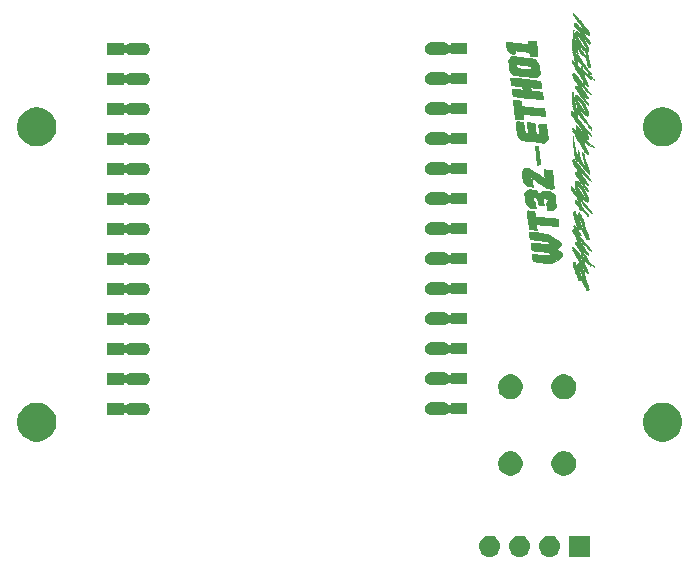
<source format=gts>
G04 #@! TF.GenerationSoftware,KiCad,Pcbnew,(5.1.2-1)-1*
G04 #@! TF.CreationDate,2023-02-14T15:56:59+00:00*
G04 #@! TF.ProjectId,WT32-ETH01 Programmer,57543332-2d45-4544-9830-312050726f67,rev?*
G04 #@! TF.SameCoordinates,Original*
G04 #@! TF.FileFunction,Soldermask,Top*
G04 #@! TF.FilePolarity,Negative*
%FSLAX46Y46*%
G04 Gerber Fmt 4.6, Leading zero omitted, Abs format (unit mm)*
G04 Created by KiCad (PCBNEW (5.1.2-1)-1) date 2023-02-14 15:56:59*
%MOMM*%
%LPD*%
G04 APERTURE LIST*
%ADD10C,0.010000*%
%ADD11C,0.100000*%
G04 APERTURE END LIST*
D10*
G36*
X160334666Y-71137934D02*
G01*
X160424778Y-71871836D01*
X160453938Y-72124922D01*
X160475652Y-72344799D01*
X160488551Y-72514717D01*
X160491267Y-72617926D01*
X160487587Y-72640686D01*
X160423800Y-72673453D01*
X160351349Y-72689007D01*
X160242414Y-72702382D01*
X160049499Y-71131215D01*
X160334666Y-71137934D01*
X160334666Y-71137934D01*
G37*
X160334666Y-71137934D02*
X160424778Y-71871836D01*
X160453938Y-72124922D01*
X160475652Y-72344799D01*
X160488551Y-72514717D01*
X160491267Y-72617926D01*
X160487587Y-72640686D01*
X160423800Y-72673453D01*
X160351349Y-72689007D01*
X160242414Y-72702382D01*
X160049499Y-71131215D01*
X160334666Y-71137934D01*
G36*
X157747726Y-62323318D02*
G01*
X157888113Y-62336192D01*
X158085213Y-62355486D01*
X158319726Y-62379179D01*
X158572358Y-62405246D01*
X158823810Y-62431664D01*
X159054783Y-62456407D01*
X159245981Y-62477455D01*
X159378107Y-62492783D01*
X159428020Y-62499516D01*
X159485903Y-62492022D01*
X159500036Y-62425450D01*
X159495229Y-62371457D01*
X159489577Y-62290880D01*
X159508816Y-62243765D01*
X159570618Y-62223738D01*
X159692652Y-62224421D01*
X159866877Y-62237332D01*
X160145015Y-62260053D01*
X160221255Y-62880979D01*
X160251450Y-63143375D01*
X160266880Y-63325164D01*
X160267820Y-63438604D01*
X160254541Y-63495952D01*
X160235251Y-63509547D01*
X160156448Y-63510335D01*
X160018618Y-63504335D01*
X159901923Y-63496543D01*
X159749418Y-63482442D01*
X159666465Y-63459392D01*
X159628794Y-63411636D01*
X159612130Y-63323413D01*
X159610109Y-63307079D01*
X159589381Y-63138263D01*
X159001699Y-63080014D01*
X158775531Y-63058204D01*
X158583901Y-63040869D01*
X158445918Y-63029653D01*
X158380687Y-63026206D01*
X158379034Y-63026335D01*
X158359846Y-63070249D01*
X158361212Y-63170384D01*
X158361965Y-63176799D01*
X158366986Y-63275675D01*
X158330784Y-63312511D01*
X158227465Y-63312949D01*
X158224642Y-63312769D01*
X158066093Y-63264353D01*
X157887570Y-63145370D01*
X157870588Y-63130967D01*
X157764384Y-63033781D01*
X157700870Y-62950054D01*
X157664368Y-62847168D01*
X157639191Y-62692505D01*
X157631926Y-62634579D01*
X157592081Y-62310068D01*
X157747726Y-62323318D01*
X157747726Y-62323318D01*
G37*
X157747726Y-62323318D02*
X157888113Y-62336192D01*
X158085213Y-62355486D01*
X158319726Y-62379179D01*
X158572358Y-62405246D01*
X158823810Y-62431664D01*
X159054783Y-62456407D01*
X159245981Y-62477455D01*
X159378107Y-62492783D01*
X159428020Y-62499516D01*
X159485903Y-62492022D01*
X159500036Y-62425450D01*
X159495229Y-62371457D01*
X159489577Y-62290880D01*
X159508816Y-62243765D01*
X159570618Y-62223738D01*
X159692652Y-62224421D01*
X159866877Y-62237332D01*
X160145015Y-62260053D01*
X160221255Y-62880979D01*
X160251450Y-63143375D01*
X160266880Y-63325164D01*
X160267820Y-63438604D01*
X160254541Y-63495952D01*
X160235251Y-63509547D01*
X160156448Y-63510335D01*
X160018618Y-63504335D01*
X159901923Y-63496543D01*
X159749418Y-63482442D01*
X159666465Y-63459392D01*
X159628794Y-63411636D01*
X159612130Y-63323413D01*
X159610109Y-63307079D01*
X159589381Y-63138263D01*
X159001699Y-63080014D01*
X158775531Y-63058204D01*
X158583901Y-63040869D01*
X158445918Y-63029653D01*
X158380687Y-63026206D01*
X158379034Y-63026335D01*
X158359846Y-63070249D01*
X158361212Y-63170384D01*
X158361965Y-63176799D01*
X158366986Y-63275675D01*
X158330784Y-63312511D01*
X158227465Y-63312949D01*
X158224642Y-63312769D01*
X158066093Y-63264353D01*
X157887570Y-63145370D01*
X157870588Y-63130967D01*
X157764384Y-63033781D01*
X157700870Y-62950054D01*
X157664368Y-62847168D01*
X157639191Y-62692505D01*
X157631926Y-62634579D01*
X157592081Y-62310068D01*
X157747726Y-62323318D01*
G36*
X157923457Y-63673124D02*
G01*
X158069904Y-63530043D01*
X158971367Y-63619990D01*
X159257083Y-63649032D01*
X159514125Y-63676164D01*
X159726442Y-63699610D01*
X159877983Y-63717597D01*
X159952698Y-63728349D01*
X159954055Y-63728648D01*
X160034116Y-63771377D01*
X160144944Y-63858531D01*
X160201570Y-63911170D01*
X160277690Y-63990096D01*
X160329081Y-64062659D01*
X160363942Y-64152108D01*
X160390470Y-64281687D01*
X160416865Y-64474648D01*
X160425826Y-64547098D01*
X160483794Y-65019215D01*
X160210008Y-65298144D01*
X159814176Y-65258535D01*
X159735087Y-64614407D01*
X159754853Y-64570164D01*
X159753186Y-64472347D01*
X159710953Y-64355532D01*
X159651634Y-64320703D01*
X159574382Y-64310139D01*
X159433102Y-64293196D01*
X159250392Y-64272342D01*
X159048847Y-64250045D01*
X158851067Y-64228771D01*
X158679648Y-64210986D01*
X158557188Y-64199157D01*
X158506565Y-64195707D01*
X158498604Y-64238246D01*
X158504734Y-64338939D01*
X158506326Y-64352526D01*
X158525292Y-64506987D01*
X159112734Y-64563270D01*
X159338879Y-64584296D01*
X159530461Y-64600899D01*
X159668363Y-64611509D01*
X159733467Y-64614555D01*
X159735087Y-64614407D01*
X159814176Y-65258535D01*
X159231552Y-65200236D01*
X158253097Y-65102328D01*
X158071308Y-64917420D01*
X157987331Y-64828520D01*
X157931447Y-64751045D01*
X157894583Y-64660488D01*
X157867670Y-64532347D01*
X157841636Y-64342114D01*
X157833265Y-64274359D01*
X157777011Y-63816205D01*
X157923457Y-63673124D01*
X157923457Y-63673124D01*
G37*
X157923457Y-63673124D02*
X158069904Y-63530043D01*
X158971367Y-63619990D01*
X159257083Y-63649032D01*
X159514125Y-63676164D01*
X159726442Y-63699610D01*
X159877983Y-63717597D01*
X159952698Y-63728349D01*
X159954055Y-63728648D01*
X160034116Y-63771377D01*
X160144944Y-63858531D01*
X160201570Y-63911170D01*
X160277690Y-63990096D01*
X160329081Y-64062659D01*
X160363942Y-64152108D01*
X160390470Y-64281687D01*
X160416865Y-64474648D01*
X160425826Y-64547098D01*
X160483794Y-65019215D01*
X160210008Y-65298144D01*
X159814176Y-65258535D01*
X159735087Y-64614407D01*
X159754853Y-64570164D01*
X159753186Y-64472347D01*
X159710953Y-64355532D01*
X159651634Y-64320703D01*
X159574382Y-64310139D01*
X159433102Y-64293196D01*
X159250392Y-64272342D01*
X159048847Y-64250045D01*
X158851067Y-64228771D01*
X158679648Y-64210986D01*
X158557188Y-64199157D01*
X158506565Y-64195707D01*
X158498604Y-64238246D01*
X158504734Y-64338939D01*
X158506326Y-64352526D01*
X158525292Y-64506987D01*
X159112734Y-64563270D01*
X159338879Y-64584296D01*
X159530461Y-64600899D01*
X159668363Y-64611509D01*
X159733467Y-64614555D01*
X159735087Y-64614407D01*
X159814176Y-65258535D01*
X159231552Y-65200236D01*
X158253097Y-65102328D01*
X158071308Y-64917420D01*
X157987331Y-64828520D01*
X157931447Y-64751045D01*
X157894583Y-64660488D01*
X157867670Y-64532347D01*
X157841636Y-64342114D01*
X157833265Y-64274359D01*
X157777011Y-63816205D01*
X157923457Y-63673124D01*
G36*
X157985919Y-65488214D02*
G01*
X157988928Y-65394825D01*
X158014618Y-65353200D01*
X158047528Y-65343951D01*
X158115198Y-65346406D01*
X158262904Y-65357567D01*
X158477128Y-65376218D01*
X158744360Y-65401141D01*
X159051081Y-65431122D01*
X159329383Y-65459326D01*
X160529308Y-65582856D01*
X160581774Y-65896025D01*
X160606411Y-66074257D01*
X160605951Y-66175772D01*
X160580033Y-66214612D01*
X160573663Y-66215931D01*
X160524781Y-66216646D01*
X160432458Y-66211085D01*
X160284104Y-66198153D01*
X160067127Y-66176757D01*
X159777934Y-66146748D01*
X159703935Y-66148594D01*
X159684557Y-66193431D01*
X159699911Y-66283220D01*
X159724579Y-66365541D01*
X159768319Y-66413304D01*
X159855651Y-66440029D01*
X160011090Y-66459230D01*
X160020962Y-66460223D01*
X160212228Y-66480646D01*
X160396095Y-66502318D01*
X160489692Y-66514590D01*
X160670541Y-66540122D01*
X160707580Y-66841784D01*
X160724284Y-67007448D01*
X160721221Y-67100997D01*
X160695442Y-67142874D01*
X160662779Y-67152338D01*
X160595142Y-67150034D01*
X160447478Y-67138917D01*
X160233296Y-67120207D01*
X159966106Y-67095127D01*
X159659417Y-67064898D01*
X159380852Y-67036389D01*
X158180766Y-66911549D01*
X158128372Y-66598953D01*
X158103764Y-66420905D01*
X158104294Y-66319567D01*
X158130320Y-66280896D01*
X158136553Y-66279621D01*
X158185434Y-66278906D01*
X158277757Y-66284467D01*
X158426112Y-66297398D01*
X158643089Y-66318795D01*
X158932281Y-66348805D01*
X159006281Y-66346959D01*
X159025659Y-66302121D01*
X159010304Y-66212333D01*
X158985637Y-66130012D01*
X158941896Y-66082248D01*
X158854565Y-66055524D01*
X158699126Y-66036322D01*
X158689254Y-66035330D01*
X158497988Y-66014906D01*
X158314120Y-65993235D01*
X158220524Y-65980963D01*
X158039675Y-65955430D01*
X158002635Y-65653768D01*
X157985919Y-65488214D01*
X157985919Y-65488214D01*
G37*
X157985919Y-65488214D02*
X157988928Y-65394825D01*
X158014618Y-65353200D01*
X158047528Y-65343951D01*
X158115198Y-65346406D01*
X158262904Y-65357567D01*
X158477128Y-65376218D01*
X158744360Y-65401141D01*
X159051081Y-65431122D01*
X159329383Y-65459326D01*
X160529308Y-65582856D01*
X160581774Y-65896025D01*
X160606411Y-66074257D01*
X160605951Y-66175772D01*
X160580033Y-66214612D01*
X160573663Y-66215931D01*
X160524781Y-66216646D01*
X160432458Y-66211085D01*
X160284104Y-66198153D01*
X160067127Y-66176757D01*
X159777934Y-66146748D01*
X159703935Y-66148594D01*
X159684557Y-66193431D01*
X159699911Y-66283220D01*
X159724579Y-66365541D01*
X159768319Y-66413304D01*
X159855651Y-66440029D01*
X160011090Y-66459230D01*
X160020962Y-66460223D01*
X160212228Y-66480646D01*
X160396095Y-66502318D01*
X160489692Y-66514590D01*
X160670541Y-66540122D01*
X160707580Y-66841784D01*
X160724284Y-67007448D01*
X160721221Y-67100997D01*
X160695442Y-67142874D01*
X160662779Y-67152338D01*
X160595142Y-67150034D01*
X160447478Y-67138917D01*
X160233296Y-67120207D01*
X159966106Y-67095127D01*
X159659417Y-67064898D01*
X159380852Y-67036389D01*
X158180766Y-66911549D01*
X158128372Y-66598953D01*
X158103764Y-66420905D01*
X158104294Y-66319567D01*
X158130320Y-66280896D01*
X158136553Y-66279621D01*
X158185434Y-66278906D01*
X158277757Y-66284467D01*
X158426112Y-66297398D01*
X158643089Y-66318795D01*
X158932281Y-66348805D01*
X159006281Y-66346959D01*
X159025659Y-66302121D01*
X159010304Y-66212333D01*
X158985637Y-66130012D01*
X158941896Y-66082248D01*
X158854565Y-66055524D01*
X158699126Y-66036322D01*
X158689254Y-66035330D01*
X158497988Y-66014906D01*
X158314120Y-65993235D01*
X158220524Y-65980963D01*
X158039675Y-65955430D01*
X158002635Y-65653768D01*
X157985919Y-65488214D01*
G36*
X158265770Y-67780070D02*
G01*
X158244043Y-67556756D01*
X158231385Y-67383590D01*
X158229040Y-67276575D01*
X158234127Y-67249640D01*
X158294723Y-67242548D01*
X158420323Y-67245923D01*
X158566823Y-67257492D01*
X158866691Y-67287464D01*
X158894635Y-67515049D01*
X158915256Y-67651694D01*
X158948186Y-67721995D01*
X159015921Y-67753126D01*
X159103303Y-67767147D01*
X159209683Y-67780016D01*
X159379193Y-67798755D01*
X159593544Y-67821517D01*
X159834450Y-67846457D01*
X160083625Y-67871733D01*
X160322780Y-67895499D01*
X160533629Y-67915911D01*
X160697886Y-67931122D01*
X160797262Y-67939291D01*
X160817843Y-67940091D01*
X160834985Y-67981393D01*
X160857454Y-68092948D01*
X160880640Y-68251461D01*
X160882583Y-68267067D01*
X160901200Y-68439238D01*
X160902398Y-68537016D01*
X160883589Y-68578903D01*
X160842183Y-68583407D01*
X160838418Y-68582808D01*
X160769355Y-68574161D01*
X160628158Y-68558517D01*
X160432551Y-68537681D01*
X160200261Y-68513454D01*
X159949013Y-68487644D01*
X159696529Y-68462053D01*
X159460536Y-68438487D01*
X159258758Y-68418751D01*
X159108920Y-68404646D01*
X159028747Y-68397980D01*
X159020442Y-68397735D01*
X159015875Y-68440989D01*
X159022877Y-68549445D01*
X159032392Y-68636985D01*
X159061509Y-68874126D01*
X158905986Y-68861868D01*
X158748163Y-68846940D01*
X158578270Y-68827520D01*
X158569906Y-68826455D01*
X158389350Y-68803302D01*
X158295325Y-68037531D01*
X158265770Y-67780070D01*
X158265770Y-67780070D01*
G37*
X158265770Y-67780070D02*
X158244043Y-67556756D01*
X158231385Y-67383590D01*
X158229040Y-67276575D01*
X158234127Y-67249640D01*
X158294723Y-67242548D01*
X158420323Y-67245923D01*
X158566823Y-67257492D01*
X158866691Y-67287464D01*
X158894635Y-67515049D01*
X158915256Y-67651694D01*
X158948186Y-67721995D01*
X159015921Y-67753126D01*
X159103303Y-67767147D01*
X159209683Y-67780016D01*
X159379193Y-67798755D01*
X159593544Y-67821517D01*
X159834450Y-67846457D01*
X160083625Y-67871733D01*
X160322780Y-67895499D01*
X160533629Y-67915911D01*
X160697886Y-67931122D01*
X160797262Y-67939291D01*
X160817843Y-67940091D01*
X160834985Y-67981393D01*
X160857454Y-68092948D01*
X160880640Y-68251461D01*
X160882583Y-68267067D01*
X160901200Y-68439238D01*
X160902398Y-68537016D01*
X160883589Y-68578903D01*
X160842183Y-68583407D01*
X160838418Y-68582808D01*
X160769355Y-68574161D01*
X160628158Y-68558517D01*
X160432551Y-68537681D01*
X160200261Y-68513454D01*
X159949013Y-68487644D01*
X159696529Y-68462053D01*
X159460536Y-68438487D01*
X159258758Y-68418751D01*
X159108920Y-68404646D01*
X159028747Y-68397980D01*
X159020442Y-68397735D01*
X159015875Y-68440989D01*
X159022877Y-68549445D01*
X159032392Y-68636985D01*
X159061509Y-68874126D01*
X158905986Y-68861868D01*
X158748163Y-68846940D01*
X158578270Y-68827520D01*
X158569906Y-68826455D01*
X158389350Y-68803302D01*
X158295325Y-68037531D01*
X158265770Y-67780070D01*
G36*
X158445406Y-69221784D02*
G01*
X158450279Y-69109959D01*
X158485043Y-69051124D01*
X158557053Y-69031692D01*
X158673669Y-69038076D01*
X158823033Y-69054685D01*
X159063109Y-69080137D01*
X159134469Y-69551776D01*
X159168200Y-69765733D01*
X159195670Y-69903860D01*
X159223248Y-69983548D01*
X159257303Y-70022188D01*
X159304205Y-70037173D01*
X159312700Y-70038450D01*
X159411765Y-70048971D01*
X159454666Y-70049822D01*
X159464069Y-70004911D01*
X159461394Y-69886740D01*
X159447582Y-69715213D01*
X159432436Y-69579296D01*
X159411631Y-69382957D01*
X159401323Y-69226483D01*
X159402456Y-69129803D01*
X159410158Y-69108393D01*
X159476437Y-69111271D01*
X159593358Y-69123606D01*
X159613752Y-69126186D01*
X159770166Y-69145260D01*
X159911371Y-69160693D01*
X159912539Y-69160809D01*
X159971502Y-69169390D01*
X160012168Y-69192779D01*
X160041663Y-69248206D01*
X160067108Y-69352902D01*
X160095628Y-69524100D01*
X160114778Y-69650022D01*
X160186776Y-70126443D01*
X160316977Y-70125453D01*
X160447178Y-70124461D01*
X160392340Y-69677839D01*
X160366329Y-69463990D01*
X160359629Y-69328278D01*
X160384156Y-69255058D01*
X160451825Y-69228685D01*
X160574553Y-69233515D01*
X160718828Y-69249163D01*
X160982951Y-69277483D01*
X161073900Y-69910996D01*
X161164848Y-70544510D01*
X160875179Y-70827523D01*
X159903571Y-70729487D01*
X159579780Y-70696858D01*
X159334533Y-70670200D01*
X159152889Y-70644944D01*
X159019909Y-70616526D01*
X158920656Y-70580378D01*
X158840189Y-70531937D01*
X158763569Y-70466632D01*
X158675857Y-70379901D01*
X158639147Y-70343012D01*
X158599922Y-70258276D01*
X158558792Y-70080447D01*
X158515676Y-69809133D01*
X158495892Y-69658746D01*
X158463062Y-69400184D01*
X158445406Y-69221784D01*
X158445406Y-69221784D01*
G37*
X158445406Y-69221784D02*
X158450279Y-69109959D01*
X158485043Y-69051124D01*
X158557053Y-69031692D01*
X158673669Y-69038076D01*
X158823033Y-69054685D01*
X159063109Y-69080137D01*
X159134469Y-69551776D01*
X159168200Y-69765733D01*
X159195670Y-69903860D01*
X159223248Y-69983548D01*
X159257303Y-70022188D01*
X159304205Y-70037173D01*
X159312700Y-70038450D01*
X159411765Y-70048971D01*
X159454666Y-70049822D01*
X159464069Y-70004911D01*
X159461394Y-69886740D01*
X159447582Y-69715213D01*
X159432436Y-69579296D01*
X159411631Y-69382957D01*
X159401323Y-69226483D01*
X159402456Y-69129803D01*
X159410158Y-69108393D01*
X159476437Y-69111271D01*
X159593358Y-69123606D01*
X159613752Y-69126186D01*
X159770166Y-69145260D01*
X159911371Y-69160693D01*
X159912539Y-69160809D01*
X159971502Y-69169390D01*
X160012168Y-69192779D01*
X160041663Y-69248206D01*
X160067108Y-69352902D01*
X160095628Y-69524100D01*
X160114778Y-69650022D01*
X160186776Y-70126443D01*
X160316977Y-70125453D01*
X160447178Y-70124461D01*
X160392340Y-69677839D01*
X160366329Y-69463990D01*
X160359629Y-69328278D01*
X160384156Y-69255058D01*
X160451825Y-69228685D01*
X160574553Y-69233515D01*
X160718828Y-69249163D01*
X160982951Y-69277483D01*
X161073900Y-69910996D01*
X161164848Y-70544510D01*
X160875179Y-70827523D01*
X159903571Y-70729487D01*
X159579780Y-70696858D01*
X159334533Y-70670200D01*
X159152889Y-70644944D01*
X159019909Y-70616526D01*
X158920656Y-70580378D01*
X158840189Y-70531937D01*
X158763569Y-70466632D01*
X158675857Y-70379901D01*
X158639147Y-70343012D01*
X158599922Y-70258276D01*
X158558792Y-70080447D01*
X158515676Y-69809133D01*
X158495892Y-69658746D01*
X158463062Y-69400184D01*
X158445406Y-69221784D01*
G36*
X158967474Y-73502694D02*
G01*
X158957645Y-73363220D01*
X158965564Y-73269497D01*
X158994251Y-73197728D01*
X159046729Y-73124115D01*
X159070400Y-73094599D01*
X159158440Y-73003084D01*
X159251914Y-72951239D01*
X159361754Y-72942281D01*
X159498891Y-72979425D01*
X159674255Y-73065888D01*
X159898778Y-73204886D01*
X160183391Y-73399635D01*
X160237971Y-73438117D01*
X160886679Y-73896884D01*
X160851801Y-73501314D01*
X160839623Y-73321547D01*
X160837246Y-73183516D01*
X160844760Y-73109028D01*
X160850153Y-73101928D01*
X160915105Y-73104945D01*
X161031239Y-73117324D01*
X161051929Y-73119944D01*
X161209050Y-73139105D01*
X161351504Y-73154688D01*
X161352395Y-73154776D01*
X161484314Y-73167775D01*
X161578789Y-73937212D01*
X161613322Y-74221042D01*
X161636176Y-74424925D01*
X161647160Y-74562287D01*
X161646082Y-74646550D01*
X161632749Y-74691139D01*
X161606971Y-74709479D01*
X161568555Y-74714994D01*
X161567670Y-74715065D01*
X161397146Y-74720816D01*
X161242191Y-74704123D01*
X161085968Y-74658036D01*
X160911637Y-74575611D01*
X160702357Y-74449896D01*
X160441292Y-74273948D01*
X160358995Y-74216404D01*
X160143811Y-74066347D01*
X159955956Y-73937598D01*
X159808609Y-73839009D01*
X159714946Y-73779430D01*
X159687883Y-73765665D01*
X159663522Y-73799928D01*
X159685757Y-73862289D01*
X159737307Y-73911790D01*
X159751798Y-73917126D01*
X159797592Y-73954650D01*
X159831984Y-74051656D01*
X159860603Y-74224700D01*
X159863070Y-74244431D01*
X159901015Y-74553462D01*
X159698582Y-74545120D01*
X159541535Y-74534107D01*
X159433914Y-74505750D01*
X159337972Y-74443055D01*
X159215960Y-74329027D01*
X159213715Y-74326816D01*
X159136018Y-74245919D01*
X159084107Y-74171331D01*
X159049271Y-74078871D01*
X159022792Y-73944364D01*
X158995958Y-73743629D01*
X158992027Y-73711715D01*
X158967474Y-73502694D01*
X158967474Y-73502694D01*
G37*
X158967474Y-73502694D02*
X158957645Y-73363220D01*
X158965564Y-73269497D01*
X158994251Y-73197728D01*
X159046729Y-73124115D01*
X159070400Y-73094599D01*
X159158440Y-73003084D01*
X159251914Y-72951239D01*
X159361754Y-72942281D01*
X159498891Y-72979425D01*
X159674255Y-73065888D01*
X159898778Y-73204886D01*
X160183391Y-73399635D01*
X160237971Y-73438117D01*
X160886679Y-73896884D01*
X160851801Y-73501314D01*
X160839623Y-73321547D01*
X160837246Y-73183516D01*
X160844760Y-73109028D01*
X160850153Y-73101928D01*
X160915105Y-73104945D01*
X161031239Y-73117324D01*
X161051929Y-73119944D01*
X161209050Y-73139105D01*
X161351504Y-73154688D01*
X161352395Y-73154776D01*
X161484314Y-73167775D01*
X161578789Y-73937212D01*
X161613322Y-74221042D01*
X161636176Y-74424925D01*
X161647160Y-74562287D01*
X161646082Y-74646550D01*
X161632749Y-74691139D01*
X161606971Y-74709479D01*
X161568555Y-74714994D01*
X161567670Y-74715065D01*
X161397146Y-74720816D01*
X161242191Y-74704123D01*
X161085968Y-74658036D01*
X160911637Y-74575611D01*
X160702357Y-74449896D01*
X160441292Y-74273948D01*
X160358995Y-74216404D01*
X160143811Y-74066347D01*
X159955956Y-73937598D01*
X159808609Y-73839009D01*
X159714946Y-73779430D01*
X159687883Y-73765665D01*
X159663522Y-73799928D01*
X159685757Y-73862289D01*
X159737307Y-73911790D01*
X159751798Y-73917126D01*
X159797592Y-73954650D01*
X159831984Y-74051656D01*
X159860603Y-74224700D01*
X159863070Y-74244431D01*
X159901015Y-74553462D01*
X159698582Y-74545120D01*
X159541535Y-74534107D01*
X159433914Y-74505750D01*
X159337972Y-74443055D01*
X159215960Y-74329027D01*
X159213715Y-74326816D01*
X159136018Y-74245919D01*
X159084107Y-74171331D01*
X159049271Y-74078871D01*
X159022792Y-73944364D01*
X158995958Y-73743629D01*
X158992027Y-73711715D01*
X158967474Y-73502694D01*
G36*
X159303597Y-74925884D02*
G01*
X159387282Y-74849355D01*
X159460280Y-74808847D01*
X159554816Y-74795551D01*
X159703117Y-74800655D01*
X159750646Y-74803663D01*
X159947646Y-74826741D01*
X160097668Y-74876424D01*
X160247260Y-74969166D01*
X160273480Y-74988513D01*
X160494352Y-75153835D01*
X160597811Y-75029608D01*
X160656405Y-74965234D01*
X160715308Y-74929635D01*
X160801394Y-74916319D01*
X160941535Y-74918799D01*
X161036267Y-74923714D01*
X161219844Y-74938176D01*
X161343513Y-74965544D01*
X161441443Y-75018717D01*
X161547800Y-75110595D01*
X161558683Y-75120946D01*
X161746100Y-75299845D01*
X161805697Y-75785245D01*
X161865296Y-76270644D01*
X161728293Y-76409215D01*
X161638739Y-76491218D01*
X161558139Y-76528575D01*
X161447010Y-76533570D01*
X161351709Y-76526364D01*
X161112128Y-76504943D01*
X161059650Y-76191677D01*
X161034774Y-76020962D01*
X161032399Y-75922889D01*
X161053688Y-75878472D01*
X161079336Y-75869550D01*
X161131807Y-75822530D01*
X161134862Y-75725197D01*
X161103655Y-75624049D01*
X161022751Y-75571685D01*
X160964907Y-75556504D01*
X160848260Y-75534977D01*
X160774105Y-75527973D01*
X160771868Y-75528180D01*
X160756980Y-75573259D01*
X160756393Y-75686603D01*
X160769864Y-75840229D01*
X160807580Y-76147400D01*
X160652100Y-76135491D01*
X160482477Y-76120626D01*
X160383579Y-76094456D01*
X160332580Y-76035776D01*
X160306650Y-75923382D01*
X160291032Y-75800079D01*
X160267801Y-75630195D01*
X160239132Y-75531928D01*
X160188120Y-75483518D01*
X160097859Y-75463211D01*
X160023679Y-75455988D01*
X159918635Y-75452958D01*
X159881047Y-75486605D01*
X159885080Y-75581539D01*
X159885784Y-75587310D01*
X159921799Y-75702056D01*
X159976946Y-75750817D01*
X160022256Y-75787699D01*
X160056455Y-75883135D01*
X160085121Y-76053733D01*
X160088968Y-76084217D01*
X160127660Y-76399342D01*
X159879188Y-76374575D01*
X159708764Y-76345063D01*
X159580877Y-76282540D01*
X159450868Y-76166875D01*
X159367733Y-76078729D01*
X159312360Y-76001457D01*
X159275741Y-75910600D01*
X159248869Y-75781696D01*
X159222734Y-75590286D01*
X159214767Y-75525788D01*
X159158513Y-75067635D01*
X159303597Y-74925884D01*
X159303597Y-74925884D01*
G37*
X159303597Y-74925884D02*
X159387282Y-74849355D01*
X159460280Y-74808847D01*
X159554816Y-74795551D01*
X159703117Y-74800655D01*
X159750646Y-74803663D01*
X159947646Y-74826741D01*
X160097668Y-74876424D01*
X160247260Y-74969166D01*
X160273480Y-74988513D01*
X160494352Y-75153835D01*
X160597811Y-75029608D01*
X160656405Y-74965234D01*
X160715308Y-74929635D01*
X160801394Y-74916319D01*
X160941535Y-74918799D01*
X161036267Y-74923714D01*
X161219844Y-74938176D01*
X161343513Y-74965544D01*
X161441443Y-75018717D01*
X161547800Y-75110595D01*
X161558683Y-75120946D01*
X161746100Y-75299845D01*
X161805697Y-75785245D01*
X161865296Y-76270644D01*
X161728293Y-76409215D01*
X161638739Y-76491218D01*
X161558139Y-76528575D01*
X161447010Y-76533570D01*
X161351709Y-76526364D01*
X161112128Y-76504943D01*
X161059650Y-76191677D01*
X161034774Y-76020962D01*
X161032399Y-75922889D01*
X161053688Y-75878472D01*
X161079336Y-75869550D01*
X161131807Y-75822530D01*
X161134862Y-75725197D01*
X161103655Y-75624049D01*
X161022751Y-75571685D01*
X160964907Y-75556504D01*
X160848260Y-75534977D01*
X160774105Y-75527973D01*
X160771868Y-75528180D01*
X160756980Y-75573259D01*
X160756393Y-75686603D01*
X160769864Y-75840229D01*
X160807580Y-76147400D01*
X160652100Y-76135491D01*
X160482477Y-76120626D01*
X160383579Y-76094456D01*
X160332580Y-76035776D01*
X160306650Y-75923382D01*
X160291032Y-75800079D01*
X160267801Y-75630195D01*
X160239132Y-75531928D01*
X160188120Y-75483518D01*
X160097859Y-75463211D01*
X160023679Y-75455988D01*
X159918635Y-75452958D01*
X159881047Y-75486605D01*
X159885080Y-75581539D01*
X159885784Y-75587310D01*
X159921799Y-75702056D01*
X159976946Y-75750817D01*
X160022256Y-75787699D01*
X160056455Y-75883135D01*
X160085121Y-76053733D01*
X160088968Y-76084217D01*
X160127660Y-76399342D01*
X159879188Y-76374575D01*
X159708764Y-76345063D01*
X159580877Y-76282540D01*
X159450868Y-76166875D01*
X159367733Y-76078729D01*
X159312360Y-76001457D01*
X159275741Y-75910600D01*
X159248869Y-75781696D01*
X159222734Y-75590286D01*
X159214767Y-75525788D01*
X159158513Y-75067635D01*
X159303597Y-74925884D01*
G36*
X159412244Y-77117356D02*
G01*
X159390517Y-76894042D01*
X159377859Y-76720876D01*
X159375515Y-76613861D01*
X159380601Y-76586926D01*
X159441198Y-76579833D01*
X159566797Y-76583209D01*
X159713297Y-76594778D01*
X160013166Y-76624750D01*
X160041110Y-76852335D01*
X160061731Y-76988981D01*
X160094660Y-77059281D01*
X160162395Y-77090412D01*
X160249777Y-77104432D01*
X160356158Y-77117302D01*
X160525668Y-77136040D01*
X160740019Y-77158802D01*
X160980925Y-77183743D01*
X161230099Y-77209020D01*
X161469254Y-77232785D01*
X161680103Y-77253196D01*
X161844361Y-77268409D01*
X161943737Y-77276577D01*
X161964318Y-77277377D01*
X161981460Y-77318679D01*
X162003929Y-77430235D01*
X162027114Y-77588746D01*
X162029058Y-77604353D01*
X162047675Y-77776524D01*
X162048873Y-77874301D01*
X162030064Y-77916190D01*
X161988658Y-77920692D01*
X161984893Y-77920094D01*
X161915829Y-77911447D01*
X161774632Y-77895804D01*
X161579026Y-77874966D01*
X161346736Y-77850741D01*
X161095488Y-77824930D01*
X160843004Y-77799340D01*
X160607011Y-77775774D01*
X160405233Y-77756036D01*
X160255395Y-77741933D01*
X160175222Y-77735266D01*
X160166916Y-77735021D01*
X160162349Y-77778275D01*
X160169351Y-77886731D01*
X160178866Y-77974271D01*
X160207984Y-78211413D01*
X160052460Y-78199153D01*
X159894638Y-78184226D01*
X159724745Y-78164807D01*
X159716381Y-78163742D01*
X159535824Y-78140589D01*
X159441799Y-77374818D01*
X159412244Y-77117356D01*
X159412244Y-77117356D01*
G37*
X159412244Y-77117356D02*
X159390517Y-76894042D01*
X159377859Y-76720876D01*
X159375515Y-76613861D01*
X159380601Y-76586926D01*
X159441198Y-76579833D01*
X159566797Y-76583209D01*
X159713297Y-76594778D01*
X160013166Y-76624750D01*
X160041110Y-76852335D01*
X160061731Y-76988981D01*
X160094660Y-77059281D01*
X160162395Y-77090412D01*
X160249777Y-77104432D01*
X160356158Y-77117302D01*
X160525668Y-77136040D01*
X160740019Y-77158802D01*
X160980925Y-77183743D01*
X161230099Y-77209020D01*
X161469254Y-77232785D01*
X161680103Y-77253196D01*
X161844361Y-77268409D01*
X161943737Y-77276577D01*
X161964318Y-77277377D01*
X161981460Y-77318679D01*
X162003929Y-77430235D01*
X162027114Y-77588746D01*
X162029058Y-77604353D01*
X162047675Y-77776524D01*
X162048873Y-77874301D01*
X162030064Y-77916190D01*
X161988658Y-77920692D01*
X161984893Y-77920094D01*
X161915829Y-77911447D01*
X161774632Y-77895804D01*
X161579026Y-77874966D01*
X161346736Y-77850741D01*
X161095488Y-77824930D01*
X160843004Y-77799340D01*
X160607011Y-77775774D01*
X160405233Y-77756036D01*
X160255395Y-77741933D01*
X160175222Y-77735266D01*
X160166916Y-77735021D01*
X160162349Y-77778275D01*
X160169351Y-77886731D01*
X160178866Y-77974271D01*
X160207984Y-78211413D01*
X160052460Y-78199153D01*
X159894638Y-78184226D01*
X159724745Y-78164807D01*
X159716381Y-78163742D01*
X159535824Y-78140589D01*
X159441799Y-77374818D01*
X159412244Y-77117356D01*
G36*
X159822168Y-80442330D02*
G01*
X159817598Y-80326104D01*
X159823549Y-80279573D01*
X159875532Y-80274328D01*
X160003905Y-80278619D01*
X160191579Y-80291410D01*
X160421467Y-80311666D01*
X160526822Y-80322184D01*
X160827811Y-80350231D01*
X161048058Y-80363191D01*
X161199644Y-80361259D01*
X161294651Y-80344628D01*
X161317586Y-80334946D01*
X161426761Y-80277344D01*
X161299377Y-80178776D01*
X161221679Y-80134384D01*
X161105955Y-80097870D01*
X160936803Y-80066079D01*
X160698818Y-80035853D01*
X160505234Y-80016061D01*
X160263003Y-79991719D01*
X160053895Y-79968751D01*
X159895976Y-79949289D01*
X159807313Y-79935466D01*
X159795947Y-79932337D01*
X159767371Y-79878041D01*
X159739987Y-79762371D01*
X159718002Y-79617815D01*
X159705625Y-79476858D01*
X159707068Y-79371986D01*
X159718831Y-79337213D01*
X159775535Y-79331915D01*
X159906930Y-79336315D01*
X160094252Y-79349344D01*
X160318736Y-79369932D01*
X160351179Y-79373264D01*
X160650905Y-79402410D01*
X160872140Y-79418123D01*
X161029536Y-79420160D01*
X161137744Y-79408279D01*
X161211420Y-79382238D01*
X161246707Y-79358447D01*
X161275369Y-79298352D01*
X161210768Y-79241972D01*
X161053647Y-79189532D01*
X160804752Y-79141261D01*
X160464828Y-79097387D01*
X160355020Y-79086076D01*
X159643325Y-79016113D01*
X159607331Y-78722964D01*
X159593354Y-78566489D01*
X159592760Y-78450547D01*
X159603710Y-78404002D01*
X159659087Y-78399836D01*
X159791813Y-78404688D01*
X159985696Y-78417533D01*
X160224547Y-78437344D01*
X160416300Y-78455451D01*
X161196517Y-78532713D01*
X161714302Y-78895649D01*
X161925786Y-79045811D01*
X162071738Y-79156249D01*
X162164901Y-79239435D01*
X162218010Y-79307835D01*
X162243807Y-79373921D01*
X162252017Y-79422005D01*
X162256190Y-79525555D01*
X162223661Y-79595307D01*
X162134635Y-79661663D01*
X162072633Y-79697524D01*
X161957691Y-79768599D01*
X161887658Y-79824362D01*
X161877269Y-79841799D01*
X161915819Y-79882626D01*
X162011617Y-79955333D01*
X162112871Y-80023791D01*
X162250914Y-80122075D01*
X162325936Y-80206253D01*
X162359566Y-80303261D01*
X162364633Y-80337394D01*
X162370579Y-80411433D01*
X162358227Y-80469886D01*
X162314170Y-80526938D01*
X162225005Y-80596775D01*
X162077327Y-80693579D01*
X161955707Y-80770099D01*
X161526671Y-81039018D01*
X161120004Y-81007666D01*
X160865577Y-80986671D01*
X160576773Y-80960772D01*
X160312732Y-80935288D01*
X160293393Y-80933318D01*
X159873449Y-80890322D01*
X159837658Y-80598824D01*
X159822168Y-80442330D01*
X159822168Y-80442330D01*
G37*
X159822168Y-80442330D02*
X159817598Y-80326104D01*
X159823549Y-80279573D01*
X159875532Y-80274328D01*
X160003905Y-80278619D01*
X160191579Y-80291410D01*
X160421467Y-80311666D01*
X160526822Y-80322184D01*
X160827811Y-80350231D01*
X161048058Y-80363191D01*
X161199644Y-80361259D01*
X161294651Y-80344628D01*
X161317586Y-80334946D01*
X161426761Y-80277344D01*
X161299377Y-80178776D01*
X161221679Y-80134384D01*
X161105955Y-80097870D01*
X160936803Y-80066079D01*
X160698818Y-80035853D01*
X160505234Y-80016061D01*
X160263003Y-79991719D01*
X160053895Y-79968751D01*
X159895976Y-79949289D01*
X159807313Y-79935466D01*
X159795947Y-79932337D01*
X159767371Y-79878041D01*
X159739987Y-79762371D01*
X159718002Y-79617815D01*
X159705625Y-79476858D01*
X159707068Y-79371986D01*
X159718831Y-79337213D01*
X159775535Y-79331915D01*
X159906930Y-79336315D01*
X160094252Y-79349344D01*
X160318736Y-79369932D01*
X160351179Y-79373264D01*
X160650905Y-79402410D01*
X160872140Y-79418123D01*
X161029536Y-79420160D01*
X161137744Y-79408279D01*
X161211420Y-79382238D01*
X161246707Y-79358447D01*
X161275369Y-79298352D01*
X161210768Y-79241972D01*
X161053647Y-79189532D01*
X160804752Y-79141261D01*
X160464828Y-79097387D01*
X160355020Y-79086076D01*
X159643325Y-79016113D01*
X159607331Y-78722964D01*
X159593354Y-78566489D01*
X159592760Y-78450547D01*
X159603710Y-78404002D01*
X159659087Y-78399836D01*
X159791813Y-78404688D01*
X159985696Y-78417533D01*
X160224547Y-78437344D01*
X160416300Y-78455451D01*
X161196517Y-78532713D01*
X161714302Y-78895649D01*
X161925786Y-79045811D01*
X162071738Y-79156249D01*
X162164901Y-79239435D01*
X162218010Y-79307835D01*
X162243807Y-79373921D01*
X162252017Y-79422005D01*
X162256190Y-79525555D01*
X162223661Y-79595307D01*
X162134635Y-79661663D01*
X162072633Y-79697524D01*
X161957691Y-79768599D01*
X161887658Y-79824362D01*
X161877269Y-79841799D01*
X161915819Y-79882626D01*
X162011617Y-79955333D01*
X162112871Y-80023791D01*
X162250914Y-80122075D01*
X162325936Y-80206253D01*
X162359566Y-80303261D01*
X162364633Y-80337394D01*
X162370579Y-80411433D01*
X162358227Y-80469886D01*
X162314170Y-80526938D01*
X162225005Y-80596775D01*
X162077327Y-80693579D01*
X161955707Y-80770099D01*
X161526671Y-81039018D01*
X161120004Y-81007666D01*
X160865577Y-80986671D01*
X160576773Y-80960772D01*
X160312732Y-80935288D01*
X160293393Y-80933318D01*
X159873449Y-80890322D01*
X159837658Y-80598824D01*
X159822168Y-80442330D01*
G36*
X163122206Y-74488235D02*
G01*
X163140883Y-74506912D01*
X163122206Y-74525588D01*
X163103530Y-74506912D01*
X163122206Y-74488235D01*
X163122206Y-74488235D01*
G37*
X163122206Y-74488235D02*
X163140883Y-74506912D01*
X163122206Y-74525588D01*
X163103530Y-74506912D01*
X163122206Y-74488235D01*
G36*
X163271618Y-70304706D02*
G01*
X163290294Y-70323382D01*
X163271618Y-70342059D01*
X163252941Y-70323382D01*
X163271618Y-70304706D01*
X163271618Y-70304706D01*
G37*
X163271618Y-70304706D02*
X163290294Y-70323382D01*
X163271618Y-70342059D01*
X163252941Y-70323382D01*
X163271618Y-70304706D01*
G36*
X163271618Y-70379412D02*
G01*
X163290294Y-70398088D01*
X163271618Y-70416765D01*
X163252941Y-70398088D01*
X163271618Y-70379412D01*
X163271618Y-70379412D01*
G37*
X163271618Y-70379412D02*
X163290294Y-70398088D01*
X163271618Y-70416765D01*
X163252941Y-70398088D01*
X163271618Y-70379412D01*
G36*
X163346324Y-61302647D02*
G01*
X163365000Y-61321324D01*
X163346324Y-61340000D01*
X163327647Y-61321324D01*
X163346324Y-61302647D01*
X163346324Y-61302647D01*
G37*
X163346324Y-61302647D02*
X163365000Y-61321324D01*
X163346324Y-61340000D01*
X163327647Y-61321324D01*
X163346324Y-61302647D01*
G36*
X163315303Y-77855816D02*
G01*
X163343108Y-77792272D01*
X163365224Y-77775294D01*
X163398973Y-77805240D01*
X163460457Y-77885212D01*
X163540283Y-78000410D01*
X163629056Y-78136036D01*
X163717381Y-78277289D01*
X163795863Y-78409370D01*
X163855109Y-78517481D01*
X163885723Y-78586821D01*
X163887941Y-78598741D01*
X163906700Y-78665438D01*
X163926228Y-78684527D01*
X163935562Y-78696656D01*
X163919559Y-78694755D01*
X163866639Y-78657900D01*
X163834581Y-78614038D01*
X163774497Y-78530584D01*
X163723476Y-78476188D01*
X163678012Y-78427885D01*
X163673050Y-78410294D01*
X163662742Y-78386173D01*
X163613257Y-78324863D01*
X163576044Y-78283561D01*
X163438504Y-78127183D01*
X163353340Y-78008637D01*
X163314919Y-77918680D01*
X163315303Y-77855816D01*
X163315303Y-77855816D01*
G37*
X163315303Y-77855816D02*
X163343108Y-77792272D01*
X163365224Y-77775294D01*
X163398973Y-77805240D01*
X163460457Y-77885212D01*
X163540283Y-78000410D01*
X163629056Y-78136036D01*
X163717381Y-78277289D01*
X163795863Y-78409370D01*
X163855109Y-78517481D01*
X163885723Y-78586821D01*
X163887941Y-78598741D01*
X163906700Y-78665438D01*
X163926228Y-78684527D01*
X163935562Y-78696656D01*
X163919559Y-78694755D01*
X163866639Y-78657900D01*
X163834581Y-78614038D01*
X163774497Y-78530584D01*
X163723476Y-78476188D01*
X163678012Y-78427885D01*
X163673050Y-78410294D01*
X163662742Y-78386173D01*
X163613257Y-78324863D01*
X163576044Y-78283561D01*
X163438504Y-78127183D01*
X163353340Y-78008637D01*
X163314919Y-77918680D01*
X163315303Y-77855816D01*
G36*
X163975098Y-64340686D02*
G01*
X164019428Y-64336216D01*
X164024902Y-64340686D01*
X164019775Y-64362893D01*
X164000000Y-64365588D01*
X163969255Y-64351921D01*
X163975098Y-64340686D01*
X163975098Y-64340686D01*
G37*
X163975098Y-64340686D02*
X164019428Y-64336216D01*
X164024902Y-64340686D01*
X164019775Y-64362893D01*
X164000000Y-64365588D01*
X163969255Y-64351921D01*
X163975098Y-64340686D01*
G36*
X163315077Y-76703720D02*
G01*
X163330791Y-76669594D01*
X163365674Y-76630259D01*
X163394082Y-76614933D01*
X163422322Y-76632240D01*
X163456700Y-76690803D01*
X163503522Y-76799245D01*
X163569096Y-76966189D01*
X163593084Y-77028235D01*
X163658034Y-77196324D01*
X163661501Y-77009559D01*
X163676075Y-76848947D01*
X163711011Y-76759502D01*
X163764056Y-76741189D01*
X163832957Y-76793973D01*
X163915462Y-76917820D01*
X163964859Y-77014193D01*
X163997468Y-77092018D01*
X164047641Y-77223531D01*
X164111370Y-77397177D01*
X164184650Y-77601401D01*
X164263476Y-77824648D01*
X164343842Y-78055364D01*
X164421740Y-78281993D01*
X164493167Y-78492981D01*
X164554116Y-78676772D01*
X164600580Y-78821811D01*
X164628556Y-78916544D01*
X164635000Y-78947229D01*
X164610403Y-78979764D01*
X164583705Y-79004012D01*
X164510957Y-79030087D01*
X164476297Y-79025050D01*
X164431991Y-78981898D01*
X164365198Y-78885750D01*
X164284199Y-78751686D01*
X164232864Y-78659026D01*
X164232864Y-78387345D01*
X164246492Y-78386595D01*
X164241608Y-78344804D01*
X164216546Y-78254755D01*
X164169641Y-78109237D01*
X164099225Y-77901034D01*
X164094545Y-77887353D01*
X164024870Y-77685014D01*
X163960871Y-77501504D01*
X163907619Y-77351181D01*
X163870182Y-77248404D01*
X163857196Y-77215000D01*
X163833499Y-77165808D01*
X163821978Y-77172007D01*
X163818466Y-77241614D01*
X163818372Y-77289706D01*
X163822495Y-77384868D01*
X163832768Y-77497405D01*
X163846628Y-77609196D01*
X163861509Y-77702116D01*
X163874845Y-77758041D01*
X163884072Y-77758847D01*
X163884459Y-77756618D01*
X163900305Y-77769928D01*
X163937084Y-77838665D01*
X163987616Y-77949043D01*
X164001220Y-77980735D01*
X164068815Y-78126530D01*
X164140518Y-78259930D01*
X164201087Y-78352633D01*
X164202391Y-78354265D01*
X164232864Y-78387345D01*
X164232864Y-78659026D01*
X164197275Y-78594787D01*
X164112707Y-78430131D01*
X164038776Y-78272801D01*
X163983763Y-78137874D01*
X163974615Y-78111471D01*
X163906618Y-77906029D01*
X163895025Y-78046103D01*
X163876710Y-78144252D01*
X163838233Y-78183560D01*
X163817859Y-78186176D01*
X163752490Y-78150627D01*
X163733922Y-78124932D01*
X163733922Y-77793971D01*
X163715146Y-77570572D01*
X163700698Y-77448636D01*
X163682338Y-77359827D01*
X163667566Y-77327778D01*
X163626902Y-77282925D01*
X163593639Y-77233676D01*
X163565733Y-77193606D01*
X163560473Y-77211673D01*
X163573051Y-77286131D01*
X163600622Y-77397626D01*
X163642785Y-77536438D01*
X163665754Y-77603631D01*
X163733922Y-77793971D01*
X163733922Y-78124932D01*
X163679439Y-78049533D01*
X163602125Y-77891228D01*
X163523967Y-77684044D01*
X163448383Y-77436314D01*
X163378792Y-77156370D01*
X163360384Y-77071138D01*
X163326330Y-76894176D01*
X163311548Y-76776059D01*
X163315077Y-76703720D01*
X163315077Y-76703720D01*
G37*
X163315077Y-76703720D02*
X163330791Y-76669594D01*
X163365674Y-76630259D01*
X163394082Y-76614933D01*
X163422322Y-76632240D01*
X163456700Y-76690803D01*
X163503522Y-76799245D01*
X163569096Y-76966189D01*
X163593084Y-77028235D01*
X163658034Y-77196324D01*
X163661501Y-77009559D01*
X163676075Y-76848947D01*
X163711011Y-76759502D01*
X163764056Y-76741189D01*
X163832957Y-76793973D01*
X163915462Y-76917820D01*
X163964859Y-77014193D01*
X163997468Y-77092018D01*
X164047641Y-77223531D01*
X164111370Y-77397177D01*
X164184650Y-77601401D01*
X164263476Y-77824648D01*
X164343842Y-78055364D01*
X164421740Y-78281993D01*
X164493167Y-78492981D01*
X164554116Y-78676772D01*
X164600580Y-78821811D01*
X164628556Y-78916544D01*
X164635000Y-78947229D01*
X164610403Y-78979764D01*
X164583705Y-79004012D01*
X164510957Y-79030087D01*
X164476297Y-79025050D01*
X164431991Y-78981898D01*
X164365198Y-78885750D01*
X164284199Y-78751686D01*
X164232864Y-78659026D01*
X164232864Y-78387345D01*
X164246492Y-78386595D01*
X164241608Y-78344804D01*
X164216546Y-78254755D01*
X164169641Y-78109237D01*
X164099225Y-77901034D01*
X164094545Y-77887353D01*
X164024870Y-77685014D01*
X163960871Y-77501504D01*
X163907619Y-77351181D01*
X163870182Y-77248404D01*
X163857196Y-77215000D01*
X163833499Y-77165808D01*
X163821978Y-77172007D01*
X163818466Y-77241614D01*
X163818372Y-77289706D01*
X163822495Y-77384868D01*
X163832768Y-77497405D01*
X163846628Y-77609196D01*
X163861509Y-77702116D01*
X163874845Y-77758041D01*
X163884072Y-77758847D01*
X163884459Y-77756618D01*
X163900305Y-77769928D01*
X163937084Y-77838665D01*
X163987616Y-77949043D01*
X164001220Y-77980735D01*
X164068815Y-78126530D01*
X164140518Y-78259930D01*
X164201087Y-78352633D01*
X164202391Y-78354265D01*
X164232864Y-78387345D01*
X164232864Y-78659026D01*
X164197275Y-78594787D01*
X164112707Y-78430131D01*
X164038776Y-78272801D01*
X163983763Y-78137874D01*
X163974615Y-78111471D01*
X163906618Y-77906029D01*
X163895025Y-78046103D01*
X163876710Y-78144252D01*
X163838233Y-78183560D01*
X163817859Y-78186176D01*
X163752490Y-78150627D01*
X163733922Y-78124932D01*
X163733922Y-77793971D01*
X163715146Y-77570572D01*
X163700698Y-77448636D01*
X163682338Y-77359827D01*
X163667566Y-77327778D01*
X163626902Y-77282925D01*
X163593639Y-77233676D01*
X163565733Y-77193606D01*
X163560473Y-77211673D01*
X163573051Y-77286131D01*
X163600622Y-77397626D01*
X163642785Y-77536438D01*
X163665754Y-77603631D01*
X163733922Y-77793971D01*
X163733922Y-78124932D01*
X163679439Y-78049533D01*
X163602125Y-77891228D01*
X163523967Y-77684044D01*
X163448383Y-77436314D01*
X163378792Y-77156370D01*
X163360384Y-77071138D01*
X163326330Y-76894176D01*
X163311548Y-76776059D01*
X163315077Y-76703720D01*
G36*
X163319869Y-80990838D02*
G01*
X163331049Y-80964872D01*
X163365832Y-80925677D01*
X163394184Y-80910478D01*
X163422405Y-80927905D01*
X163456793Y-80986588D01*
X163503651Y-81095158D01*
X163569276Y-81262243D01*
X163593084Y-81323824D01*
X163658034Y-81491912D01*
X163661501Y-81305147D01*
X163672407Y-81151585D01*
X163700540Y-81065165D01*
X163749559Y-81039567D01*
X163804704Y-81057787D01*
X163858027Y-81111822D01*
X163923917Y-81224972D01*
X164003517Y-81399943D01*
X164097967Y-81639440D01*
X164208410Y-81946167D01*
X164326762Y-82295000D01*
X164419324Y-82574146D01*
X164490615Y-82790991D01*
X164542866Y-82954145D01*
X164578307Y-83072222D01*
X164599167Y-83153833D01*
X164607677Y-83207589D01*
X164606066Y-83242103D01*
X164596565Y-83265986D01*
X164583212Y-83285370D01*
X164519694Y-83325323D01*
X164479916Y-83322027D01*
X164434263Y-83278309D01*
X164366259Y-83181528D01*
X164284221Y-83046740D01*
X164237207Y-82962236D01*
X164237207Y-82701245D01*
X164238498Y-82678847D01*
X164219336Y-82598899D01*
X164183866Y-82474393D01*
X164136234Y-82318319D01*
X164080587Y-82143668D01*
X164021070Y-81963431D01*
X163961829Y-81790598D01*
X163907011Y-81638159D01*
X163860761Y-81519106D01*
X163857208Y-81510588D01*
X163831067Y-81453605D01*
X163819740Y-81457631D01*
X163816241Y-81528986D01*
X163815928Y-81547941D01*
X163819196Y-81684058D01*
X163831173Y-81820664D01*
X163849035Y-81939408D01*
X163869959Y-82021937D01*
X163891121Y-82049902D01*
X163893033Y-82049059D01*
X163922738Y-82057768D01*
X163925294Y-82073426D01*
X163942026Y-82132302D01*
X163985432Y-82235663D01*
X164045329Y-82363014D01*
X164111536Y-82493858D01*
X164173869Y-82607700D01*
X164222145Y-82684043D01*
X164237207Y-82701245D01*
X164237207Y-82962236D01*
X164196465Y-82889005D01*
X164111306Y-82723380D01*
X164037061Y-82564923D01*
X163982044Y-82428692D01*
X163974615Y-82407059D01*
X163906618Y-82201618D01*
X163895025Y-82341691D01*
X163876710Y-82439840D01*
X163838233Y-82479148D01*
X163817859Y-82481765D01*
X163750609Y-82445054D01*
X163737843Y-82426633D01*
X163737843Y-82089559D01*
X163716651Y-81865879D01*
X163701008Y-81743961D01*
X163681977Y-81655185D01*
X163667111Y-81623085D01*
X163626840Y-81578497D01*
X163593639Y-81529265D01*
X163565733Y-81489194D01*
X163560473Y-81507261D01*
X163573051Y-81581720D01*
X163600922Y-81692942D01*
X163643931Y-81831457D01*
X163667715Y-81899220D01*
X163737843Y-82089559D01*
X163737843Y-82426633D01*
X163675272Y-82336340D01*
X163593007Y-82157752D01*
X163504974Y-81911419D01*
X163502189Y-81902794D01*
X163429291Y-81659351D01*
X163372543Y-81435100D01*
X163334011Y-81241375D01*
X163315764Y-81089510D01*
X163319869Y-80990838D01*
X163319869Y-80990838D01*
G37*
X163319869Y-80990838D02*
X163331049Y-80964872D01*
X163365832Y-80925677D01*
X163394184Y-80910478D01*
X163422405Y-80927905D01*
X163456793Y-80986588D01*
X163503651Y-81095158D01*
X163569276Y-81262243D01*
X163593084Y-81323824D01*
X163658034Y-81491912D01*
X163661501Y-81305147D01*
X163672407Y-81151585D01*
X163700540Y-81065165D01*
X163749559Y-81039567D01*
X163804704Y-81057787D01*
X163858027Y-81111822D01*
X163923917Y-81224972D01*
X164003517Y-81399943D01*
X164097967Y-81639440D01*
X164208410Y-81946167D01*
X164326762Y-82295000D01*
X164419324Y-82574146D01*
X164490615Y-82790991D01*
X164542866Y-82954145D01*
X164578307Y-83072222D01*
X164599167Y-83153833D01*
X164607677Y-83207589D01*
X164606066Y-83242103D01*
X164596565Y-83265986D01*
X164583212Y-83285370D01*
X164519694Y-83325323D01*
X164479916Y-83322027D01*
X164434263Y-83278309D01*
X164366259Y-83181528D01*
X164284221Y-83046740D01*
X164237207Y-82962236D01*
X164237207Y-82701245D01*
X164238498Y-82678847D01*
X164219336Y-82598899D01*
X164183866Y-82474393D01*
X164136234Y-82318319D01*
X164080587Y-82143668D01*
X164021070Y-81963431D01*
X163961829Y-81790598D01*
X163907011Y-81638159D01*
X163860761Y-81519106D01*
X163857208Y-81510588D01*
X163831067Y-81453605D01*
X163819740Y-81457631D01*
X163816241Y-81528986D01*
X163815928Y-81547941D01*
X163819196Y-81684058D01*
X163831173Y-81820664D01*
X163849035Y-81939408D01*
X163869959Y-82021937D01*
X163891121Y-82049902D01*
X163893033Y-82049059D01*
X163922738Y-82057768D01*
X163925294Y-82073426D01*
X163942026Y-82132302D01*
X163985432Y-82235663D01*
X164045329Y-82363014D01*
X164111536Y-82493858D01*
X164173869Y-82607700D01*
X164222145Y-82684043D01*
X164237207Y-82701245D01*
X164237207Y-82962236D01*
X164196465Y-82889005D01*
X164111306Y-82723380D01*
X164037061Y-82564923D01*
X163982044Y-82428692D01*
X163974615Y-82407059D01*
X163906618Y-82201618D01*
X163895025Y-82341691D01*
X163876710Y-82439840D01*
X163838233Y-82479148D01*
X163817859Y-82481765D01*
X163750609Y-82445054D01*
X163737843Y-82426633D01*
X163737843Y-82089559D01*
X163716651Y-81865879D01*
X163701008Y-81743961D01*
X163681977Y-81655185D01*
X163667111Y-81623085D01*
X163626840Y-81578497D01*
X163593639Y-81529265D01*
X163565733Y-81489194D01*
X163560473Y-81507261D01*
X163573051Y-81581720D01*
X163600922Y-81692942D01*
X163643931Y-81831457D01*
X163667715Y-81899220D01*
X163737843Y-82089559D01*
X163737843Y-82426633D01*
X163675272Y-82336340D01*
X163593007Y-82157752D01*
X163504974Y-81911419D01*
X163502189Y-81902794D01*
X163429291Y-81659351D01*
X163372543Y-81435100D01*
X163334011Y-81241375D01*
X163315764Y-81089510D01*
X163319869Y-80990838D01*
G36*
X163259066Y-70499348D02*
G01*
X163267960Y-70460122D01*
X163283192Y-70485216D01*
X163303235Y-70579084D01*
X163310417Y-70624384D01*
X163346040Y-70835970D01*
X163391286Y-71064464D01*
X163442669Y-71295988D01*
X163496703Y-71516666D01*
X163549904Y-71712621D01*
X163598785Y-71869977D01*
X163639862Y-71974856D01*
X163656936Y-72003993D01*
X163728122Y-72094490D01*
X163714424Y-71750554D01*
X163711143Y-71586904D01*
X163716958Y-71496660D01*
X163731396Y-71479137D01*
X163753980Y-71533650D01*
X163784235Y-71659515D01*
X163821688Y-71856049D01*
X163833018Y-71921411D01*
X163864548Y-72094611D01*
X163895521Y-72217759D01*
X163935917Y-72314763D01*
X163995714Y-72409531D01*
X164084889Y-72525972D01*
X164085832Y-72527162D01*
X164174280Y-72636418D01*
X164243302Y-72717326D01*
X164281560Y-72756752D01*
X164285507Y-72758415D01*
X164283285Y-72720135D01*
X164267213Y-72633627D01*
X164255808Y-72582223D01*
X164229349Y-72465083D01*
X164194245Y-72305375D01*
X164157196Y-72133642D01*
X164149527Y-72097647D01*
X164115733Y-71945143D01*
X164084469Y-71815417D01*
X164061009Y-71729995D01*
X164055711Y-71714779D01*
X164052212Y-71660926D01*
X164088675Y-71649412D01*
X164140725Y-71682602D01*
X164170434Y-71752132D01*
X164204912Y-71891034D01*
X164257245Y-72079337D01*
X164321003Y-72295792D01*
X164389755Y-72519153D01*
X164457070Y-72728172D01*
X164516519Y-72901600D01*
X164527192Y-72930939D01*
X164575276Y-73075333D01*
X164607131Y-73198940D01*
X164617673Y-73280861D01*
X164615722Y-73294836D01*
X164615811Y-73361689D01*
X164633481Y-73385385D01*
X164670602Y-73434972D01*
X164672353Y-73447269D01*
X164647638Y-73453161D01*
X164587102Y-73417847D01*
X164576732Y-73409912D01*
X164485728Y-73324801D01*
X164400091Y-73224862D01*
X164399305Y-73223800D01*
X164250902Y-73028988D01*
X164120285Y-72869980D01*
X164013646Y-72753604D01*
X163937172Y-72686687D01*
X163900628Y-72673748D01*
X163858461Y-72653325D01*
X163818335Y-72562456D01*
X163810469Y-72534981D01*
X163775372Y-72413170D01*
X163747863Y-72353309D01*
X163718774Y-72344545D01*
X163678937Y-72376025D01*
X163677451Y-72377508D01*
X163612413Y-72426408D01*
X163565484Y-72413194D01*
X163524493Y-72332434D01*
X163515053Y-72305030D01*
X163488180Y-72201516D01*
X163454931Y-72040082D01*
X163417911Y-71836973D01*
X163379720Y-71608435D01*
X163342962Y-71370711D01*
X163310240Y-71140046D01*
X163284155Y-70932686D01*
X163267311Y-70764876D01*
X163266388Y-70752941D01*
X163258033Y-70598439D01*
X163259066Y-70499348D01*
X163259066Y-70499348D01*
G37*
X163259066Y-70499348D02*
X163267960Y-70460122D01*
X163283192Y-70485216D01*
X163303235Y-70579084D01*
X163310417Y-70624384D01*
X163346040Y-70835970D01*
X163391286Y-71064464D01*
X163442669Y-71295988D01*
X163496703Y-71516666D01*
X163549904Y-71712621D01*
X163598785Y-71869977D01*
X163639862Y-71974856D01*
X163656936Y-72003993D01*
X163728122Y-72094490D01*
X163714424Y-71750554D01*
X163711143Y-71586904D01*
X163716958Y-71496660D01*
X163731396Y-71479137D01*
X163753980Y-71533650D01*
X163784235Y-71659515D01*
X163821688Y-71856049D01*
X163833018Y-71921411D01*
X163864548Y-72094611D01*
X163895521Y-72217759D01*
X163935917Y-72314763D01*
X163995714Y-72409531D01*
X164084889Y-72525972D01*
X164085832Y-72527162D01*
X164174280Y-72636418D01*
X164243302Y-72717326D01*
X164281560Y-72756752D01*
X164285507Y-72758415D01*
X164283285Y-72720135D01*
X164267213Y-72633627D01*
X164255808Y-72582223D01*
X164229349Y-72465083D01*
X164194245Y-72305375D01*
X164157196Y-72133642D01*
X164149527Y-72097647D01*
X164115733Y-71945143D01*
X164084469Y-71815417D01*
X164061009Y-71729995D01*
X164055711Y-71714779D01*
X164052212Y-71660926D01*
X164088675Y-71649412D01*
X164140725Y-71682602D01*
X164170434Y-71752132D01*
X164204912Y-71891034D01*
X164257245Y-72079337D01*
X164321003Y-72295792D01*
X164389755Y-72519153D01*
X164457070Y-72728172D01*
X164516519Y-72901600D01*
X164527192Y-72930939D01*
X164575276Y-73075333D01*
X164607131Y-73198940D01*
X164617673Y-73280861D01*
X164615722Y-73294836D01*
X164615811Y-73361689D01*
X164633481Y-73385385D01*
X164670602Y-73434972D01*
X164672353Y-73447269D01*
X164647638Y-73453161D01*
X164587102Y-73417847D01*
X164576732Y-73409912D01*
X164485728Y-73324801D01*
X164400091Y-73224862D01*
X164399305Y-73223800D01*
X164250902Y-73028988D01*
X164120285Y-72869980D01*
X164013646Y-72753604D01*
X163937172Y-72686687D01*
X163900628Y-72673748D01*
X163858461Y-72653325D01*
X163818335Y-72562456D01*
X163810469Y-72534981D01*
X163775372Y-72413170D01*
X163747863Y-72353309D01*
X163718774Y-72344545D01*
X163678937Y-72376025D01*
X163677451Y-72377508D01*
X163612413Y-72426408D01*
X163565484Y-72413194D01*
X163524493Y-72332434D01*
X163515053Y-72305030D01*
X163488180Y-72201516D01*
X163454931Y-72040082D01*
X163417911Y-71836973D01*
X163379720Y-71608435D01*
X163342962Y-71370711D01*
X163310240Y-71140046D01*
X163284155Y-70932686D01*
X163267311Y-70764876D01*
X163266388Y-70752941D01*
X163258033Y-70598439D01*
X163259066Y-70499348D01*
G36*
X163265761Y-59884931D02*
G01*
X163306321Y-59891413D01*
X163377774Y-59945563D01*
X163483270Y-60050302D01*
X163625962Y-60208548D01*
X163809001Y-60423223D01*
X163864901Y-60490221D01*
X164078542Y-60747629D01*
X164249106Y-60954665D01*
X164381549Y-61118175D01*
X164480826Y-61245004D01*
X164551892Y-61341999D01*
X164599703Y-61416005D01*
X164629214Y-61473867D01*
X164645381Y-61522433D01*
X164653158Y-61568547D01*
X164654412Y-61580929D01*
X164653897Y-61664729D01*
X164627723Y-61705268D01*
X164568248Y-61701560D01*
X164467835Y-61652619D01*
X164318841Y-61557457D01*
X164282737Y-61532926D01*
X164155317Y-61446382D01*
X164047182Y-61374035D01*
X163976494Y-61327999D01*
X163964595Y-61320712D01*
X163968882Y-61337336D01*
X164014305Y-61403045D01*
X164094450Y-61509302D01*
X164202905Y-61647572D01*
X164311904Y-61783084D01*
X164445506Y-61948879D01*
X164562402Y-62096543D01*
X164654412Y-62215538D01*
X164713361Y-62295325D01*
X164731001Y-62323207D01*
X164725223Y-62387388D01*
X164699060Y-62437246D01*
X164669862Y-62467311D01*
X164637905Y-62464622D01*
X164591073Y-62420553D01*
X164517253Y-62326478D01*
X164487698Y-62286763D01*
X164402234Y-62173782D01*
X164330005Y-62082634D01*
X164285875Y-62032044D01*
X164284388Y-62030655D01*
X164225485Y-61965781D01*
X164137542Y-61855060D01*
X164032947Y-61714810D01*
X163924091Y-61561351D01*
X163887649Y-61508088D01*
X163792627Y-61381716D01*
X163670873Y-61238295D01*
X163563099Y-61123612D01*
X163467134Y-61021362D01*
X163396764Y-60934047D01*
X163365491Y-60878644D01*
X163365000Y-60874534D01*
X163380171Y-60785789D01*
X163416089Y-60720456D01*
X163444827Y-60705000D01*
X163491839Y-60729902D01*
X163591952Y-60803502D01*
X163743089Y-60924141D01*
X163943168Y-61090159D01*
X164185449Y-61295903D01*
X164389573Y-61470735D01*
X164187482Y-61209265D01*
X164071648Y-61059712D01*
X163932810Y-60880923D01*
X163793977Y-60702514D01*
X163737672Y-60630294D01*
X163563493Y-60402849D01*
X163424500Y-60212531D01*
X163324276Y-60064562D01*
X163266402Y-59964167D01*
X163252941Y-59923196D01*
X163265761Y-59884931D01*
X163265761Y-59884931D01*
G37*
X163265761Y-59884931D02*
X163306321Y-59891413D01*
X163377774Y-59945563D01*
X163483270Y-60050302D01*
X163625962Y-60208548D01*
X163809001Y-60423223D01*
X163864901Y-60490221D01*
X164078542Y-60747629D01*
X164249106Y-60954665D01*
X164381549Y-61118175D01*
X164480826Y-61245004D01*
X164551892Y-61341999D01*
X164599703Y-61416005D01*
X164629214Y-61473867D01*
X164645381Y-61522433D01*
X164653158Y-61568547D01*
X164654412Y-61580929D01*
X164653897Y-61664729D01*
X164627723Y-61705268D01*
X164568248Y-61701560D01*
X164467835Y-61652619D01*
X164318841Y-61557457D01*
X164282737Y-61532926D01*
X164155317Y-61446382D01*
X164047182Y-61374035D01*
X163976494Y-61327999D01*
X163964595Y-61320712D01*
X163968882Y-61337336D01*
X164014305Y-61403045D01*
X164094450Y-61509302D01*
X164202905Y-61647572D01*
X164311904Y-61783084D01*
X164445506Y-61948879D01*
X164562402Y-62096543D01*
X164654412Y-62215538D01*
X164713361Y-62295325D01*
X164731001Y-62323207D01*
X164725223Y-62387388D01*
X164699060Y-62437246D01*
X164669862Y-62467311D01*
X164637905Y-62464622D01*
X164591073Y-62420553D01*
X164517253Y-62326478D01*
X164487698Y-62286763D01*
X164402234Y-62173782D01*
X164330005Y-62082634D01*
X164285875Y-62032044D01*
X164284388Y-62030655D01*
X164225485Y-61965781D01*
X164137542Y-61855060D01*
X164032947Y-61714810D01*
X163924091Y-61561351D01*
X163887649Y-61508088D01*
X163792627Y-61381716D01*
X163670873Y-61238295D01*
X163563099Y-61123612D01*
X163467134Y-61021362D01*
X163396764Y-60934047D01*
X163365491Y-60878644D01*
X163365000Y-60874534D01*
X163380171Y-60785789D01*
X163416089Y-60720456D01*
X163444827Y-60705000D01*
X163491839Y-60729902D01*
X163591952Y-60803502D01*
X163743089Y-60924141D01*
X163943168Y-61090159D01*
X164185449Y-61295903D01*
X164389573Y-61470735D01*
X164187482Y-61209265D01*
X164071648Y-61059712D01*
X163932810Y-60880923D01*
X163793977Y-60702514D01*
X163737672Y-60630294D01*
X163563493Y-60402849D01*
X163424500Y-60212531D01*
X163324276Y-60064562D01*
X163266402Y-59964167D01*
X163252941Y-59923196D01*
X163265761Y-59884931D01*
G36*
X164728383Y-64141471D02*
G01*
X164747059Y-64160147D01*
X164728383Y-64178824D01*
X164709706Y-64160147D01*
X164728383Y-64141471D01*
X164728383Y-64141471D01*
G37*
X164728383Y-64141471D02*
X164747059Y-64160147D01*
X164728383Y-64178824D01*
X164709706Y-64160147D01*
X164728383Y-64141471D01*
G36*
X164759510Y-65386569D02*
G01*
X164781716Y-65391696D01*
X164784412Y-65411471D01*
X164770745Y-65442216D01*
X164759510Y-65436373D01*
X164755040Y-65392043D01*
X164759510Y-65386569D01*
X164759510Y-65386569D01*
G37*
X164759510Y-65386569D02*
X164781716Y-65391696D01*
X164784412Y-65411471D01*
X164770745Y-65442216D01*
X164759510Y-65436373D01*
X164755040Y-65392043D01*
X164759510Y-65386569D01*
G36*
X164759510Y-71101569D02*
G01*
X164781716Y-71106696D01*
X164784412Y-71126471D01*
X164770745Y-71157216D01*
X164759510Y-71151373D01*
X164755040Y-71107043D01*
X164759510Y-71101569D01*
X164759510Y-71101569D01*
G37*
X164759510Y-71101569D02*
X164781716Y-71106696D01*
X164784412Y-71126471D01*
X164770745Y-71157216D01*
X164759510Y-71151373D01*
X164755040Y-71107043D01*
X164759510Y-71101569D01*
G36*
X164759510Y-81186863D02*
G01*
X164781716Y-81191990D01*
X164784412Y-81211765D01*
X164770745Y-81242510D01*
X164759510Y-81236667D01*
X164755040Y-81192337D01*
X164759510Y-81186863D01*
X164759510Y-81186863D01*
G37*
X164759510Y-81186863D02*
X164781716Y-81191990D01*
X164784412Y-81211765D01*
X164770745Y-81242510D01*
X164759510Y-81236667D01*
X164755040Y-81192337D01*
X164759510Y-81186863D01*
G36*
X163269155Y-64956819D02*
G01*
X163311653Y-64928974D01*
X163348186Y-64925851D01*
X163391765Y-64956261D01*
X163455402Y-65029018D01*
X163544895Y-65143583D01*
X163803555Y-65477413D01*
X164028994Y-65765365D01*
X164218689Y-66004278D01*
X164370119Y-66190987D01*
X164480763Y-66322331D01*
X164517897Y-66363971D01*
X164655121Y-66518577D01*
X164751522Y-66638397D01*
X164805361Y-66719592D01*
X164814901Y-66758321D01*
X164778406Y-66750745D01*
X164694136Y-66693026D01*
X164651375Y-66658910D01*
X164558679Y-66576657D01*
X164431982Y-66455695D01*
X164287905Y-66312255D01*
X164143069Y-66162571D01*
X164142038Y-66161482D01*
X164021219Y-66034988D01*
X163925195Y-65936494D01*
X163861984Y-65874059D01*
X163839606Y-65855743D01*
X163841810Y-65859706D01*
X163873454Y-65913373D01*
X163931198Y-66018392D01*
X164006895Y-66159721D01*
X164092401Y-66322316D01*
X164094460Y-66326268D01*
X164189892Y-66501573D01*
X164287214Y-66667073D01*
X164374404Y-66803045D01*
X164434342Y-66883947D01*
X164521620Y-66996359D01*
X164556880Y-67064958D01*
X164547007Y-67091887D01*
X164498883Y-67079285D01*
X164419392Y-67029294D01*
X164315419Y-66944054D01*
X164193845Y-66825707D01*
X164171777Y-66802292D01*
X164080164Y-66709046D01*
X164008449Y-66645649D01*
X163970673Y-66624367D01*
X163969109Y-66625205D01*
X163981653Y-66661492D01*
X164029637Y-66747448D01*
X164105995Y-66871307D01*
X164203661Y-67021301D01*
X164235273Y-67068469D01*
X164370002Y-67270308D01*
X164465078Y-67418365D01*
X164524342Y-67519597D01*
X164551636Y-67580959D01*
X164550801Y-67609408D01*
X164536276Y-67613512D01*
X164497372Y-67583824D01*
X164425593Y-67505318D01*
X164330565Y-67390612D01*
X164221914Y-67252326D01*
X164109267Y-67103080D01*
X164002249Y-66955491D01*
X163910486Y-66822180D01*
X163843605Y-66715766D01*
X163824202Y-66680038D01*
X163768699Y-66578260D01*
X163722817Y-66510944D01*
X163702916Y-66494706D01*
X163657181Y-66463799D01*
X163597985Y-66386602D01*
X163539074Y-66286402D01*
X163494192Y-66186487D01*
X163477059Y-66112035D01*
X163487513Y-66027301D01*
X163523918Y-65999156D01*
X163593839Y-66027631D01*
X163704844Y-66112757D01*
X163705097Y-66112971D01*
X163792064Y-66184085D01*
X163830168Y-66207170D01*
X163825449Y-66184860D01*
X163809573Y-66158529D01*
X163764922Y-66083398D01*
X163697387Y-65963716D01*
X163619021Y-65820967D01*
X163589543Y-65766324D01*
X163498364Y-65596762D01*
X163402575Y-65419156D01*
X163320339Y-65267175D01*
X163307424Y-65243382D01*
X163185680Y-65019265D01*
X163269155Y-64956819D01*
X163269155Y-64956819D01*
G37*
X163269155Y-64956819D02*
X163311653Y-64928974D01*
X163348186Y-64925851D01*
X163391765Y-64956261D01*
X163455402Y-65029018D01*
X163544895Y-65143583D01*
X163803555Y-65477413D01*
X164028994Y-65765365D01*
X164218689Y-66004278D01*
X164370119Y-66190987D01*
X164480763Y-66322331D01*
X164517897Y-66363971D01*
X164655121Y-66518577D01*
X164751522Y-66638397D01*
X164805361Y-66719592D01*
X164814901Y-66758321D01*
X164778406Y-66750745D01*
X164694136Y-66693026D01*
X164651375Y-66658910D01*
X164558679Y-66576657D01*
X164431982Y-66455695D01*
X164287905Y-66312255D01*
X164143069Y-66162571D01*
X164142038Y-66161482D01*
X164021219Y-66034988D01*
X163925195Y-65936494D01*
X163861984Y-65874059D01*
X163839606Y-65855743D01*
X163841810Y-65859706D01*
X163873454Y-65913373D01*
X163931198Y-66018392D01*
X164006895Y-66159721D01*
X164092401Y-66322316D01*
X164094460Y-66326268D01*
X164189892Y-66501573D01*
X164287214Y-66667073D01*
X164374404Y-66803045D01*
X164434342Y-66883947D01*
X164521620Y-66996359D01*
X164556880Y-67064958D01*
X164547007Y-67091887D01*
X164498883Y-67079285D01*
X164419392Y-67029294D01*
X164315419Y-66944054D01*
X164193845Y-66825707D01*
X164171777Y-66802292D01*
X164080164Y-66709046D01*
X164008449Y-66645649D01*
X163970673Y-66624367D01*
X163969109Y-66625205D01*
X163981653Y-66661492D01*
X164029637Y-66747448D01*
X164105995Y-66871307D01*
X164203661Y-67021301D01*
X164235273Y-67068469D01*
X164370002Y-67270308D01*
X164465078Y-67418365D01*
X164524342Y-67519597D01*
X164551636Y-67580959D01*
X164550801Y-67609408D01*
X164536276Y-67613512D01*
X164497372Y-67583824D01*
X164425593Y-67505318D01*
X164330565Y-67390612D01*
X164221914Y-67252326D01*
X164109267Y-67103080D01*
X164002249Y-66955491D01*
X163910486Y-66822180D01*
X163843605Y-66715766D01*
X163824202Y-66680038D01*
X163768699Y-66578260D01*
X163722817Y-66510944D01*
X163702916Y-66494706D01*
X163657181Y-66463799D01*
X163597985Y-66386602D01*
X163539074Y-66286402D01*
X163494192Y-66186487D01*
X163477059Y-66112035D01*
X163487513Y-66027301D01*
X163523918Y-65999156D01*
X163593839Y-66027631D01*
X163704844Y-66112757D01*
X163705097Y-66112971D01*
X163792064Y-66184085D01*
X163830168Y-66207170D01*
X163825449Y-66184860D01*
X163809573Y-66158529D01*
X163764922Y-66083398D01*
X163697387Y-65963716D01*
X163619021Y-65820967D01*
X163589543Y-65766324D01*
X163498364Y-65596762D01*
X163402575Y-65419156D01*
X163320339Y-65267175D01*
X163307424Y-65243382D01*
X163185680Y-65019265D01*
X163269155Y-64956819D01*
G36*
X164796863Y-69719510D02*
G01*
X164819069Y-69724637D01*
X164821765Y-69744412D01*
X164808098Y-69775157D01*
X164796863Y-69769314D01*
X164792393Y-69724985D01*
X164796863Y-69719510D01*
X164796863Y-69719510D01*
G37*
X164796863Y-69719510D02*
X164819069Y-69724637D01*
X164821765Y-69744412D01*
X164808098Y-69775157D01*
X164796863Y-69769314D01*
X164792393Y-69724985D01*
X164796863Y-69719510D01*
G36*
X163269155Y-72277995D02*
G01*
X163311622Y-72250176D01*
X163348196Y-72247011D01*
X163391901Y-72277281D01*
X163455760Y-72349763D01*
X163546213Y-72464760D01*
X163661222Y-72611821D01*
X163782193Y-72764933D01*
X163884320Y-72892709D01*
X163890803Y-72900735D01*
X163988353Y-73022917D01*
X164107821Y-73174723D01*
X164225803Y-73326389D01*
X164243223Y-73348971D01*
X164349389Y-73483932D01*
X164452429Y-73610097D01*
X164533942Y-73705056D01*
X164549932Y-73722500D01*
X164663474Y-73849956D01*
X164753453Y-73963640D01*
X164809065Y-74049152D01*
X164821765Y-74084891D01*
X164796079Y-74082169D01*
X164729290Y-74040053D01*
X164651375Y-73980086D01*
X164558679Y-73897833D01*
X164431982Y-73776871D01*
X164287905Y-73633432D01*
X164143069Y-73483747D01*
X164142038Y-73482659D01*
X164021219Y-73356165D01*
X163925195Y-73257670D01*
X163861984Y-73195235D01*
X163839606Y-73176919D01*
X163841810Y-73180882D01*
X163873454Y-73234550D01*
X163931198Y-73339569D01*
X164006895Y-73480897D01*
X164092401Y-73643493D01*
X164094460Y-73647444D01*
X164189892Y-73822749D01*
X164287214Y-73988250D01*
X164374404Y-74124222D01*
X164434342Y-74205124D01*
X164522457Y-74318151D01*
X164558389Y-74386798D01*
X164548489Y-74413106D01*
X164499109Y-74399116D01*
X164416598Y-74346867D01*
X164307308Y-74258400D01*
X164177590Y-74135756D01*
X164158750Y-74116580D01*
X164065972Y-74025556D01*
X163996891Y-73965846D01*
X163963853Y-73947899D01*
X163962647Y-73950578D01*
X163982508Y-73992721D01*
X164037082Y-74084441D01*
X164118855Y-74213684D01*
X164220314Y-74368401D01*
X164261471Y-74429885D01*
X164388690Y-74620623D01*
X164477074Y-74758175D01*
X164530843Y-74850402D01*
X164554219Y-74905169D01*
X164551421Y-74930338D01*
X164532280Y-74934386D01*
X164492780Y-74904062D01*
X164420723Y-74824429D01*
X164325484Y-74708005D01*
X164216437Y-74567310D01*
X164102957Y-74414862D01*
X163994417Y-74263180D01*
X163900191Y-74124783D01*
X163829654Y-74012191D01*
X163799633Y-73955956D01*
X163752695Y-73868696D01*
X163713375Y-73819730D01*
X163704504Y-73815882D01*
X163657973Y-73784957D01*
X163598140Y-73707693D01*
X163538831Y-73607354D01*
X163493877Y-73507207D01*
X163477059Y-73433211D01*
X163487513Y-73348478D01*
X163523918Y-73320333D01*
X163593839Y-73348808D01*
X163704844Y-73433934D01*
X163705097Y-73434148D01*
X163792064Y-73505261D01*
X163830168Y-73528346D01*
X163825449Y-73506037D01*
X163809573Y-73479706D01*
X163764922Y-73404574D01*
X163697387Y-73284892D01*
X163619021Y-73142143D01*
X163589543Y-73087500D01*
X163498364Y-72917938D01*
X163402575Y-72740333D01*
X163320339Y-72588351D01*
X163307424Y-72564559D01*
X163185680Y-72340441D01*
X163269155Y-72277995D01*
X163269155Y-72277995D01*
G37*
X163269155Y-72277995D02*
X163311622Y-72250176D01*
X163348196Y-72247011D01*
X163391901Y-72277281D01*
X163455760Y-72349763D01*
X163546213Y-72464760D01*
X163661222Y-72611821D01*
X163782193Y-72764933D01*
X163884320Y-72892709D01*
X163890803Y-72900735D01*
X163988353Y-73022917D01*
X164107821Y-73174723D01*
X164225803Y-73326389D01*
X164243223Y-73348971D01*
X164349389Y-73483932D01*
X164452429Y-73610097D01*
X164533942Y-73705056D01*
X164549932Y-73722500D01*
X164663474Y-73849956D01*
X164753453Y-73963640D01*
X164809065Y-74049152D01*
X164821765Y-74084891D01*
X164796079Y-74082169D01*
X164729290Y-74040053D01*
X164651375Y-73980086D01*
X164558679Y-73897833D01*
X164431982Y-73776871D01*
X164287905Y-73633432D01*
X164143069Y-73483747D01*
X164142038Y-73482659D01*
X164021219Y-73356165D01*
X163925195Y-73257670D01*
X163861984Y-73195235D01*
X163839606Y-73176919D01*
X163841810Y-73180882D01*
X163873454Y-73234550D01*
X163931198Y-73339569D01*
X164006895Y-73480897D01*
X164092401Y-73643493D01*
X164094460Y-73647444D01*
X164189892Y-73822749D01*
X164287214Y-73988250D01*
X164374404Y-74124222D01*
X164434342Y-74205124D01*
X164522457Y-74318151D01*
X164558389Y-74386798D01*
X164548489Y-74413106D01*
X164499109Y-74399116D01*
X164416598Y-74346867D01*
X164307308Y-74258400D01*
X164177590Y-74135756D01*
X164158750Y-74116580D01*
X164065972Y-74025556D01*
X163996891Y-73965846D01*
X163963853Y-73947899D01*
X163962647Y-73950578D01*
X163982508Y-73992721D01*
X164037082Y-74084441D01*
X164118855Y-74213684D01*
X164220314Y-74368401D01*
X164261471Y-74429885D01*
X164388690Y-74620623D01*
X164477074Y-74758175D01*
X164530843Y-74850402D01*
X164554219Y-74905169D01*
X164551421Y-74930338D01*
X164532280Y-74934386D01*
X164492780Y-74904062D01*
X164420723Y-74824429D01*
X164325484Y-74708005D01*
X164216437Y-74567310D01*
X164102957Y-74414862D01*
X163994417Y-74263180D01*
X163900191Y-74124783D01*
X163829654Y-74012191D01*
X163799633Y-73955956D01*
X163752695Y-73868696D01*
X163713375Y-73819730D01*
X163704504Y-73815882D01*
X163657973Y-73784957D01*
X163598140Y-73707693D01*
X163538831Y-73607354D01*
X163493877Y-73507207D01*
X163477059Y-73433211D01*
X163487513Y-73348478D01*
X163523918Y-73320333D01*
X163593839Y-73348808D01*
X163704844Y-73433934D01*
X163705097Y-73434148D01*
X163792064Y-73505261D01*
X163830168Y-73528346D01*
X163825449Y-73506037D01*
X163809573Y-73479706D01*
X163764922Y-73404574D01*
X163697387Y-73284892D01*
X163619021Y-73142143D01*
X163589543Y-73087500D01*
X163498364Y-72917938D01*
X163402575Y-72740333D01*
X163320339Y-72588351D01*
X163307424Y-72564559D01*
X163185680Y-72340441D01*
X163269155Y-72277995D01*
G36*
X163136950Y-74757633D02*
G01*
X163141571Y-74748420D01*
X163162001Y-74659494D01*
X163155859Y-74612338D01*
X163163637Y-74596609D01*
X163208739Y-74629575D01*
X163281671Y-74701715D01*
X163372941Y-74803505D01*
X163473058Y-74925425D01*
X163491460Y-74948998D01*
X163557948Y-75026750D01*
X163605788Y-75067885D01*
X163617946Y-75069506D01*
X163615182Y-75027618D01*
X163587837Y-74940513D01*
X163560782Y-74872240D01*
X163485494Y-74665350D01*
X163439034Y-74473666D01*
X163421772Y-74308158D01*
X163434076Y-74179797D01*
X163476316Y-74099553D01*
X163534019Y-74077353D01*
X163649876Y-74110940D01*
X163782846Y-74205027D01*
X163925362Y-74349600D01*
X164069858Y-74534648D01*
X164208766Y-74750158D01*
X164334521Y-74986118D01*
X164439555Y-75232515D01*
X164467982Y-75313214D01*
X164530271Y-75532369D01*
X164552385Y-75691801D01*
X164535557Y-75790230D01*
X164481025Y-75826373D01*
X164421097Y-75808316D01*
X164421097Y-75651364D01*
X164430059Y-75623425D01*
X164426721Y-75608824D01*
X164394720Y-75519868D01*
X164342828Y-75401317D01*
X164315184Y-75344232D01*
X164237819Y-75202255D01*
X164142684Y-75045803D01*
X164037041Y-74884669D01*
X163928152Y-74728650D01*
X163823280Y-74587540D01*
X163729688Y-74471133D01*
X163654638Y-74389225D01*
X163605393Y-74351610D01*
X163589118Y-74364996D01*
X163598004Y-74454820D01*
X163619467Y-74543560D01*
X163645710Y-74605433D01*
X163665576Y-74617888D01*
X163694055Y-74640992D01*
X163747492Y-74717987D01*
X163817511Y-74835905D01*
X163875808Y-74943285D01*
X163952219Y-75077003D01*
X164041790Y-75215165D01*
X164136922Y-75348592D01*
X164230018Y-75468105D01*
X164313477Y-75564524D01*
X164379703Y-75628670D01*
X164421097Y-75651364D01*
X164421097Y-75808316D01*
X164390021Y-75798951D01*
X164263781Y-75706683D01*
X164172077Y-75620107D01*
X164061798Y-75501106D01*
X163966925Y-75384754D01*
X163905525Y-75293465D01*
X163899938Y-75282523D01*
X163854419Y-75208371D01*
X163815374Y-75179849D01*
X163809574Y-75181528D01*
X163808067Y-75222525D01*
X163837651Y-75309067D01*
X163889689Y-75423429D01*
X163955542Y-75547890D01*
X164026575Y-75664726D01*
X164083374Y-75743331D01*
X164161536Y-75845751D01*
X164229116Y-75943847D01*
X164230918Y-75946706D01*
X164291057Y-76032794D01*
X164385601Y-76157390D01*
X164500150Y-76302446D01*
X164620304Y-76449909D01*
X164731663Y-76581731D01*
X164791447Y-76649311D01*
X164858033Y-76724710D01*
X164876425Y-76756917D01*
X164849540Y-76757230D01*
X164816921Y-76748023D01*
X164781727Y-76737476D01*
X164751690Y-76724804D01*
X164719087Y-76702055D01*
X164676196Y-76661278D01*
X164615293Y-76594520D01*
X164528654Y-76493832D01*
X164408557Y-76351260D01*
X164263713Y-76178456D01*
X164133391Y-76023713D01*
X164020766Y-75891344D01*
X163934116Y-75790969D01*
X163881720Y-75732208D01*
X163869987Y-75720882D01*
X163871558Y-75754046D01*
X163885870Y-75840235D01*
X163905503Y-75939658D01*
X163940484Y-76066783D01*
X163995801Y-76188603D01*
X164082695Y-76326365D01*
X164180836Y-76460153D01*
X164332467Y-76664850D01*
X164447390Y-76831717D01*
X164522270Y-76955448D01*
X164553775Y-77030732D01*
X164551163Y-77049818D01*
X164519823Y-77032075D01*
X164449735Y-76969632D01*
X164352307Y-76873149D01*
X164271820Y-76788788D01*
X164146440Y-76658704D01*
X164059778Y-76580107D01*
X164003423Y-76546522D01*
X163968965Y-76551472D01*
X163966527Y-76553709D01*
X163915225Y-76568991D01*
X163867241Y-76512226D01*
X163826649Y-76393235D01*
X163791256Y-76319270D01*
X163720081Y-76212672D01*
X163628059Y-76095662D01*
X163621538Y-76088023D01*
X163502026Y-75930514D01*
X163445492Y-75810108D01*
X163452217Y-75727582D01*
X163479824Y-75700497D01*
X163531245Y-75706604D01*
X163604581Y-75754110D01*
X163615348Y-75763660D01*
X163710754Y-75851618D01*
X163684378Y-75664853D01*
X163662916Y-75546525D01*
X163629397Y-75451142D01*
X163572210Y-75358052D01*
X163479742Y-75246602D01*
X163400875Y-75160588D01*
X163271186Y-75019227D01*
X163187057Y-74919549D01*
X163141380Y-74850256D01*
X163127047Y-74800050D01*
X163136950Y-74757633D01*
X163136950Y-74757633D01*
G37*
X163136950Y-74757633D02*
X163141571Y-74748420D01*
X163162001Y-74659494D01*
X163155859Y-74612338D01*
X163163637Y-74596609D01*
X163208739Y-74629575D01*
X163281671Y-74701715D01*
X163372941Y-74803505D01*
X163473058Y-74925425D01*
X163491460Y-74948998D01*
X163557948Y-75026750D01*
X163605788Y-75067885D01*
X163617946Y-75069506D01*
X163615182Y-75027618D01*
X163587837Y-74940513D01*
X163560782Y-74872240D01*
X163485494Y-74665350D01*
X163439034Y-74473666D01*
X163421772Y-74308158D01*
X163434076Y-74179797D01*
X163476316Y-74099553D01*
X163534019Y-74077353D01*
X163649876Y-74110940D01*
X163782846Y-74205027D01*
X163925362Y-74349600D01*
X164069858Y-74534648D01*
X164208766Y-74750158D01*
X164334521Y-74986118D01*
X164439555Y-75232515D01*
X164467982Y-75313214D01*
X164530271Y-75532369D01*
X164552385Y-75691801D01*
X164535557Y-75790230D01*
X164481025Y-75826373D01*
X164421097Y-75808316D01*
X164421097Y-75651364D01*
X164430059Y-75623425D01*
X164426721Y-75608824D01*
X164394720Y-75519868D01*
X164342828Y-75401317D01*
X164315184Y-75344232D01*
X164237819Y-75202255D01*
X164142684Y-75045803D01*
X164037041Y-74884669D01*
X163928152Y-74728650D01*
X163823280Y-74587540D01*
X163729688Y-74471133D01*
X163654638Y-74389225D01*
X163605393Y-74351610D01*
X163589118Y-74364996D01*
X163598004Y-74454820D01*
X163619467Y-74543560D01*
X163645710Y-74605433D01*
X163665576Y-74617888D01*
X163694055Y-74640992D01*
X163747492Y-74717987D01*
X163817511Y-74835905D01*
X163875808Y-74943285D01*
X163952219Y-75077003D01*
X164041790Y-75215165D01*
X164136922Y-75348592D01*
X164230018Y-75468105D01*
X164313477Y-75564524D01*
X164379703Y-75628670D01*
X164421097Y-75651364D01*
X164421097Y-75808316D01*
X164390021Y-75798951D01*
X164263781Y-75706683D01*
X164172077Y-75620107D01*
X164061798Y-75501106D01*
X163966925Y-75384754D01*
X163905525Y-75293465D01*
X163899938Y-75282523D01*
X163854419Y-75208371D01*
X163815374Y-75179849D01*
X163809574Y-75181528D01*
X163808067Y-75222525D01*
X163837651Y-75309067D01*
X163889689Y-75423429D01*
X163955542Y-75547890D01*
X164026575Y-75664726D01*
X164083374Y-75743331D01*
X164161536Y-75845751D01*
X164229116Y-75943847D01*
X164230918Y-75946706D01*
X164291057Y-76032794D01*
X164385601Y-76157390D01*
X164500150Y-76302446D01*
X164620304Y-76449909D01*
X164731663Y-76581731D01*
X164791447Y-76649311D01*
X164858033Y-76724710D01*
X164876425Y-76756917D01*
X164849540Y-76757230D01*
X164816921Y-76748023D01*
X164781727Y-76737476D01*
X164751690Y-76724804D01*
X164719087Y-76702055D01*
X164676196Y-76661278D01*
X164615293Y-76594520D01*
X164528654Y-76493832D01*
X164408557Y-76351260D01*
X164263713Y-76178456D01*
X164133391Y-76023713D01*
X164020766Y-75891344D01*
X163934116Y-75790969D01*
X163881720Y-75732208D01*
X163869987Y-75720882D01*
X163871558Y-75754046D01*
X163885870Y-75840235D01*
X163905503Y-75939658D01*
X163940484Y-76066783D01*
X163995801Y-76188603D01*
X164082695Y-76326365D01*
X164180836Y-76460153D01*
X164332467Y-76664850D01*
X164447390Y-76831717D01*
X164522270Y-76955448D01*
X164553775Y-77030732D01*
X164551163Y-77049818D01*
X164519823Y-77032075D01*
X164449735Y-76969632D01*
X164352307Y-76873149D01*
X164271820Y-76788788D01*
X164146440Y-76658704D01*
X164059778Y-76580107D01*
X164003423Y-76546522D01*
X163968965Y-76551472D01*
X163966527Y-76553709D01*
X163915225Y-76568991D01*
X163867241Y-76512226D01*
X163826649Y-76393235D01*
X163791256Y-76319270D01*
X163720081Y-76212672D01*
X163628059Y-76095662D01*
X163621538Y-76088023D01*
X163502026Y-75930514D01*
X163445492Y-75810108D01*
X163452217Y-75727582D01*
X163479824Y-75700497D01*
X163531245Y-75706604D01*
X163604581Y-75754110D01*
X163615348Y-75763660D01*
X163710754Y-75851618D01*
X163684378Y-75664853D01*
X163662916Y-75546525D01*
X163629397Y-75451142D01*
X163572210Y-75358052D01*
X163479742Y-75246602D01*
X163400875Y-75160588D01*
X163271186Y-75019227D01*
X163187057Y-74919549D01*
X163141380Y-74850256D01*
X163127047Y-74800050D01*
X163136950Y-74757633D01*
G36*
X163188685Y-63869333D02*
G01*
X163242585Y-63891788D01*
X163308971Y-63938562D01*
X163387300Y-63995560D01*
X163433912Y-64024171D01*
X163439582Y-64024507D01*
X163430823Y-63949601D01*
X163427141Y-63929764D01*
X163427141Y-62978742D01*
X163435426Y-62958929D01*
X163437081Y-62920366D01*
X163423975Y-62845148D01*
X163402353Y-62815441D01*
X163383677Y-62814091D01*
X163383677Y-62722059D01*
X163402353Y-62703382D01*
X163383677Y-62684706D01*
X163365000Y-62703382D01*
X163383677Y-62722059D01*
X163383677Y-62814091D01*
X163370668Y-62813150D01*
X163380426Y-62871651D01*
X163402353Y-62927500D01*
X163427141Y-62978742D01*
X163427141Y-63929764D01*
X163408435Y-63828982D01*
X163377020Y-63682262D01*
X163346324Y-63551053D01*
X163346324Y-62647353D01*
X163365000Y-62628676D01*
X163346324Y-62610000D01*
X163327647Y-62628676D01*
X163346324Y-62647353D01*
X163346324Y-63551053D01*
X163341178Y-63529056D01*
X163305512Y-63388978D01*
X163302745Y-63379363D01*
X163302745Y-62448137D01*
X163324952Y-62443010D01*
X163327647Y-62423235D01*
X163313980Y-62392490D01*
X163308971Y-62395095D01*
X163308971Y-62348529D01*
X163327647Y-62329853D01*
X163308971Y-62311176D01*
X163290294Y-62329853D01*
X163308971Y-62348529D01*
X163308971Y-62395095D01*
X163302745Y-62398333D01*
X163298275Y-62442663D01*
X163302745Y-62448137D01*
X163302745Y-63379363D01*
X163274623Y-63281642D01*
X163253111Y-63226661D01*
X163252088Y-63225295D01*
X163227499Y-63179719D01*
X163248368Y-63170294D01*
X163283615Y-63139556D01*
X163289722Y-63104926D01*
X163279332Y-63066533D01*
X163261708Y-63081759D01*
X163251813Y-63061458D01*
X163242333Y-62977967D01*
X163234053Y-62842802D01*
X163227760Y-62667478D01*
X163225259Y-62547480D01*
X163223782Y-62309231D01*
X163227655Y-62135196D01*
X163236711Y-62028675D01*
X163250787Y-61992967D01*
X163253011Y-61993719D01*
X163269705Y-61970861D01*
X163276005Y-61877925D01*
X163271718Y-61718842D01*
X163268951Y-61668881D01*
X163260607Y-61508810D01*
X163259686Y-61413482D01*
X163267192Y-61373212D01*
X163284129Y-61378312D01*
X163297228Y-61396029D01*
X163328891Y-61479388D01*
X163348766Y-61597640D01*
X163351269Y-61638824D01*
X163368080Y-61840928D01*
X163403679Y-62045647D01*
X163452951Y-62233140D01*
X163510780Y-62383564D01*
X163565695Y-62470613D01*
X163648021Y-62565589D01*
X163729929Y-62668652D01*
X163755336Y-62691670D01*
X163747408Y-62648967D01*
X163706450Y-62541526D01*
X163647883Y-62404559D01*
X163525825Y-62103757D01*
X163449244Y-61859585D01*
X163417606Y-61669817D01*
X163430379Y-61532224D01*
X163435515Y-61517426D01*
X163494828Y-61435222D01*
X163580864Y-61418686D01*
X163690172Y-61465149D01*
X163819297Y-61571940D01*
X163964787Y-61736389D01*
X164123187Y-61955826D01*
X164238463Y-62138329D01*
X164319228Y-62290601D01*
X164398987Y-62471675D01*
X164470124Y-62660501D01*
X164525029Y-62836031D01*
X164556087Y-62977216D01*
X164560294Y-63028144D01*
X164546479Y-63111721D01*
X164519363Y-63153830D01*
X164497607Y-63209278D01*
X164501233Y-63328830D01*
X164529586Y-63506568D01*
X164582012Y-63736572D01*
X164585235Y-63749265D01*
X164626239Y-63912352D01*
X164653672Y-64030014D01*
X164673154Y-64129025D01*
X164690303Y-64236157D01*
X164696941Y-64281544D01*
X164707495Y-64381084D01*
X164696272Y-64427289D01*
X164656475Y-64440015D01*
X164642595Y-64440294D01*
X164599411Y-64434868D01*
X164567937Y-64409745D01*
X164542567Y-64351659D01*
X164517700Y-64247346D01*
X164487732Y-64083539D01*
X164484825Y-64066765D01*
X164455557Y-63922620D01*
X164417600Y-63808397D01*
X164407409Y-63790040D01*
X164407409Y-63586568D01*
X164393431Y-63376532D01*
X164392206Y-63363955D01*
X164392206Y-62908824D01*
X164410883Y-62890147D01*
X164392206Y-62871471D01*
X164373530Y-62890147D01*
X164392206Y-62908824D01*
X164392206Y-63363955D01*
X164382784Y-63267217D01*
X164360290Y-63186097D01*
X164325481Y-63129413D01*
X164325481Y-62876898D01*
X164340968Y-62864997D01*
X164361209Y-62830363D01*
X164366726Y-62797342D01*
X164352124Y-62750147D01*
X164312010Y-62672991D01*
X164240989Y-62550087D01*
X164222657Y-62518721D01*
X164110226Y-62334241D01*
X163994053Y-62157289D01*
X163880873Y-61996536D01*
X163777422Y-61860654D01*
X163690434Y-61758315D01*
X163626647Y-61698191D01*
X163592794Y-61688952D01*
X163589118Y-61703071D01*
X163598027Y-61792557D01*
X163619530Y-61881099D01*
X163645790Y-61942850D01*
X163665576Y-61955241D01*
X163694197Y-61978247D01*
X163747828Y-62055014D01*
X163817991Y-62172522D01*
X163874474Y-62275975D01*
X163989470Y-62481503D01*
X164097739Y-62651519D01*
X164193610Y-62778863D01*
X164271414Y-62856375D01*
X164325481Y-62876898D01*
X164325481Y-63129413D01*
X164313982Y-63110687D01*
X164231893Y-63018501D01*
X164168470Y-62953824D01*
X164058950Y-62835446D01*
X163964831Y-62719512D01*
X163904449Y-62628823D01*
X163899938Y-62619876D01*
X163854381Y-62545749D01*
X163815240Y-62517285D01*
X163809414Y-62518980D01*
X163804879Y-62561033D01*
X163831579Y-62643725D01*
X163852279Y-62688020D01*
X163894463Y-62783738D01*
X163912259Y-62851481D01*
X163910316Y-62865486D01*
X163924256Y-62905014D01*
X163975499Y-62990837D01*
X164055794Y-63110044D01*
X164149961Y-63240430D01*
X164407409Y-63586568D01*
X164407409Y-63790040D01*
X164359708Y-63704116D01*
X164270638Y-63589796D01*
X164139146Y-63445457D01*
X164129333Y-63435058D01*
X164003766Y-63297161D01*
X163872642Y-63145377D01*
X163776068Y-63027229D01*
X163696000Y-62929837D01*
X163634564Y-62863941D01*
X163604743Y-62843434D01*
X163604494Y-62843644D01*
X163605239Y-62885201D01*
X163624545Y-62973514D01*
X163640830Y-63031425D01*
X163667931Y-63135019D01*
X163678643Y-63205072D01*
X163676087Y-63220286D01*
X163621565Y-63229980D01*
X163551517Y-63193653D01*
X163492200Y-63127214D01*
X163479318Y-63101046D01*
X163455061Y-63043052D01*
X163449474Y-63048379D01*
X163459843Y-63121914D01*
X163461611Y-63132941D01*
X163488148Y-63278217D01*
X163511441Y-63356462D01*
X163534469Y-63375093D01*
X163551672Y-63357209D01*
X163573562Y-63332610D01*
X163601224Y-63332099D01*
X163641210Y-63362751D01*
X163700072Y-63431643D01*
X163784363Y-63545852D01*
X163900633Y-63712453D01*
X163958208Y-63796291D01*
X164096526Y-63996874D01*
X164240343Y-64203117D01*
X164381999Y-64404266D01*
X164513831Y-64589567D01*
X164628179Y-64748267D01*
X164717382Y-64869612D01*
X164773778Y-64942848D01*
X164781800Y-64952321D01*
X164817877Y-65003373D01*
X164793617Y-65019633D01*
X164737721Y-65016135D01*
X164654451Y-65005601D01*
X164631998Y-64994379D01*
X164656908Y-64973720D01*
X164664783Y-64968704D01*
X164690185Y-64934653D01*
X164652993Y-64889108D01*
X164648275Y-64885232D01*
X164606377Y-64858066D01*
X164611358Y-64879191D01*
X164616914Y-64920118D01*
X164602820Y-64925882D01*
X164570131Y-64893662D01*
X164542090Y-64815944D01*
X164541618Y-64813824D01*
X164506993Y-64732417D01*
X164460447Y-64701765D01*
X164406272Y-64670429D01*
X164384353Y-64627059D01*
X164346832Y-64566354D01*
X164313144Y-64552353D01*
X164265914Y-64525404D01*
X164260720Y-64505662D01*
X164235418Y-64456679D01*
X164170221Y-64375433D01*
X164090407Y-64290882D01*
X163978645Y-64171019D01*
X163853192Y-64022959D01*
X163749009Y-63889085D01*
X163666879Y-63780502D01*
X163602980Y-63701871D01*
X163568601Y-63666917D01*
X163565992Y-63666558D01*
X163568725Y-63705567D01*
X163587130Y-63795617D01*
X163611628Y-63895319D01*
X163638878Y-64020926D01*
X163650951Y-64122197D01*
X163647535Y-64167395D01*
X163661623Y-64224304D01*
X163725693Y-64317398D01*
X163812506Y-64415136D01*
X163908501Y-64513656D01*
X163964066Y-64563384D01*
X163990333Y-64569586D01*
X163998433Y-64537528D01*
X163999195Y-64503457D01*
X164010702Y-64434321D01*
X164037353Y-64421618D01*
X164065003Y-64472480D01*
X164074706Y-64547230D01*
X164085193Y-64609364D01*
X164121965Y-64676963D01*
X164192990Y-64758761D01*
X164306236Y-64863492D01*
X164469670Y-64999892D01*
X164537511Y-65054574D01*
X164656246Y-65145118D01*
X164732252Y-65189899D01*
X164776984Y-65194586D01*
X164793167Y-65181092D01*
X164816612Y-65156296D01*
X164808177Y-65195669D01*
X164820862Y-65269032D01*
X164868994Y-65317066D01*
X164916337Y-65357580D01*
X164914120Y-65372794D01*
X164857514Y-65354679D01*
X164784412Y-65318088D01*
X164690458Y-65272145D01*
X164647732Y-65269564D01*
X164656672Y-65304258D01*
X164656569Y-65332509D01*
X164630861Y-65328397D01*
X164590721Y-65281940D01*
X164589300Y-65251662D01*
X164574542Y-65184734D01*
X164555514Y-65165722D01*
X164528922Y-65160307D01*
X164538051Y-65181582D01*
X164534619Y-65218556D01*
X164506469Y-65224706D01*
X164455517Y-65197024D01*
X164448236Y-65171194D01*
X164417133Y-65117891D01*
X164373751Y-65094041D01*
X164283209Y-65046876D01*
X164243016Y-65014150D01*
X164206519Y-64984872D01*
X164189851Y-64995687D01*
X164192986Y-65055307D01*
X164215898Y-65172447D01*
X164242208Y-65287052D01*
X164300629Y-65463510D01*
X164389913Y-65653172D01*
X164447877Y-65751623D01*
X164519450Y-65869459D01*
X164569042Y-65964930D01*
X164587264Y-66019681D01*
X164586755Y-66023119D01*
X164548354Y-66068548D01*
X164490506Y-66045435D01*
X164431156Y-65974477D01*
X164371849Y-65902832D01*
X164320205Y-65889514D01*
X164292001Y-65900710D01*
X164241474Y-65913367D01*
X164212708Y-65870423D01*
X164202888Y-65832514D01*
X164174467Y-65715710D01*
X164142636Y-65621744D01*
X164096842Y-65528130D01*
X164061625Y-65470154D01*
X164061625Y-65146887D01*
X164070188Y-65124977D01*
X164074561Y-65051015D01*
X164074706Y-65031742D01*
X164063126Y-64940340D01*
X164017818Y-64864992D01*
X163925561Y-64781177D01*
X163776417Y-64661321D01*
X163912480Y-64896322D01*
X163980598Y-65013071D01*
X164033476Y-65102023D01*
X164060670Y-65145636D01*
X164061625Y-65146887D01*
X164061625Y-65470154D01*
X164026530Y-65412378D01*
X163952869Y-65299791D01*
X163850808Y-65138664D01*
X163749626Y-64967259D01*
X163668472Y-64818226D01*
X163656904Y-64795147D01*
X163579406Y-64649216D01*
X163493812Y-64505431D01*
X163437574Y-64421618D01*
X163341325Y-64281462D01*
X163275855Y-64168665D01*
X163246432Y-64093632D01*
X163257922Y-64066765D01*
X163266445Y-64041437D01*
X163236383Y-63983748D01*
X163186249Y-63900215D01*
X163188685Y-63869333D01*
X163188685Y-63869333D01*
G37*
X163188685Y-63869333D02*
X163242585Y-63891788D01*
X163308971Y-63938562D01*
X163387300Y-63995560D01*
X163433912Y-64024171D01*
X163439582Y-64024507D01*
X163430823Y-63949601D01*
X163427141Y-63929764D01*
X163427141Y-62978742D01*
X163435426Y-62958929D01*
X163437081Y-62920366D01*
X163423975Y-62845148D01*
X163402353Y-62815441D01*
X163383677Y-62814091D01*
X163383677Y-62722059D01*
X163402353Y-62703382D01*
X163383677Y-62684706D01*
X163365000Y-62703382D01*
X163383677Y-62722059D01*
X163383677Y-62814091D01*
X163370668Y-62813150D01*
X163380426Y-62871651D01*
X163402353Y-62927500D01*
X163427141Y-62978742D01*
X163427141Y-63929764D01*
X163408435Y-63828982D01*
X163377020Y-63682262D01*
X163346324Y-63551053D01*
X163346324Y-62647353D01*
X163365000Y-62628676D01*
X163346324Y-62610000D01*
X163327647Y-62628676D01*
X163346324Y-62647353D01*
X163346324Y-63551053D01*
X163341178Y-63529056D01*
X163305512Y-63388978D01*
X163302745Y-63379363D01*
X163302745Y-62448137D01*
X163324952Y-62443010D01*
X163327647Y-62423235D01*
X163313980Y-62392490D01*
X163308971Y-62395095D01*
X163308971Y-62348529D01*
X163327647Y-62329853D01*
X163308971Y-62311176D01*
X163290294Y-62329853D01*
X163308971Y-62348529D01*
X163308971Y-62395095D01*
X163302745Y-62398333D01*
X163298275Y-62442663D01*
X163302745Y-62448137D01*
X163302745Y-63379363D01*
X163274623Y-63281642D01*
X163253111Y-63226661D01*
X163252088Y-63225295D01*
X163227499Y-63179719D01*
X163248368Y-63170294D01*
X163283615Y-63139556D01*
X163289722Y-63104926D01*
X163279332Y-63066533D01*
X163261708Y-63081759D01*
X163251813Y-63061458D01*
X163242333Y-62977967D01*
X163234053Y-62842802D01*
X163227760Y-62667478D01*
X163225259Y-62547480D01*
X163223782Y-62309231D01*
X163227655Y-62135196D01*
X163236711Y-62028675D01*
X163250787Y-61992967D01*
X163253011Y-61993719D01*
X163269705Y-61970861D01*
X163276005Y-61877925D01*
X163271718Y-61718842D01*
X163268951Y-61668881D01*
X163260607Y-61508810D01*
X163259686Y-61413482D01*
X163267192Y-61373212D01*
X163284129Y-61378312D01*
X163297228Y-61396029D01*
X163328891Y-61479388D01*
X163348766Y-61597640D01*
X163351269Y-61638824D01*
X163368080Y-61840928D01*
X163403679Y-62045647D01*
X163452951Y-62233140D01*
X163510780Y-62383564D01*
X163565695Y-62470613D01*
X163648021Y-62565589D01*
X163729929Y-62668652D01*
X163755336Y-62691670D01*
X163747408Y-62648967D01*
X163706450Y-62541526D01*
X163647883Y-62404559D01*
X163525825Y-62103757D01*
X163449244Y-61859585D01*
X163417606Y-61669817D01*
X163430379Y-61532224D01*
X163435515Y-61517426D01*
X163494828Y-61435222D01*
X163580864Y-61418686D01*
X163690172Y-61465149D01*
X163819297Y-61571940D01*
X163964787Y-61736389D01*
X164123187Y-61955826D01*
X164238463Y-62138329D01*
X164319228Y-62290601D01*
X164398987Y-62471675D01*
X164470124Y-62660501D01*
X164525029Y-62836031D01*
X164556087Y-62977216D01*
X164560294Y-63028144D01*
X164546479Y-63111721D01*
X164519363Y-63153830D01*
X164497607Y-63209278D01*
X164501233Y-63328830D01*
X164529586Y-63506568D01*
X164582012Y-63736572D01*
X164585235Y-63749265D01*
X164626239Y-63912352D01*
X164653672Y-64030014D01*
X164673154Y-64129025D01*
X164690303Y-64236157D01*
X164696941Y-64281544D01*
X164707495Y-64381084D01*
X164696272Y-64427289D01*
X164656475Y-64440015D01*
X164642595Y-64440294D01*
X164599411Y-64434868D01*
X164567937Y-64409745D01*
X164542567Y-64351659D01*
X164517700Y-64247346D01*
X164487732Y-64083539D01*
X164484825Y-64066765D01*
X164455557Y-63922620D01*
X164417600Y-63808397D01*
X164407409Y-63790040D01*
X164407409Y-63586568D01*
X164393431Y-63376532D01*
X164392206Y-63363955D01*
X164392206Y-62908824D01*
X164410883Y-62890147D01*
X164392206Y-62871471D01*
X164373530Y-62890147D01*
X164392206Y-62908824D01*
X164392206Y-63363955D01*
X164382784Y-63267217D01*
X164360290Y-63186097D01*
X164325481Y-63129413D01*
X164325481Y-62876898D01*
X164340968Y-62864997D01*
X164361209Y-62830363D01*
X164366726Y-62797342D01*
X164352124Y-62750147D01*
X164312010Y-62672991D01*
X164240989Y-62550087D01*
X164222657Y-62518721D01*
X164110226Y-62334241D01*
X163994053Y-62157289D01*
X163880873Y-61996536D01*
X163777422Y-61860654D01*
X163690434Y-61758315D01*
X163626647Y-61698191D01*
X163592794Y-61688952D01*
X163589118Y-61703071D01*
X163598027Y-61792557D01*
X163619530Y-61881099D01*
X163645790Y-61942850D01*
X163665576Y-61955241D01*
X163694197Y-61978247D01*
X163747828Y-62055014D01*
X163817991Y-62172522D01*
X163874474Y-62275975D01*
X163989470Y-62481503D01*
X164097739Y-62651519D01*
X164193610Y-62778863D01*
X164271414Y-62856375D01*
X164325481Y-62876898D01*
X164325481Y-63129413D01*
X164313982Y-63110687D01*
X164231893Y-63018501D01*
X164168470Y-62953824D01*
X164058950Y-62835446D01*
X163964831Y-62719512D01*
X163904449Y-62628823D01*
X163899938Y-62619876D01*
X163854381Y-62545749D01*
X163815240Y-62517285D01*
X163809414Y-62518980D01*
X163804879Y-62561033D01*
X163831579Y-62643725D01*
X163852279Y-62688020D01*
X163894463Y-62783738D01*
X163912259Y-62851481D01*
X163910316Y-62865486D01*
X163924256Y-62905014D01*
X163975499Y-62990837D01*
X164055794Y-63110044D01*
X164149961Y-63240430D01*
X164407409Y-63586568D01*
X164407409Y-63790040D01*
X164359708Y-63704116D01*
X164270638Y-63589796D01*
X164139146Y-63445457D01*
X164129333Y-63435058D01*
X164003766Y-63297161D01*
X163872642Y-63145377D01*
X163776068Y-63027229D01*
X163696000Y-62929837D01*
X163634564Y-62863941D01*
X163604743Y-62843434D01*
X163604494Y-62843644D01*
X163605239Y-62885201D01*
X163624545Y-62973514D01*
X163640830Y-63031425D01*
X163667931Y-63135019D01*
X163678643Y-63205072D01*
X163676087Y-63220286D01*
X163621565Y-63229980D01*
X163551517Y-63193653D01*
X163492200Y-63127214D01*
X163479318Y-63101046D01*
X163455061Y-63043052D01*
X163449474Y-63048379D01*
X163459843Y-63121914D01*
X163461611Y-63132941D01*
X163488148Y-63278217D01*
X163511441Y-63356462D01*
X163534469Y-63375093D01*
X163551672Y-63357209D01*
X163573562Y-63332610D01*
X163601224Y-63332099D01*
X163641210Y-63362751D01*
X163700072Y-63431643D01*
X163784363Y-63545852D01*
X163900633Y-63712453D01*
X163958208Y-63796291D01*
X164096526Y-63996874D01*
X164240343Y-64203117D01*
X164381999Y-64404266D01*
X164513831Y-64589567D01*
X164628179Y-64748267D01*
X164717382Y-64869612D01*
X164773778Y-64942848D01*
X164781800Y-64952321D01*
X164817877Y-65003373D01*
X164793617Y-65019633D01*
X164737721Y-65016135D01*
X164654451Y-65005601D01*
X164631998Y-64994379D01*
X164656908Y-64973720D01*
X164664783Y-64968704D01*
X164690185Y-64934653D01*
X164652993Y-64889108D01*
X164648275Y-64885232D01*
X164606377Y-64858066D01*
X164611358Y-64879191D01*
X164616914Y-64920118D01*
X164602820Y-64925882D01*
X164570131Y-64893662D01*
X164542090Y-64815944D01*
X164541618Y-64813824D01*
X164506993Y-64732417D01*
X164460447Y-64701765D01*
X164406272Y-64670429D01*
X164384353Y-64627059D01*
X164346832Y-64566354D01*
X164313144Y-64552353D01*
X164265914Y-64525404D01*
X164260720Y-64505662D01*
X164235418Y-64456679D01*
X164170221Y-64375433D01*
X164090407Y-64290882D01*
X163978645Y-64171019D01*
X163853192Y-64022959D01*
X163749009Y-63889085D01*
X163666879Y-63780502D01*
X163602980Y-63701871D01*
X163568601Y-63666917D01*
X163565992Y-63666558D01*
X163568725Y-63705567D01*
X163587130Y-63795617D01*
X163611628Y-63895319D01*
X163638878Y-64020926D01*
X163650951Y-64122197D01*
X163647535Y-64167395D01*
X163661623Y-64224304D01*
X163725693Y-64317398D01*
X163812506Y-64415136D01*
X163908501Y-64513656D01*
X163964066Y-64563384D01*
X163990333Y-64569586D01*
X163998433Y-64537528D01*
X163999195Y-64503457D01*
X164010702Y-64434321D01*
X164037353Y-64421618D01*
X164065003Y-64472480D01*
X164074706Y-64547230D01*
X164085193Y-64609364D01*
X164121965Y-64676963D01*
X164192990Y-64758761D01*
X164306236Y-64863492D01*
X164469670Y-64999892D01*
X164537511Y-65054574D01*
X164656246Y-65145118D01*
X164732252Y-65189899D01*
X164776984Y-65194586D01*
X164793167Y-65181092D01*
X164816612Y-65156296D01*
X164808177Y-65195669D01*
X164820862Y-65269032D01*
X164868994Y-65317066D01*
X164916337Y-65357580D01*
X164914120Y-65372794D01*
X164857514Y-65354679D01*
X164784412Y-65318088D01*
X164690458Y-65272145D01*
X164647732Y-65269564D01*
X164656672Y-65304258D01*
X164656569Y-65332509D01*
X164630861Y-65328397D01*
X164590721Y-65281940D01*
X164589300Y-65251662D01*
X164574542Y-65184734D01*
X164555514Y-65165722D01*
X164528922Y-65160307D01*
X164538051Y-65181582D01*
X164534619Y-65218556D01*
X164506469Y-65224706D01*
X164455517Y-65197024D01*
X164448236Y-65171194D01*
X164417133Y-65117891D01*
X164373751Y-65094041D01*
X164283209Y-65046876D01*
X164243016Y-65014150D01*
X164206519Y-64984872D01*
X164189851Y-64995687D01*
X164192986Y-65055307D01*
X164215898Y-65172447D01*
X164242208Y-65287052D01*
X164300629Y-65463510D01*
X164389913Y-65653172D01*
X164447877Y-65751623D01*
X164519450Y-65869459D01*
X164569042Y-65964930D01*
X164587264Y-66019681D01*
X164586755Y-66023119D01*
X164548354Y-66068548D01*
X164490506Y-66045435D01*
X164431156Y-65974477D01*
X164371849Y-65902832D01*
X164320205Y-65889514D01*
X164292001Y-65900710D01*
X164241474Y-65913367D01*
X164212708Y-65870423D01*
X164202888Y-65832514D01*
X164174467Y-65715710D01*
X164142636Y-65621744D01*
X164096842Y-65528130D01*
X164061625Y-65470154D01*
X164061625Y-65146887D01*
X164070188Y-65124977D01*
X164074561Y-65051015D01*
X164074706Y-65031742D01*
X164063126Y-64940340D01*
X164017818Y-64864992D01*
X163925561Y-64781177D01*
X163776417Y-64661321D01*
X163912480Y-64896322D01*
X163980598Y-65013071D01*
X164033476Y-65102023D01*
X164060670Y-65145636D01*
X164061625Y-65146887D01*
X164061625Y-65470154D01*
X164026530Y-65412378D01*
X163952869Y-65299791D01*
X163850808Y-65138664D01*
X163749626Y-64967259D01*
X163668472Y-64818226D01*
X163656904Y-64795147D01*
X163579406Y-64649216D01*
X163493812Y-64505431D01*
X163437574Y-64421618D01*
X163341325Y-64281462D01*
X163275855Y-64168665D01*
X163246432Y-64093632D01*
X163257922Y-64066765D01*
X163266445Y-64041437D01*
X163236383Y-63983748D01*
X163186249Y-63900215D01*
X163188685Y-63869333D01*
G36*
X163119581Y-68366600D02*
G01*
X163134248Y-68337333D01*
X163137407Y-68331494D01*
X163153569Y-68252432D01*
X163135880Y-68222879D01*
X163118728Y-68176577D01*
X163134623Y-68160781D01*
X163178153Y-68173175D01*
X163247586Y-68230533D01*
X163291468Y-68277962D01*
X163360543Y-68356417D01*
X163392249Y-68380827D01*
X163395758Y-68355584D01*
X163389642Y-68325000D01*
X163370866Y-68228876D01*
X163349689Y-68102804D01*
X163343699Y-68063529D01*
X163316525Y-67939775D01*
X163278835Y-67834715D01*
X163266346Y-67811397D01*
X163239486Y-67749388D01*
X163252080Y-67727353D01*
X163284201Y-67696565D01*
X163289722Y-67661985D01*
X163279332Y-67623592D01*
X163261708Y-67638818D01*
X163251791Y-67618564D01*
X163242304Y-67535148D01*
X163234038Y-67400110D01*
X163227782Y-67224993D01*
X163225360Y-67107877D01*
X163222851Y-66886922D01*
X163223829Y-66730835D01*
X163229084Y-66629825D01*
X163239405Y-66574104D01*
X163255584Y-66553883D01*
X163269974Y-66555273D01*
X163301026Y-66589072D01*
X163313816Y-66668561D01*
X163311406Y-66797313D01*
X163309971Y-66918699D01*
X163318601Y-67007110D01*
X163331587Y-67038759D01*
X163357311Y-67087986D01*
X163363477Y-67140895D01*
X163381037Y-67355736D01*
X163430660Y-67596618D01*
X163462862Y-67723877D01*
X163491225Y-67841627D01*
X163494556Y-67856140D01*
X163516816Y-67926121D01*
X163541350Y-67929712D01*
X163555214Y-67912170D01*
X163587078Y-67886900D01*
X163630735Y-67911105D01*
X163684361Y-67970147D01*
X163723317Y-68013339D01*
X163737841Y-68016733D01*
X163726188Y-67972992D01*
X163686613Y-67874784D01*
X163631037Y-67746029D01*
X163516966Y-67460461D01*
X163444214Y-67222113D01*
X163413721Y-67035065D01*
X163426430Y-66903397D01*
X163432944Y-66886836D01*
X163497745Y-66811150D01*
X163589688Y-66800666D01*
X163704219Y-66852940D01*
X163836782Y-66965526D01*
X163982822Y-67135980D01*
X164038327Y-67211759D01*
X164195926Y-67447107D01*
X164315180Y-67656989D01*
X164410351Y-67868979D01*
X164483005Y-68071553D01*
X164539563Y-68279209D01*
X164554587Y-68427470D01*
X164529843Y-68514836D01*
X164467091Y-68539805D01*
X164421097Y-68521720D01*
X164421097Y-68367540D01*
X164430059Y-68339601D01*
X164426721Y-68325000D01*
X164394720Y-68236045D01*
X164342828Y-68117494D01*
X164315184Y-68060408D01*
X164237819Y-67918431D01*
X164142684Y-67761979D01*
X164037041Y-67600846D01*
X163928152Y-67444827D01*
X163823280Y-67303716D01*
X163729688Y-67187310D01*
X163654638Y-67105402D01*
X163605393Y-67067787D01*
X163589118Y-67081173D01*
X163598004Y-67170996D01*
X163619467Y-67259737D01*
X163645710Y-67321609D01*
X163665576Y-67334064D01*
X163694055Y-67357169D01*
X163747492Y-67434163D01*
X163817511Y-67552081D01*
X163875808Y-67659461D01*
X163952219Y-67793179D01*
X164041790Y-67931341D01*
X164136922Y-68064768D01*
X164230018Y-68184281D01*
X164313477Y-68280701D01*
X164379703Y-68344847D01*
X164421097Y-68367540D01*
X164421097Y-68521720D01*
X164368095Y-68500878D01*
X164234619Y-68396551D01*
X164172077Y-68336284D01*
X164061798Y-68217282D01*
X163966925Y-68100930D01*
X163905525Y-68009642D01*
X163899938Y-67998699D01*
X163854381Y-67924573D01*
X163815240Y-67896109D01*
X163809414Y-67897803D01*
X163805022Y-67939804D01*
X163831788Y-68022705D01*
X163853472Y-68069182D01*
X163895575Y-68163268D01*
X163913243Y-68227130D01*
X163910913Y-68239774D01*
X163924066Y-68275757D01*
X163973806Y-68361198D01*
X164052661Y-68485222D01*
X164153163Y-68636954D01*
X164267840Y-68805519D01*
X164389224Y-68980043D01*
X164509844Y-69149649D01*
X164622231Y-69303464D01*
X164718914Y-69430611D01*
X164782982Y-69509379D01*
X164819343Y-69565976D01*
X164808306Y-69583351D01*
X164765736Y-69557647D01*
X164720369Y-69531174D01*
X164709706Y-69555278D01*
X164686568Y-69580572D01*
X164668365Y-69573859D01*
X164648189Y-69541369D01*
X164670133Y-69521666D01*
X164686459Y-69485134D01*
X164648275Y-69442291D01*
X164606377Y-69415125D01*
X164611358Y-69436250D01*
X164616914Y-69477177D01*
X164602820Y-69482941D01*
X164569801Y-69450793D01*
X164542452Y-69374681D01*
X164500453Y-69285944D01*
X164446102Y-69247443D01*
X164386506Y-69206197D01*
X164373530Y-69168938D01*
X164345134Y-69117207D01*
X164317500Y-69109412D01*
X164267432Y-69084270D01*
X164260720Y-69062721D01*
X164235418Y-69013738D01*
X164170221Y-68932492D01*
X164090407Y-68847941D01*
X163978645Y-68728078D01*
X163853192Y-68580018D01*
X163749009Y-68446144D01*
X163666879Y-68337561D01*
X163602980Y-68258929D01*
X163568601Y-68223975D01*
X163565992Y-68223616D01*
X163568725Y-68262626D01*
X163587130Y-68352676D01*
X163611628Y-68452378D01*
X163639087Y-68577137D01*
X163651819Y-68676679D01*
X163649090Y-68720401D01*
X163650973Y-68777922D01*
X163663597Y-68791771D01*
X163702392Y-68830336D01*
X163775940Y-68915193D01*
X163873652Y-69033260D01*
X163984942Y-69171456D01*
X164099223Y-69316699D01*
X164205907Y-69455906D01*
X164261471Y-69530550D01*
X164349898Y-69643403D01*
X164468027Y-69784021D01*
X164593790Y-69926313D01*
X164624721Y-69960046D01*
X164726937Y-70072913D01*
X164806478Y-70165311D01*
X164851871Y-70223688D01*
X164858177Y-70235841D01*
X164828978Y-70247529D01*
X164783617Y-70240615D01*
X164730146Y-70205524D01*
X164641819Y-70125090D01*
X164531307Y-70011607D01*
X164421518Y-69889259D01*
X164308501Y-69759656D01*
X164214260Y-69653780D01*
X164148822Y-69582746D01*
X164122342Y-69557647D01*
X164134459Y-69586226D01*
X164178225Y-69661329D01*
X164244322Y-69767009D01*
X164247800Y-69772426D01*
X164363672Y-69954739D01*
X164445266Y-70089102D01*
X164500211Y-70189408D01*
X164536140Y-70269551D01*
X164559885Y-70340630D01*
X164577757Y-70468915D01*
X164548485Y-70544528D01*
X164480107Y-70565158D01*
X164380663Y-70528492D01*
X164258189Y-70432216D01*
X164254393Y-70428530D01*
X164159599Y-70345751D01*
X164100021Y-70314414D01*
X164081102Y-70336058D01*
X164094900Y-70383404D01*
X164132866Y-70428718D01*
X164215543Y-70505334D01*
X164327918Y-70599682D01*
X164379784Y-70640882D01*
X164587228Y-70803874D01*
X164739681Y-70925905D01*
X164841840Y-71010941D01*
X164898403Y-71062945D01*
X164914069Y-71085882D01*
X164909343Y-71087794D01*
X164856560Y-71069823D01*
X164784412Y-71033088D01*
X164690458Y-70987145D01*
X164647732Y-70984564D01*
X164656672Y-71019258D01*
X164656569Y-71047509D01*
X164630861Y-71043397D01*
X164590721Y-70996940D01*
X164589300Y-70966662D01*
X164574542Y-70899734D01*
X164555514Y-70880722D01*
X164528922Y-70875307D01*
X164538051Y-70896582D01*
X164534619Y-70933556D01*
X164506469Y-70939706D01*
X164455517Y-70912024D01*
X164448236Y-70886194D01*
X164417133Y-70832891D01*
X164373751Y-70809041D01*
X164283209Y-70761876D01*
X164243016Y-70729150D01*
X164206519Y-70699872D01*
X164189851Y-70710687D01*
X164192986Y-70770307D01*
X164215898Y-70887447D01*
X164242208Y-71002052D01*
X164300629Y-71178510D01*
X164389913Y-71368172D01*
X164447877Y-71466623D01*
X164519450Y-71584459D01*
X164569042Y-71679930D01*
X164587264Y-71734681D01*
X164586755Y-71738119D01*
X164548375Y-71783542D01*
X164490514Y-71760367D01*
X164430734Y-71688850D01*
X164372304Y-71618014D01*
X164326652Y-71608163D01*
X164308435Y-71619583D01*
X164263727Y-71644193D01*
X164231081Y-71622097D01*
X164202012Y-71542769D01*
X164182869Y-71463818D01*
X164146098Y-71361973D01*
X164078069Y-71223976D01*
X164061625Y-71195624D01*
X164061625Y-70861887D01*
X164070188Y-70839977D01*
X164074561Y-70766015D01*
X164074706Y-70746742D01*
X164063126Y-70655340D01*
X164017818Y-70579992D01*
X163925561Y-70496177D01*
X163776417Y-70376321D01*
X163912480Y-70611322D01*
X163980598Y-70728071D01*
X164033476Y-70817023D01*
X164060670Y-70860636D01*
X164061625Y-70861887D01*
X164061625Y-71195624D01*
X163991236Y-71074258D01*
X163957651Y-71022012D01*
X163854915Y-70860066D01*
X163753322Y-70688533D01*
X163671466Y-70539059D01*
X163656904Y-70510147D01*
X163579406Y-70364216D01*
X163493812Y-70220431D01*
X163437574Y-70136618D01*
X163342249Y-69997849D01*
X163276616Y-69885244D01*
X163246186Y-69809613D01*
X163256470Y-69781766D01*
X163256665Y-69781765D01*
X163263845Y-69755495D01*
X163233032Y-69691806D01*
X163230066Y-69687217D01*
X163183644Y-69605680D01*
X163187062Y-69579097D01*
X163239877Y-69607174D01*
X163341640Y-69689618D01*
X163491908Y-69826136D01*
X163604367Y-69933113D01*
X163771820Y-70090861D01*
X163891550Y-70195271D01*
X163966059Y-70248314D01*
X163997845Y-70251957D01*
X163999430Y-70244074D01*
X163974416Y-70186979D01*
X163908051Y-70094088D01*
X163812528Y-69981703D01*
X163765974Y-69931910D01*
X163654113Y-69812862D01*
X163585078Y-69727544D01*
X163548447Y-69657285D01*
X163533798Y-69583418D01*
X163530921Y-69510856D01*
X163533621Y-69406072D01*
X163547018Y-69366324D01*
X163571373Y-69379387D01*
X163611394Y-69425834D01*
X163687991Y-69516186D01*
X163789827Y-69637029D01*
X163895631Y-69763088D01*
X164046381Y-69940169D01*
X164165020Y-70073694D01*
X164248704Y-70161013D01*
X164294593Y-70199476D01*
X164299844Y-70186434D01*
X164261615Y-70119237D01*
X164236197Y-70080588D01*
X164148264Y-69943817D01*
X164055237Y-69790339D01*
X164017969Y-69725735D01*
X163942385Y-69592037D01*
X163867418Y-69460117D01*
X163834969Y-69403327D01*
X163782240Y-69321767D01*
X163694983Y-69197976D01*
X163585015Y-69048315D01*
X163464151Y-68889143D01*
X163455585Y-68878063D01*
X163320006Y-68702845D01*
X163224019Y-68576948D01*
X163161804Y-68490373D01*
X163127539Y-68433122D01*
X163115405Y-68395197D01*
X163119581Y-68366600D01*
X163119581Y-68366600D01*
G37*
X163119581Y-68366600D02*
X163134248Y-68337333D01*
X163137407Y-68331494D01*
X163153569Y-68252432D01*
X163135880Y-68222879D01*
X163118728Y-68176577D01*
X163134623Y-68160781D01*
X163178153Y-68173175D01*
X163247586Y-68230533D01*
X163291468Y-68277962D01*
X163360543Y-68356417D01*
X163392249Y-68380827D01*
X163395758Y-68355584D01*
X163389642Y-68325000D01*
X163370866Y-68228876D01*
X163349689Y-68102804D01*
X163343699Y-68063529D01*
X163316525Y-67939775D01*
X163278835Y-67834715D01*
X163266346Y-67811397D01*
X163239486Y-67749388D01*
X163252080Y-67727353D01*
X163284201Y-67696565D01*
X163289722Y-67661985D01*
X163279332Y-67623592D01*
X163261708Y-67638818D01*
X163251791Y-67618564D01*
X163242304Y-67535148D01*
X163234038Y-67400110D01*
X163227782Y-67224993D01*
X163225360Y-67107877D01*
X163222851Y-66886922D01*
X163223829Y-66730835D01*
X163229084Y-66629825D01*
X163239405Y-66574104D01*
X163255584Y-66553883D01*
X163269974Y-66555273D01*
X163301026Y-66589072D01*
X163313816Y-66668561D01*
X163311406Y-66797313D01*
X163309971Y-66918699D01*
X163318601Y-67007110D01*
X163331587Y-67038759D01*
X163357311Y-67087986D01*
X163363477Y-67140895D01*
X163381037Y-67355736D01*
X163430660Y-67596618D01*
X163462862Y-67723877D01*
X163491225Y-67841627D01*
X163494556Y-67856140D01*
X163516816Y-67926121D01*
X163541350Y-67929712D01*
X163555214Y-67912170D01*
X163587078Y-67886900D01*
X163630735Y-67911105D01*
X163684361Y-67970147D01*
X163723317Y-68013339D01*
X163737841Y-68016733D01*
X163726188Y-67972992D01*
X163686613Y-67874784D01*
X163631037Y-67746029D01*
X163516966Y-67460461D01*
X163444214Y-67222113D01*
X163413721Y-67035065D01*
X163426430Y-66903397D01*
X163432944Y-66886836D01*
X163497745Y-66811150D01*
X163589688Y-66800666D01*
X163704219Y-66852940D01*
X163836782Y-66965526D01*
X163982822Y-67135980D01*
X164038327Y-67211759D01*
X164195926Y-67447107D01*
X164315180Y-67656989D01*
X164410351Y-67868979D01*
X164483005Y-68071553D01*
X164539563Y-68279209D01*
X164554587Y-68427470D01*
X164529843Y-68514836D01*
X164467091Y-68539805D01*
X164421097Y-68521720D01*
X164421097Y-68367540D01*
X164430059Y-68339601D01*
X164426721Y-68325000D01*
X164394720Y-68236045D01*
X164342828Y-68117494D01*
X164315184Y-68060408D01*
X164237819Y-67918431D01*
X164142684Y-67761979D01*
X164037041Y-67600846D01*
X163928152Y-67444827D01*
X163823280Y-67303716D01*
X163729688Y-67187310D01*
X163654638Y-67105402D01*
X163605393Y-67067787D01*
X163589118Y-67081173D01*
X163598004Y-67170996D01*
X163619467Y-67259737D01*
X163645710Y-67321609D01*
X163665576Y-67334064D01*
X163694055Y-67357169D01*
X163747492Y-67434163D01*
X163817511Y-67552081D01*
X163875808Y-67659461D01*
X163952219Y-67793179D01*
X164041790Y-67931341D01*
X164136922Y-68064768D01*
X164230018Y-68184281D01*
X164313477Y-68280701D01*
X164379703Y-68344847D01*
X164421097Y-68367540D01*
X164421097Y-68521720D01*
X164368095Y-68500878D01*
X164234619Y-68396551D01*
X164172077Y-68336284D01*
X164061798Y-68217282D01*
X163966925Y-68100930D01*
X163905525Y-68009642D01*
X163899938Y-67998699D01*
X163854381Y-67924573D01*
X163815240Y-67896109D01*
X163809414Y-67897803D01*
X163805022Y-67939804D01*
X163831788Y-68022705D01*
X163853472Y-68069182D01*
X163895575Y-68163268D01*
X163913243Y-68227130D01*
X163910913Y-68239774D01*
X163924066Y-68275757D01*
X163973806Y-68361198D01*
X164052661Y-68485222D01*
X164153163Y-68636954D01*
X164267840Y-68805519D01*
X164389224Y-68980043D01*
X164509844Y-69149649D01*
X164622231Y-69303464D01*
X164718914Y-69430611D01*
X164782982Y-69509379D01*
X164819343Y-69565976D01*
X164808306Y-69583351D01*
X164765736Y-69557647D01*
X164720369Y-69531174D01*
X164709706Y-69555278D01*
X164686568Y-69580572D01*
X164668365Y-69573859D01*
X164648189Y-69541369D01*
X164670133Y-69521666D01*
X164686459Y-69485134D01*
X164648275Y-69442291D01*
X164606377Y-69415125D01*
X164611358Y-69436250D01*
X164616914Y-69477177D01*
X164602820Y-69482941D01*
X164569801Y-69450793D01*
X164542452Y-69374681D01*
X164500453Y-69285944D01*
X164446102Y-69247443D01*
X164386506Y-69206197D01*
X164373530Y-69168938D01*
X164345134Y-69117207D01*
X164317500Y-69109412D01*
X164267432Y-69084270D01*
X164260720Y-69062721D01*
X164235418Y-69013738D01*
X164170221Y-68932492D01*
X164090407Y-68847941D01*
X163978645Y-68728078D01*
X163853192Y-68580018D01*
X163749009Y-68446144D01*
X163666879Y-68337561D01*
X163602980Y-68258929D01*
X163568601Y-68223975D01*
X163565992Y-68223616D01*
X163568725Y-68262626D01*
X163587130Y-68352676D01*
X163611628Y-68452378D01*
X163639087Y-68577137D01*
X163651819Y-68676679D01*
X163649090Y-68720401D01*
X163650973Y-68777922D01*
X163663597Y-68791771D01*
X163702392Y-68830336D01*
X163775940Y-68915193D01*
X163873652Y-69033260D01*
X163984942Y-69171456D01*
X164099223Y-69316699D01*
X164205907Y-69455906D01*
X164261471Y-69530550D01*
X164349898Y-69643403D01*
X164468027Y-69784021D01*
X164593790Y-69926313D01*
X164624721Y-69960046D01*
X164726937Y-70072913D01*
X164806478Y-70165311D01*
X164851871Y-70223688D01*
X164858177Y-70235841D01*
X164828978Y-70247529D01*
X164783617Y-70240615D01*
X164730146Y-70205524D01*
X164641819Y-70125090D01*
X164531307Y-70011607D01*
X164421518Y-69889259D01*
X164308501Y-69759656D01*
X164214260Y-69653780D01*
X164148822Y-69582746D01*
X164122342Y-69557647D01*
X164134459Y-69586226D01*
X164178225Y-69661329D01*
X164244322Y-69767009D01*
X164247800Y-69772426D01*
X164363672Y-69954739D01*
X164445266Y-70089102D01*
X164500211Y-70189408D01*
X164536140Y-70269551D01*
X164559885Y-70340630D01*
X164577757Y-70468915D01*
X164548485Y-70544528D01*
X164480107Y-70565158D01*
X164380663Y-70528492D01*
X164258189Y-70432216D01*
X164254393Y-70428530D01*
X164159599Y-70345751D01*
X164100021Y-70314414D01*
X164081102Y-70336058D01*
X164094900Y-70383404D01*
X164132866Y-70428718D01*
X164215543Y-70505334D01*
X164327918Y-70599682D01*
X164379784Y-70640882D01*
X164587228Y-70803874D01*
X164739681Y-70925905D01*
X164841840Y-71010941D01*
X164898403Y-71062945D01*
X164914069Y-71085882D01*
X164909343Y-71087794D01*
X164856560Y-71069823D01*
X164784412Y-71033088D01*
X164690458Y-70987145D01*
X164647732Y-70984564D01*
X164656672Y-71019258D01*
X164656569Y-71047509D01*
X164630861Y-71043397D01*
X164590721Y-70996940D01*
X164589300Y-70966662D01*
X164574542Y-70899734D01*
X164555514Y-70880722D01*
X164528922Y-70875307D01*
X164538051Y-70896582D01*
X164534619Y-70933556D01*
X164506469Y-70939706D01*
X164455517Y-70912024D01*
X164448236Y-70886194D01*
X164417133Y-70832891D01*
X164373751Y-70809041D01*
X164283209Y-70761876D01*
X164243016Y-70729150D01*
X164206519Y-70699872D01*
X164189851Y-70710687D01*
X164192986Y-70770307D01*
X164215898Y-70887447D01*
X164242208Y-71002052D01*
X164300629Y-71178510D01*
X164389913Y-71368172D01*
X164447877Y-71466623D01*
X164519450Y-71584459D01*
X164569042Y-71679930D01*
X164587264Y-71734681D01*
X164586755Y-71738119D01*
X164548375Y-71783542D01*
X164490514Y-71760367D01*
X164430734Y-71688850D01*
X164372304Y-71618014D01*
X164326652Y-71608163D01*
X164308435Y-71619583D01*
X164263727Y-71644193D01*
X164231081Y-71622097D01*
X164202012Y-71542769D01*
X164182869Y-71463818D01*
X164146098Y-71361973D01*
X164078069Y-71223976D01*
X164061625Y-71195624D01*
X164061625Y-70861887D01*
X164070188Y-70839977D01*
X164074561Y-70766015D01*
X164074706Y-70746742D01*
X164063126Y-70655340D01*
X164017818Y-70579992D01*
X163925561Y-70496177D01*
X163776417Y-70376321D01*
X163912480Y-70611322D01*
X163980598Y-70728071D01*
X164033476Y-70817023D01*
X164060670Y-70860636D01*
X164061625Y-70861887D01*
X164061625Y-71195624D01*
X163991236Y-71074258D01*
X163957651Y-71022012D01*
X163854915Y-70860066D01*
X163753322Y-70688533D01*
X163671466Y-70539059D01*
X163656904Y-70510147D01*
X163579406Y-70364216D01*
X163493812Y-70220431D01*
X163437574Y-70136618D01*
X163342249Y-69997849D01*
X163276616Y-69885244D01*
X163246186Y-69809613D01*
X163256470Y-69781766D01*
X163256665Y-69781765D01*
X163263845Y-69755495D01*
X163233032Y-69691806D01*
X163230066Y-69687217D01*
X163183644Y-69605680D01*
X163187062Y-69579097D01*
X163239877Y-69607174D01*
X163341640Y-69689618D01*
X163491908Y-69826136D01*
X163604367Y-69933113D01*
X163771820Y-70090861D01*
X163891550Y-70195271D01*
X163966059Y-70248314D01*
X163997845Y-70251957D01*
X163999430Y-70244074D01*
X163974416Y-70186979D01*
X163908051Y-70094088D01*
X163812528Y-69981703D01*
X163765974Y-69931910D01*
X163654113Y-69812862D01*
X163585078Y-69727544D01*
X163548447Y-69657285D01*
X163533798Y-69583418D01*
X163530921Y-69510856D01*
X163533621Y-69406072D01*
X163547018Y-69366324D01*
X163571373Y-69379387D01*
X163611394Y-69425834D01*
X163687991Y-69516186D01*
X163789827Y-69637029D01*
X163895631Y-69763088D01*
X164046381Y-69940169D01*
X164165020Y-70073694D01*
X164248704Y-70161013D01*
X164294593Y-70199476D01*
X164299844Y-70186434D01*
X164261615Y-70119237D01*
X164236197Y-70080588D01*
X164148264Y-69943817D01*
X164055237Y-69790339D01*
X164017969Y-69725735D01*
X163942385Y-69592037D01*
X163867418Y-69460117D01*
X163834969Y-69403327D01*
X163782240Y-69321767D01*
X163694983Y-69197976D01*
X163585015Y-69048315D01*
X163464151Y-68889143D01*
X163455585Y-68878063D01*
X163320006Y-68702845D01*
X163224019Y-68576948D01*
X163161804Y-68490373D01*
X163127539Y-68433122D01*
X163115405Y-68395197D01*
X163119581Y-68366600D01*
G36*
X163202738Y-79664120D02*
G01*
X163274773Y-79712849D01*
X163392132Y-79813599D01*
X163552607Y-79964513D01*
X163691799Y-80101388D01*
X163822885Y-80231072D01*
X163910385Y-80313179D01*
X163963064Y-80353423D01*
X163989686Y-80357523D01*
X163999016Y-80331194D01*
X163999961Y-80302384D01*
X163978580Y-80192922D01*
X163933067Y-80096943D01*
X163870738Y-79996347D01*
X163804025Y-79877189D01*
X163793837Y-79857721D01*
X163744157Y-79771334D01*
X163705941Y-79722049D01*
X163697763Y-79717647D01*
X163654584Y-79686794D01*
X163597455Y-79609806D01*
X163539844Y-79510038D01*
X163495223Y-79410846D01*
X163477062Y-79335586D01*
X163477059Y-79334976D01*
X163487930Y-79249190D01*
X163525349Y-79221664D01*
X163596529Y-79252205D01*
X163695300Y-79329076D01*
X163849634Y-79461181D01*
X163707205Y-79206546D01*
X163625292Y-79058139D01*
X163525037Y-78873643D01*
X163422746Y-78683157D01*
X163376680Y-78596483D01*
X163188583Y-78241055D01*
X163270607Y-78179184D01*
X163312525Y-78151749D01*
X163348942Y-78149234D01*
X163392790Y-78180492D01*
X163457004Y-78254372D01*
X163544361Y-78366524D01*
X163715903Y-78588033D01*
X163891431Y-78812083D01*
X164062620Y-79028275D01*
X164221142Y-79226209D01*
X164358673Y-79395486D01*
X164466887Y-79525705D01*
X164534566Y-79603348D01*
X164657065Y-79743526D01*
X164749132Y-79863460D01*
X164803438Y-79952597D01*
X164812658Y-80000383D01*
X164811336Y-80001997D01*
X164778940Y-79984289D01*
X164702991Y-79920785D01*
X164591991Y-79819271D01*
X164454445Y-79687534D01*
X164298855Y-79533362D01*
X164291750Y-79526207D01*
X164143122Y-79378362D01*
X164019546Y-79259200D01*
X163927565Y-79174700D01*
X163873718Y-79130842D01*
X163864548Y-79133603D01*
X163867333Y-79138257D01*
X163914713Y-79218571D01*
X163985105Y-79345390D01*
X164067527Y-79498695D01*
X164122824Y-79603974D01*
X164214018Y-79770067D01*
X164309076Y-79927918D01*
X164393920Y-80054781D01*
X164433619Y-80106044D01*
X164523337Y-80220430D01*
X164561071Y-80289991D01*
X164552871Y-80316944D01*
X164504788Y-80303506D01*
X164422873Y-80251894D01*
X164313177Y-80164323D01*
X164181750Y-80043012D01*
X164135495Y-79996822D01*
X164042782Y-79905337D01*
X163986489Y-79857672D01*
X163967776Y-79856679D01*
X163987804Y-79905208D01*
X164047734Y-80006111D01*
X164148725Y-80162238D01*
X164287085Y-80369245D01*
X164388187Y-80524708D01*
X164469691Y-80660675D01*
X164524278Y-80764113D01*
X164544631Y-80821989D01*
X164544001Y-80826818D01*
X164542562Y-80870503D01*
X164552813Y-80875588D01*
X164593912Y-80897683D01*
X164673515Y-80955232D01*
X164761149Y-81025000D01*
X164849119Y-81101266D01*
X164902418Y-81154644D01*
X164909876Y-81173088D01*
X164856668Y-81155102D01*
X164784412Y-81118382D01*
X164690458Y-81072440D01*
X164647732Y-81069858D01*
X164656672Y-81104552D01*
X164656569Y-81132803D01*
X164630861Y-81128691D01*
X164590721Y-81082234D01*
X164589300Y-81051956D01*
X164574542Y-80985029D01*
X164555514Y-80966016D01*
X164528922Y-80960601D01*
X164538051Y-80981876D01*
X164534619Y-81018850D01*
X164506469Y-81025000D01*
X164455517Y-80997319D01*
X164455001Y-80995489D01*
X164455001Y-80776169D01*
X164448087Y-80756860D01*
X164399546Y-80691929D01*
X164306914Y-80575290D01*
X164297773Y-80563853D01*
X164190595Y-80436315D01*
X164120772Y-80369279D01*
X164085506Y-80360254D01*
X164080770Y-80370530D01*
X164091765Y-80438654D01*
X164153588Y-80524652D01*
X164272147Y-80635703D01*
X164353803Y-80702277D01*
X164422751Y-80755945D01*
X164455001Y-80776169D01*
X164455001Y-80995489D01*
X164448236Y-80971488D01*
X164417133Y-80918185D01*
X164373751Y-80894335D01*
X164283209Y-80847170D01*
X164243016Y-80814444D01*
X164206519Y-80785166D01*
X164189851Y-80795981D01*
X164192986Y-80855601D01*
X164215898Y-80972741D01*
X164242208Y-81087346D01*
X164300629Y-81263804D01*
X164389913Y-81453466D01*
X164447877Y-81551917D01*
X164519450Y-81669753D01*
X164569042Y-81765224D01*
X164587264Y-81819975D01*
X164586755Y-81823413D01*
X164548375Y-81868836D01*
X164490514Y-81845661D01*
X164430734Y-81774144D01*
X164372304Y-81703308D01*
X164326652Y-81693457D01*
X164308435Y-81704877D01*
X164263797Y-81729483D01*
X164231184Y-81707522D01*
X164202134Y-81628454D01*
X164182689Y-81548311D01*
X164142743Y-81422241D01*
X164088815Y-81309760D01*
X164078132Y-81293270D01*
X164061625Y-81268397D01*
X164061625Y-80947181D01*
X164070109Y-80925108D01*
X164074527Y-80850810D01*
X164074706Y-80828923D01*
X164064029Y-80737201D01*
X164021346Y-80663526D01*
X163930676Y-80581049D01*
X163924050Y-80575779D01*
X163773394Y-80456458D01*
X163910969Y-80694038D01*
X163979475Y-80811452D01*
X164032771Y-80901138D01*
X164060481Y-80945664D01*
X164061625Y-80947181D01*
X164061625Y-81268397D01*
X163925544Y-81063343D01*
X163782718Y-80828382D01*
X163666686Y-80616680D01*
X163646800Y-80576765D01*
X163570369Y-80433188D01*
X163484193Y-80290435D01*
X163437571Y-80221912D01*
X163341321Y-80081751D01*
X163275852Y-79968953D01*
X163246431Y-79893922D01*
X163257922Y-79867059D01*
X163266445Y-79841731D01*
X163236383Y-79784042D01*
X163192995Y-79711427D01*
X163178236Y-79669272D01*
X163202738Y-79664120D01*
X163202738Y-79664120D01*
G37*
X163202738Y-79664120D02*
X163274773Y-79712849D01*
X163392132Y-79813599D01*
X163552607Y-79964513D01*
X163691799Y-80101388D01*
X163822885Y-80231072D01*
X163910385Y-80313179D01*
X163963064Y-80353423D01*
X163989686Y-80357523D01*
X163999016Y-80331194D01*
X163999961Y-80302384D01*
X163978580Y-80192922D01*
X163933067Y-80096943D01*
X163870738Y-79996347D01*
X163804025Y-79877189D01*
X163793837Y-79857721D01*
X163744157Y-79771334D01*
X163705941Y-79722049D01*
X163697763Y-79717647D01*
X163654584Y-79686794D01*
X163597455Y-79609806D01*
X163539844Y-79510038D01*
X163495223Y-79410846D01*
X163477062Y-79335586D01*
X163477059Y-79334976D01*
X163487930Y-79249190D01*
X163525349Y-79221664D01*
X163596529Y-79252205D01*
X163695300Y-79329076D01*
X163849634Y-79461181D01*
X163707205Y-79206546D01*
X163625292Y-79058139D01*
X163525037Y-78873643D01*
X163422746Y-78683157D01*
X163376680Y-78596483D01*
X163188583Y-78241055D01*
X163270607Y-78179184D01*
X163312525Y-78151749D01*
X163348942Y-78149234D01*
X163392790Y-78180492D01*
X163457004Y-78254372D01*
X163544361Y-78366524D01*
X163715903Y-78588033D01*
X163891431Y-78812083D01*
X164062620Y-79028275D01*
X164221142Y-79226209D01*
X164358673Y-79395486D01*
X164466887Y-79525705D01*
X164534566Y-79603348D01*
X164657065Y-79743526D01*
X164749132Y-79863460D01*
X164803438Y-79952597D01*
X164812658Y-80000383D01*
X164811336Y-80001997D01*
X164778940Y-79984289D01*
X164702991Y-79920785D01*
X164591991Y-79819271D01*
X164454445Y-79687534D01*
X164298855Y-79533362D01*
X164291750Y-79526207D01*
X164143122Y-79378362D01*
X164019546Y-79259200D01*
X163927565Y-79174700D01*
X163873718Y-79130842D01*
X163864548Y-79133603D01*
X163867333Y-79138257D01*
X163914713Y-79218571D01*
X163985105Y-79345390D01*
X164067527Y-79498695D01*
X164122824Y-79603974D01*
X164214018Y-79770067D01*
X164309076Y-79927918D01*
X164393920Y-80054781D01*
X164433619Y-80106044D01*
X164523337Y-80220430D01*
X164561071Y-80289991D01*
X164552871Y-80316944D01*
X164504788Y-80303506D01*
X164422873Y-80251894D01*
X164313177Y-80164323D01*
X164181750Y-80043012D01*
X164135495Y-79996822D01*
X164042782Y-79905337D01*
X163986489Y-79857672D01*
X163967776Y-79856679D01*
X163987804Y-79905208D01*
X164047734Y-80006111D01*
X164148725Y-80162238D01*
X164287085Y-80369245D01*
X164388187Y-80524708D01*
X164469691Y-80660675D01*
X164524278Y-80764113D01*
X164544631Y-80821989D01*
X164544001Y-80826818D01*
X164542562Y-80870503D01*
X164552813Y-80875588D01*
X164593912Y-80897683D01*
X164673515Y-80955232D01*
X164761149Y-81025000D01*
X164849119Y-81101266D01*
X164902418Y-81154644D01*
X164909876Y-81173088D01*
X164856668Y-81155102D01*
X164784412Y-81118382D01*
X164690458Y-81072440D01*
X164647732Y-81069858D01*
X164656672Y-81104552D01*
X164656569Y-81132803D01*
X164630861Y-81128691D01*
X164590721Y-81082234D01*
X164589300Y-81051956D01*
X164574542Y-80985029D01*
X164555514Y-80966016D01*
X164528922Y-80960601D01*
X164538051Y-80981876D01*
X164534619Y-81018850D01*
X164506469Y-81025000D01*
X164455517Y-80997319D01*
X164455001Y-80995489D01*
X164455001Y-80776169D01*
X164448087Y-80756860D01*
X164399546Y-80691929D01*
X164306914Y-80575290D01*
X164297773Y-80563853D01*
X164190595Y-80436315D01*
X164120772Y-80369279D01*
X164085506Y-80360254D01*
X164080770Y-80370530D01*
X164091765Y-80438654D01*
X164153588Y-80524652D01*
X164272147Y-80635703D01*
X164353803Y-80702277D01*
X164422751Y-80755945D01*
X164455001Y-80776169D01*
X164455001Y-80995489D01*
X164448236Y-80971488D01*
X164417133Y-80918185D01*
X164373751Y-80894335D01*
X164283209Y-80847170D01*
X164243016Y-80814444D01*
X164206519Y-80785166D01*
X164189851Y-80795981D01*
X164192986Y-80855601D01*
X164215898Y-80972741D01*
X164242208Y-81087346D01*
X164300629Y-81263804D01*
X164389913Y-81453466D01*
X164447877Y-81551917D01*
X164519450Y-81669753D01*
X164569042Y-81765224D01*
X164587264Y-81819975D01*
X164586755Y-81823413D01*
X164548375Y-81868836D01*
X164490514Y-81845661D01*
X164430734Y-81774144D01*
X164372304Y-81703308D01*
X164326652Y-81693457D01*
X164308435Y-81704877D01*
X164263797Y-81729483D01*
X164231184Y-81707522D01*
X164202134Y-81628454D01*
X164182689Y-81548311D01*
X164142743Y-81422241D01*
X164088815Y-81309760D01*
X164078132Y-81293270D01*
X164061625Y-81268397D01*
X164061625Y-80947181D01*
X164070109Y-80925108D01*
X164074527Y-80850810D01*
X164074706Y-80828923D01*
X164064029Y-80737201D01*
X164021346Y-80663526D01*
X163930676Y-80581049D01*
X163924050Y-80575779D01*
X163773394Y-80456458D01*
X163910969Y-80694038D01*
X163979475Y-80811452D01*
X164032771Y-80901138D01*
X164060481Y-80945664D01*
X164061625Y-80947181D01*
X164061625Y-81268397D01*
X163925544Y-81063343D01*
X163782718Y-80828382D01*
X163666686Y-80616680D01*
X163646800Y-80576765D01*
X163570369Y-80433188D01*
X163484193Y-80290435D01*
X163437571Y-80221912D01*
X163341321Y-80081751D01*
X163275852Y-79968953D01*
X163246431Y-79893922D01*
X163257922Y-79867059D01*
X163266445Y-79841731D01*
X163236383Y-79784042D01*
X163192995Y-79711427D01*
X163178236Y-79669272D01*
X163202738Y-79664120D01*
G36*
X164989853Y-65411471D02*
G01*
X165008530Y-65430147D01*
X164989853Y-65448824D01*
X164971177Y-65430147D01*
X164989853Y-65411471D01*
X164989853Y-65411471D01*
G37*
X164989853Y-65411471D02*
X165008530Y-65430147D01*
X164989853Y-65448824D01*
X164971177Y-65430147D01*
X164989853Y-65411471D01*
G36*
X164989853Y-71126471D02*
G01*
X165008530Y-71145147D01*
X164989853Y-71163824D01*
X164971177Y-71145147D01*
X164989853Y-71126471D01*
X164989853Y-71126471D01*
G37*
X164989853Y-71126471D02*
X165008530Y-71145147D01*
X164989853Y-71163824D01*
X164971177Y-71145147D01*
X164989853Y-71126471D01*
G36*
X164989853Y-81211765D02*
G01*
X165008530Y-81230441D01*
X164989853Y-81249118D01*
X164971177Y-81230441D01*
X164989853Y-81211765D01*
X164989853Y-81211765D01*
G37*
X164989853Y-81211765D02*
X165008530Y-81230441D01*
X164989853Y-81249118D01*
X164971177Y-81230441D01*
X164989853Y-81211765D01*
G36*
X165064559Y-65486176D02*
G01*
X165083236Y-65504853D01*
X165064559Y-65523529D01*
X165045883Y-65504853D01*
X165064559Y-65486176D01*
X165064559Y-65486176D01*
G37*
X165064559Y-65486176D02*
X165083236Y-65504853D01*
X165064559Y-65523529D01*
X165045883Y-65504853D01*
X165064559Y-65486176D01*
G36*
X165064559Y-71201176D02*
G01*
X165083236Y-71219853D01*
X165064559Y-71238529D01*
X165045883Y-71219853D01*
X165064559Y-71201176D01*
X165064559Y-71201176D01*
G37*
X165064559Y-71201176D02*
X165083236Y-71219853D01*
X165064559Y-71238529D01*
X165045883Y-71219853D01*
X165064559Y-71201176D01*
G36*
X165064559Y-81286471D02*
G01*
X165083236Y-81305147D01*
X165064559Y-81323824D01*
X165045883Y-81305147D01*
X165064559Y-81286471D01*
X165064559Y-81286471D01*
G37*
X165064559Y-81286471D02*
X165083236Y-81305147D01*
X165064559Y-81323824D01*
X165045883Y-81305147D01*
X165064559Y-81286471D01*
D11*
G36*
X164751000Y-105901000D02*
G01*
X162949000Y-105901000D01*
X162949000Y-104099000D01*
X164751000Y-104099000D01*
X164751000Y-105901000D01*
X164751000Y-105901000D01*
G37*
G36*
X161420442Y-104105518D02*
G01*
X161486627Y-104112037D01*
X161656466Y-104163557D01*
X161812991Y-104247222D01*
X161848729Y-104276552D01*
X161950186Y-104359814D01*
X162033448Y-104461271D01*
X162062778Y-104497009D01*
X162146443Y-104653534D01*
X162197963Y-104823373D01*
X162215359Y-105000000D01*
X162197963Y-105176627D01*
X162146443Y-105346466D01*
X162062778Y-105502991D01*
X162033448Y-105538729D01*
X161950186Y-105640186D01*
X161848729Y-105723448D01*
X161812991Y-105752778D01*
X161656466Y-105836443D01*
X161486627Y-105887963D01*
X161420442Y-105894482D01*
X161354260Y-105901000D01*
X161265740Y-105901000D01*
X161199558Y-105894482D01*
X161133373Y-105887963D01*
X160963534Y-105836443D01*
X160807009Y-105752778D01*
X160771271Y-105723448D01*
X160669814Y-105640186D01*
X160586552Y-105538729D01*
X160557222Y-105502991D01*
X160473557Y-105346466D01*
X160422037Y-105176627D01*
X160404641Y-105000000D01*
X160422037Y-104823373D01*
X160473557Y-104653534D01*
X160557222Y-104497009D01*
X160586552Y-104461271D01*
X160669814Y-104359814D01*
X160771271Y-104276552D01*
X160807009Y-104247222D01*
X160963534Y-104163557D01*
X161133373Y-104112037D01*
X161199558Y-104105518D01*
X161265740Y-104099000D01*
X161354260Y-104099000D01*
X161420442Y-104105518D01*
X161420442Y-104105518D01*
G37*
G36*
X158880442Y-104105518D02*
G01*
X158946627Y-104112037D01*
X159116466Y-104163557D01*
X159272991Y-104247222D01*
X159308729Y-104276552D01*
X159410186Y-104359814D01*
X159493448Y-104461271D01*
X159522778Y-104497009D01*
X159606443Y-104653534D01*
X159657963Y-104823373D01*
X159675359Y-105000000D01*
X159657963Y-105176627D01*
X159606443Y-105346466D01*
X159522778Y-105502991D01*
X159493448Y-105538729D01*
X159410186Y-105640186D01*
X159308729Y-105723448D01*
X159272991Y-105752778D01*
X159116466Y-105836443D01*
X158946627Y-105887963D01*
X158880442Y-105894482D01*
X158814260Y-105901000D01*
X158725740Y-105901000D01*
X158659558Y-105894482D01*
X158593373Y-105887963D01*
X158423534Y-105836443D01*
X158267009Y-105752778D01*
X158231271Y-105723448D01*
X158129814Y-105640186D01*
X158046552Y-105538729D01*
X158017222Y-105502991D01*
X157933557Y-105346466D01*
X157882037Y-105176627D01*
X157864641Y-105000000D01*
X157882037Y-104823373D01*
X157933557Y-104653534D01*
X158017222Y-104497009D01*
X158046552Y-104461271D01*
X158129814Y-104359814D01*
X158231271Y-104276552D01*
X158267009Y-104247222D01*
X158423534Y-104163557D01*
X158593373Y-104112037D01*
X158659558Y-104105518D01*
X158725740Y-104099000D01*
X158814260Y-104099000D01*
X158880442Y-104105518D01*
X158880442Y-104105518D01*
G37*
G36*
X156340442Y-104105518D02*
G01*
X156406627Y-104112037D01*
X156576466Y-104163557D01*
X156732991Y-104247222D01*
X156768729Y-104276552D01*
X156870186Y-104359814D01*
X156953448Y-104461271D01*
X156982778Y-104497009D01*
X157066443Y-104653534D01*
X157117963Y-104823373D01*
X157135359Y-105000000D01*
X157117963Y-105176627D01*
X157066443Y-105346466D01*
X156982778Y-105502991D01*
X156953448Y-105538729D01*
X156870186Y-105640186D01*
X156768729Y-105723448D01*
X156732991Y-105752778D01*
X156576466Y-105836443D01*
X156406627Y-105887963D01*
X156340442Y-105894482D01*
X156274260Y-105901000D01*
X156185740Y-105901000D01*
X156119558Y-105894482D01*
X156053373Y-105887963D01*
X155883534Y-105836443D01*
X155727009Y-105752778D01*
X155691271Y-105723448D01*
X155589814Y-105640186D01*
X155506552Y-105538729D01*
X155477222Y-105502991D01*
X155393557Y-105346466D01*
X155342037Y-105176627D01*
X155324641Y-105000000D01*
X155342037Y-104823373D01*
X155393557Y-104653534D01*
X155477222Y-104497009D01*
X155506552Y-104461271D01*
X155589814Y-104359814D01*
X155691271Y-104276552D01*
X155727009Y-104247222D01*
X155883534Y-104163557D01*
X156053373Y-104112037D01*
X156119558Y-104105518D01*
X156185740Y-104099000D01*
X156274260Y-104099000D01*
X156340442Y-104105518D01*
X156340442Y-104105518D01*
G37*
G36*
X162806564Y-96989389D02*
G01*
X162997833Y-97068615D01*
X162997835Y-97068616D01*
X163169973Y-97183635D01*
X163316365Y-97330027D01*
X163431385Y-97502167D01*
X163510611Y-97693436D01*
X163551000Y-97896484D01*
X163551000Y-98103516D01*
X163510611Y-98306564D01*
X163431385Y-98497833D01*
X163431384Y-98497835D01*
X163316365Y-98669973D01*
X163169973Y-98816365D01*
X162997835Y-98931384D01*
X162997834Y-98931385D01*
X162997833Y-98931385D01*
X162806564Y-99010611D01*
X162603516Y-99051000D01*
X162396484Y-99051000D01*
X162193436Y-99010611D01*
X162002167Y-98931385D01*
X162002166Y-98931385D01*
X162002165Y-98931384D01*
X161830027Y-98816365D01*
X161683635Y-98669973D01*
X161568616Y-98497835D01*
X161568615Y-98497833D01*
X161489389Y-98306564D01*
X161449000Y-98103516D01*
X161449000Y-97896484D01*
X161489389Y-97693436D01*
X161568615Y-97502167D01*
X161683635Y-97330027D01*
X161830027Y-97183635D01*
X162002165Y-97068616D01*
X162002167Y-97068615D01*
X162193436Y-96989389D01*
X162396484Y-96949000D01*
X162603516Y-96949000D01*
X162806564Y-96989389D01*
X162806564Y-96989389D01*
G37*
G36*
X158306564Y-96989389D02*
G01*
X158497833Y-97068615D01*
X158497835Y-97068616D01*
X158669973Y-97183635D01*
X158816365Y-97330027D01*
X158931385Y-97502167D01*
X159010611Y-97693436D01*
X159051000Y-97896484D01*
X159051000Y-98103516D01*
X159010611Y-98306564D01*
X158931385Y-98497833D01*
X158931384Y-98497835D01*
X158816365Y-98669973D01*
X158669973Y-98816365D01*
X158497835Y-98931384D01*
X158497834Y-98931385D01*
X158497833Y-98931385D01*
X158306564Y-99010611D01*
X158103516Y-99051000D01*
X157896484Y-99051000D01*
X157693436Y-99010611D01*
X157502167Y-98931385D01*
X157502166Y-98931385D01*
X157502165Y-98931384D01*
X157330027Y-98816365D01*
X157183635Y-98669973D01*
X157068616Y-98497835D01*
X157068615Y-98497833D01*
X156989389Y-98306564D01*
X156949000Y-98103516D01*
X156949000Y-97896484D01*
X156989389Y-97693436D01*
X157068615Y-97502167D01*
X157183635Y-97330027D01*
X157330027Y-97183635D01*
X157502165Y-97068616D01*
X157502167Y-97068615D01*
X157693436Y-96989389D01*
X157896484Y-96949000D01*
X158103516Y-96949000D01*
X158306564Y-96989389D01*
X158306564Y-96989389D01*
G37*
G36*
X171265256Y-92891298D02*
G01*
X171371579Y-92912447D01*
X171672042Y-93036903D01*
X171942451Y-93217585D01*
X172172415Y-93447549D01*
X172342109Y-93701514D01*
X172353098Y-93717960D01*
X172353463Y-93718841D01*
X172477553Y-94018421D01*
X172541000Y-94337391D01*
X172541000Y-94662609D01*
X172477553Y-94981579D01*
X172353097Y-95282042D01*
X172172415Y-95552451D01*
X171942451Y-95782415D01*
X171672042Y-95963097D01*
X171371579Y-96087553D01*
X171265256Y-96108702D01*
X171052611Y-96151000D01*
X170727389Y-96151000D01*
X170514744Y-96108702D01*
X170408421Y-96087553D01*
X170107958Y-95963097D01*
X169837549Y-95782415D01*
X169607585Y-95552451D01*
X169426903Y-95282042D01*
X169302447Y-94981579D01*
X169239000Y-94662609D01*
X169239000Y-94337391D01*
X169302447Y-94018421D01*
X169426537Y-93718841D01*
X169426902Y-93717960D01*
X169437891Y-93701514D01*
X169607585Y-93447549D01*
X169837549Y-93217585D01*
X170107958Y-93036903D01*
X170408421Y-92912447D01*
X170514744Y-92891298D01*
X170727389Y-92849000D01*
X171052611Y-92849000D01*
X171265256Y-92891298D01*
X171265256Y-92891298D01*
G37*
G36*
X118265256Y-92891298D02*
G01*
X118371579Y-92912447D01*
X118672042Y-93036903D01*
X118942451Y-93217585D01*
X119172415Y-93447549D01*
X119342109Y-93701514D01*
X119353098Y-93717960D01*
X119353463Y-93718841D01*
X119477553Y-94018421D01*
X119541000Y-94337391D01*
X119541000Y-94662609D01*
X119477553Y-94981579D01*
X119353097Y-95282042D01*
X119172415Y-95552451D01*
X118942451Y-95782415D01*
X118672042Y-95963097D01*
X118371579Y-96087553D01*
X118265256Y-96108702D01*
X118052611Y-96151000D01*
X117727389Y-96151000D01*
X117514744Y-96108702D01*
X117408421Y-96087553D01*
X117107958Y-95963097D01*
X116837549Y-95782415D01*
X116607585Y-95552451D01*
X116426903Y-95282042D01*
X116302447Y-94981579D01*
X116239000Y-94662609D01*
X116239000Y-94337391D01*
X116302447Y-94018421D01*
X116426537Y-93718841D01*
X116426902Y-93717960D01*
X116437891Y-93701514D01*
X116607585Y-93447549D01*
X116837549Y-93217585D01*
X117107958Y-93036903D01*
X117408421Y-92912447D01*
X117514744Y-92891298D01*
X117727389Y-92849000D01*
X118052611Y-92849000D01*
X118265256Y-92891298D01*
X118265256Y-92891298D01*
G37*
G36*
X127028114Y-92861611D02*
G01*
X127127265Y-92891688D01*
X127218644Y-92940531D01*
X127298738Y-93006262D01*
X127364469Y-93086356D01*
X127413312Y-93177735D01*
X127443389Y-93276886D01*
X127453545Y-93380000D01*
X127443389Y-93483114D01*
X127413312Y-93582265D01*
X127364469Y-93673644D01*
X127298738Y-93753738D01*
X127218644Y-93819469D01*
X127127265Y-93868312D01*
X127028114Y-93898389D01*
X126950839Y-93906000D01*
X125849161Y-93906000D01*
X125771886Y-93898389D01*
X125672735Y-93868312D01*
X125581356Y-93819469D01*
X125501262Y-93753738D01*
X125472614Y-93718830D01*
X125455297Y-93701513D01*
X125434923Y-93687900D01*
X125412284Y-93678522D01*
X125388251Y-93673742D01*
X125363747Y-93673742D01*
X125339713Y-93678523D01*
X125317075Y-93687900D01*
X125296700Y-93701514D01*
X125279373Y-93718841D01*
X125265760Y-93739215D01*
X125256382Y-93761854D01*
X125251000Y-93798139D01*
X125251000Y-93881000D01*
X123849000Y-93881000D01*
X123849000Y-92879000D01*
X125251000Y-92879000D01*
X125251000Y-92961861D01*
X125253402Y-92986247D01*
X125260515Y-93009696D01*
X125272066Y-93031307D01*
X125287611Y-93050249D01*
X125306553Y-93065794D01*
X125328164Y-93077345D01*
X125351613Y-93084458D01*
X125375999Y-93086860D01*
X125400385Y-93084458D01*
X125423834Y-93077345D01*
X125445445Y-93065794D01*
X125472617Y-93041167D01*
X125501262Y-93006262D01*
X125581356Y-92940531D01*
X125672735Y-92891688D01*
X125771886Y-92861611D01*
X125849161Y-92854000D01*
X126950839Y-92854000D01*
X127028114Y-92861611D01*
X127028114Y-92861611D01*
G37*
G36*
X152428114Y-92831611D02*
G01*
X152527265Y-92861688D01*
X152618644Y-92910531D01*
X152698738Y-92976262D01*
X152727386Y-93011170D01*
X152744703Y-93028487D01*
X152765077Y-93042100D01*
X152787716Y-93051478D01*
X152811749Y-93056258D01*
X152836253Y-93056258D01*
X152860287Y-93051477D01*
X152882925Y-93042100D01*
X152903300Y-93028486D01*
X152920627Y-93011159D01*
X152934240Y-92990785D01*
X152943618Y-92968146D01*
X152949000Y-92931861D01*
X152949000Y-92849000D01*
X154351000Y-92849000D01*
X154351000Y-93851000D01*
X152949000Y-93851000D01*
X152949000Y-93768139D01*
X152946598Y-93743753D01*
X152939485Y-93720304D01*
X152927934Y-93698693D01*
X152912389Y-93679751D01*
X152893447Y-93664206D01*
X152871836Y-93652655D01*
X152848387Y-93645542D01*
X152824001Y-93643140D01*
X152799615Y-93645542D01*
X152776166Y-93652655D01*
X152754555Y-93664206D01*
X152727383Y-93688833D01*
X152698738Y-93723738D01*
X152618644Y-93789469D01*
X152527265Y-93838312D01*
X152428114Y-93868389D01*
X152350839Y-93876000D01*
X151249161Y-93876000D01*
X151171886Y-93868389D01*
X151072735Y-93838312D01*
X150981356Y-93789469D01*
X150901262Y-93723738D01*
X150835531Y-93643644D01*
X150786688Y-93552265D01*
X150756611Y-93453114D01*
X150746455Y-93350000D01*
X150756611Y-93246886D01*
X150786688Y-93147735D01*
X150835531Y-93056356D01*
X150901262Y-92976262D01*
X150981356Y-92910531D01*
X151072735Y-92861688D01*
X151171886Y-92831611D01*
X151249161Y-92824000D01*
X152350839Y-92824000D01*
X152428114Y-92831611D01*
X152428114Y-92831611D01*
G37*
G36*
X158306564Y-90489389D02*
G01*
X158497833Y-90568615D01*
X158497835Y-90568616D01*
X158669973Y-90683635D01*
X158816365Y-90830027D01*
X158871881Y-90913112D01*
X158931385Y-91002167D01*
X159010611Y-91193436D01*
X159051000Y-91396484D01*
X159051000Y-91603516D01*
X159010611Y-91806564D01*
X158931385Y-91997833D01*
X158931384Y-91997835D01*
X158816365Y-92169973D01*
X158669973Y-92316365D01*
X158497835Y-92431384D01*
X158497834Y-92431385D01*
X158497833Y-92431385D01*
X158306564Y-92510611D01*
X158103516Y-92551000D01*
X157896484Y-92551000D01*
X157693436Y-92510611D01*
X157502167Y-92431385D01*
X157502166Y-92431385D01*
X157502165Y-92431384D01*
X157330027Y-92316365D01*
X157183635Y-92169973D01*
X157068616Y-91997835D01*
X157068615Y-91997833D01*
X156989389Y-91806564D01*
X156949000Y-91603516D01*
X156949000Y-91396484D01*
X156989389Y-91193436D01*
X157068615Y-91002167D01*
X157128120Y-90913112D01*
X157183635Y-90830027D01*
X157330027Y-90683635D01*
X157502165Y-90568616D01*
X157502167Y-90568615D01*
X157693436Y-90489389D01*
X157896484Y-90449000D01*
X158103516Y-90449000D01*
X158306564Y-90489389D01*
X158306564Y-90489389D01*
G37*
G36*
X162806564Y-90489389D02*
G01*
X162997833Y-90568615D01*
X162997835Y-90568616D01*
X163169973Y-90683635D01*
X163316365Y-90830027D01*
X163371881Y-90913112D01*
X163431385Y-91002167D01*
X163510611Y-91193436D01*
X163551000Y-91396484D01*
X163551000Y-91603516D01*
X163510611Y-91806564D01*
X163431385Y-91997833D01*
X163431384Y-91997835D01*
X163316365Y-92169973D01*
X163169973Y-92316365D01*
X162997835Y-92431384D01*
X162997834Y-92431385D01*
X162997833Y-92431385D01*
X162806564Y-92510611D01*
X162603516Y-92551000D01*
X162396484Y-92551000D01*
X162193436Y-92510611D01*
X162002167Y-92431385D01*
X162002166Y-92431385D01*
X162002165Y-92431384D01*
X161830027Y-92316365D01*
X161683635Y-92169973D01*
X161568616Y-91997835D01*
X161568615Y-91997833D01*
X161489389Y-91806564D01*
X161449000Y-91603516D01*
X161449000Y-91396484D01*
X161489389Y-91193436D01*
X161568615Y-91002167D01*
X161628120Y-90913112D01*
X161683635Y-90830027D01*
X161830027Y-90683635D01*
X162002165Y-90568616D01*
X162002167Y-90568615D01*
X162193436Y-90489389D01*
X162396484Y-90449000D01*
X162603516Y-90449000D01*
X162806564Y-90489389D01*
X162806564Y-90489389D01*
G37*
G36*
X127028114Y-90321611D02*
G01*
X127127265Y-90351688D01*
X127218644Y-90400531D01*
X127298738Y-90466262D01*
X127364469Y-90546356D01*
X127413312Y-90637735D01*
X127443389Y-90736886D01*
X127453545Y-90840000D01*
X127443389Y-90943114D01*
X127413312Y-91042265D01*
X127364469Y-91133644D01*
X127298738Y-91213738D01*
X127218644Y-91279469D01*
X127127265Y-91328312D01*
X127028114Y-91358389D01*
X126950839Y-91366000D01*
X125849161Y-91366000D01*
X125771886Y-91358389D01*
X125672735Y-91328312D01*
X125581356Y-91279469D01*
X125501262Y-91213738D01*
X125472614Y-91178830D01*
X125455297Y-91161513D01*
X125434923Y-91147900D01*
X125412284Y-91138522D01*
X125388251Y-91133742D01*
X125363747Y-91133742D01*
X125339713Y-91138523D01*
X125317075Y-91147900D01*
X125296700Y-91161514D01*
X125279373Y-91178841D01*
X125265760Y-91199215D01*
X125256382Y-91221854D01*
X125251000Y-91258139D01*
X125251000Y-91341000D01*
X123849000Y-91341000D01*
X123849000Y-90339000D01*
X125251000Y-90339000D01*
X125251000Y-90421861D01*
X125253402Y-90446247D01*
X125260515Y-90469696D01*
X125272066Y-90491307D01*
X125287611Y-90510249D01*
X125306553Y-90525794D01*
X125328164Y-90537345D01*
X125351613Y-90544458D01*
X125375999Y-90546860D01*
X125400385Y-90544458D01*
X125423834Y-90537345D01*
X125445445Y-90525794D01*
X125472617Y-90501167D01*
X125501262Y-90466262D01*
X125581356Y-90400531D01*
X125672735Y-90351688D01*
X125771886Y-90321611D01*
X125849161Y-90314000D01*
X126950839Y-90314000D01*
X127028114Y-90321611D01*
X127028114Y-90321611D01*
G37*
G36*
X152428114Y-90291611D02*
G01*
X152527265Y-90321688D01*
X152618644Y-90370531D01*
X152698738Y-90436262D01*
X152727386Y-90471170D01*
X152744703Y-90488487D01*
X152765077Y-90502100D01*
X152787716Y-90511478D01*
X152811749Y-90516258D01*
X152836253Y-90516258D01*
X152860287Y-90511477D01*
X152882925Y-90502100D01*
X152903300Y-90488486D01*
X152920627Y-90471159D01*
X152934240Y-90450785D01*
X152943618Y-90428146D01*
X152949000Y-90391861D01*
X152949000Y-90309000D01*
X154351000Y-90309000D01*
X154351000Y-91311000D01*
X152949000Y-91311000D01*
X152949000Y-91228139D01*
X152946598Y-91203753D01*
X152939485Y-91180304D01*
X152927934Y-91158693D01*
X152912389Y-91139751D01*
X152893447Y-91124206D01*
X152871836Y-91112655D01*
X152848387Y-91105542D01*
X152824001Y-91103140D01*
X152799615Y-91105542D01*
X152776166Y-91112655D01*
X152754555Y-91124206D01*
X152727383Y-91148833D01*
X152698738Y-91183738D01*
X152618644Y-91249469D01*
X152527265Y-91298312D01*
X152428114Y-91328389D01*
X152350839Y-91336000D01*
X151249161Y-91336000D01*
X151171886Y-91328389D01*
X151072735Y-91298312D01*
X150981356Y-91249469D01*
X150901262Y-91183738D01*
X150835531Y-91103644D01*
X150786688Y-91012265D01*
X150756611Y-90913114D01*
X150746455Y-90810000D01*
X150756611Y-90706886D01*
X150786688Y-90607735D01*
X150835531Y-90516356D01*
X150901262Y-90436262D01*
X150981356Y-90370531D01*
X151072735Y-90321688D01*
X151171886Y-90291611D01*
X151249161Y-90284000D01*
X152350839Y-90284000D01*
X152428114Y-90291611D01*
X152428114Y-90291611D01*
G37*
G36*
X127028114Y-87781611D02*
G01*
X127127265Y-87811688D01*
X127218644Y-87860531D01*
X127298738Y-87926262D01*
X127364469Y-88006356D01*
X127413312Y-88097735D01*
X127443389Y-88196886D01*
X127453545Y-88300000D01*
X127443389Y-88403114D01*
X127413312Y-88502265D01*
X127364469Y-88593644D01*
X127298738Y-88673738D01*
X127218644Y-88739469D01*
X127127265Y-88788312D01*
X127028114Y-88818389D01*
X126950839Y-88826000D01*
X125849161Y-88826000D01*
X125771886Y-88818389D01*
X125672735Y-88788312D01*
X125581356Y-88739469D01*
X125501262Y-88673738D01*
X125472614Y-88638830D01*
X125455297Y-88621513D01*
X125434923Y-88607900D01*
X125412284Y-88598522D01*
X125388251Y-88593742D01*
X125363747Y-88593742D01*
X125339713Y-88598523D01*
X125317075Y-88607900D01*
X125296700Y-88621514D01*
X125279373Y-88638841D01*
X125265760Y-88659215D01*
X125256382Y-88681854D01*
X125251000Y-88718139D01*
X125251000Y-88801000D01*
X123849000Y-88801000D01*
X123849000Y-87799000D01*
X125251000Y-87799000D01*
X125251000Y-87881861D01*
X125253402Y-87906247D01*
X125260515Y-87929696D01*
X125272066Y-87951307D01*
X125287611Y-87970249D01*
X125306553Y-87985794D01*
X125328164Y-87997345D01*
X125351613Y-88004458D01*
X125375999Y-88006860D01*
X125400385Y-88004458D01*
X125423834Y-87997345D01*
X125445445Y-87985794D01*
X125472617Y-87961167D01*
X125501262Y-87926262D01*
X125581356Y-87860531D01*
X125672735Y-87811688D01*
X125771886Y-87781611D01*
X125849161Y-87774000D01*
X126950839Y-87774000D01*
X127028114Y-87781611D01*
X127028114Y-87781611D01*
G37*
G36*
X152428114Y-87751611D02*
G01*
X152527265Y-87781688D01*
X152618644Y-87830531D01*
X152698738Y-87896262D01*
X152727386Y-87931170D01*
X152744703Y-87948487D01*
X152765077Y-87962100D01*
X152787716Y-87971478D01*
X152811749Y-87976258D01*
X152836253Y-87976258D01*
X152860287Y-87971477D01*
X152882925Y-87962100D01*
X152903300Y-87948486D01*
X152920627Y-87931159D01*
X152934240Y-87910785D01*
X152943618Y-87888146D01*
X152949000Y-87851861D01*
X152949000Y-87769000D01*
X154351000Y-87769000D01*
X154351000Y-88771000D01*
X152949000Y-88771000D01*
X152949000Y-88688139D01*
X152946598Y-88663753D01*
X152939485Y-88640304D01*
X152927934Y-88618693D01*
X152912389Y-88599751D01*
X152893447Y-88584206D01*
X152871836Y-88572655D01*
X152848387Y-88565542D01*
X152824001Y-88563140D01*
X152799615Y-88565542D01*
X152776166Y-88572655D01*
X152754555Y-88584206D01*
X152727383Y-88608833D01*
X152698738Y-88643738D01*
X152618644Y-88709469D01*
X152527265Y-88758312D01*
X152428114Y-88788389D01*
X152350839Y-88796000D01*
X151249161Y-88796000D01*
X151171886Y-88788389D01*
X151072735Y-88758312D01*
X150981356Y-88709469D01*
X150901262Y-88643738D01*
X150835531Y-88563644D01*
X150786688Y-88472265D01*
X150756611Y-88373114D01*
X150746455Y-88270000D01*
X150756611Y-88166886D01*
X150786688Y-88067735D01*
X150835531Y-87976356D01*
X150901262Y-87896262D01*
X150981356Y-87830531D01*
X151072735Y-87781688D01*
X151171886Y-87751611D01*
X151249161Y-87744000D01*
X152350839Y-87744000D01*
X152428114Y-87751611D01*
X152428114Y-87751611D01*
G37*
G36*
X127028114Y-85241611D02*
G01*
X127127265Y-85271688D01*
X127218644Y-85320531D01*
X127298738Y-85386262D01*
X127364469Y-85466356D01*
X127413312Y-85557735D01*
X127443389Y-85656886D01*
X127453545Y-85760000D01*
X127443389Y-85863114D01*
X127413312Y-85962265D01*
X127364469Y-86053644D01*
X127298738Y-86133738D01*
X127218644Y-86199469D01*
X127127265Y-86248312D01*
X127028114Y-86278389D01*
X126950839Y-86286000D01*
X125849161Y-86286000D01*
X125771886Y-86278389D01*
X125672735Y-86248312D01*
X125581356Y-86199469D01*
X125501262Y-86133738D01*
X125472614Y-86098830D01*
X125455297Y-86081513D01*
X125434923Y-86067900D01*
X125412284Y-86058522D01*
X125388251Y-86053742D01*
X125363747Y-86053742D01*
X125339713Y-86058523D01*
X125317075Y-86067900D01*
X125296700Y-86081514D01*
X125279373Y-86098841D01*
X125265760Y-86119215D01*
X125256382Y-86141854D01*
X125251000Y-86178139D01*
X125251000Y-86261000D01*
X123849000Y-86261000D01*
X123849000Y-85259000D01*
X125251000Y-85259000D01*
X125251000Y-85341861D01*
X125253402Y-85366247D01*
X125260515Y-85389696D01*
X125272066Y-85411307D01*
X125287611Y-85430249D01*
X125306553Y-85445794D01*
X125328164Y-85457345D01*
X125351613Y-85464458D01*
X125375999Y-85466860D01*
X125400385Y-85464458D01*
X125423834Y-85457345D01*
X125445445Y-85445794D01*
X125472617Y-85421167D01*
X125501262Y-85386262D01*
X125581356Y-85320531D01*
X125672735Y-85271688D01*
X125771886Y-85241611D01*
X125849161Y-85234000D01*
X126950839Y-85234000D01*
X127028114Y-85241611D01*
X127028114Y-85241611D01*
G37*
G36*
X152428114Y-85211611D02*
G01*
X152527265Y-85241688D01*
X152618644Y-85290531D01*
X152698738Y-85356262D01*
X152727386Y-85391170D01*
X152744703Y-85408487D01*
X152765077Y-85422100D01*
X152787716Y-85431478D01*
X152811749Y-85436258D01*
X152836253Y-85436258D01*
X152860287Y-85431477D01*
X152882925Y-85422100D01*
X152903300Y-85408486D01*
X152920627Y-85391159D01*
X152934240Y-85370785D01*
X152943618Y-85348146D01*
X152949000Y-85311861D01*
X152949000Y-85229000D01*
X154351000Y-85229000D01*
X154351000Y-86231000D01*
X152949000Y-86231000D01*
X152949000Y-86148139D01*
X152946598Y-86123753D01*
X152939485Y-86100304D01*
X152927934Y-86078693D01*
X152912389Y-86059751D01*
X152893447Y-86044206D01*
X152871836Y-86032655D01*
X152848387Y-86025542D01*
X152824001Y-86023140D01*
X152799615Y-86025542D01*
X152776166Y-86032655D01*
X152754555Y-86044206D01*
X152727383Y-86068833D01*
X152698738Y-86103738D01*
X152618644Y-86169469D01*
X152527265Y-86218312D01*
X152428114Y-86248389D01*
X152350839Y-86256000D01*
X151249161Y-86256000D01*
X151171886Y-86248389D01*
X151072735Y-86218312D01*
X150981356Y-86169469D01*
X150901262Y-86103738D01*
X150835531Y-86023644D01*
X150786688Y-85932265D01*
X150756611Y-85833114D01*
X150746455Y-85730000D01*
X150756611Y-85626886D01*
X150786688Y-85527735D01*
X150835531Y-85436356D01*
X150901262Y-85356262D01*
X150981356Y-85290531D01*
X151072735Y-85241688D01*
X151171886Y-85211611D01*
X151249161Y-85204000D01*
X152350839Y-85204000D01*
X152428114Y-85211611D01*
X152428114Y-85211611D01*
G37*
G36*
X127028114Y-82701611D02*
G01*
X127127265Y-82731688D01*
X127218644Y-82780531D01*
X127298738Y-82846262D01*
X127364469Y-82926356D01*
X127413312Y-83017735D01*
X127443389Y-83116886D01*
X127453545Y-83220000D01*
X127443389Y-83323114D01*
X127413312Y-83422265D01*
X127364469Y-83513644D01*
X127298738Y-83593738D01*
X127218644Y-83659469D01*
X127127265Y-83708312D01*
X127028114Y-83738389D01*
X126950839Y-83746000D01*
X125849161Y-83746000D01*
X125771886Y-83738389D01*
X125672735Y-83708312D01*
X125581356Y-83659469D01*
X125501262Y-83593738D01*
X125472614Y-83558830D01*
X125455297Y-83541513D01*
X125434923Y-83527900D01*
X125412284Y-83518522D01*
X125388251Y-83513742D01*
X125363747Y-83513742D01*
X125339713Y-83518523D01*
X125317075Y-83527900D01*
X125296700Y-83541514D01*
X125279373Y-83558841D01*
X125265760Y-83579215D01*
X125256382Y-83601854D01*
X125251000Y-83638139D01*
X125251000Y-83721000D01*
X123849000Y-83721000D01*
X123849000Y-82719000D01*
X125251000Y-82719000D01*
X125251000Y-82801861D01*
X125253402Y-82826247D01*
X125260515Y-82849696D01*
X125272066Y-82871307D01*
X125287611Y-82890249D01*
X125306553Y-82905794D01*
X125328164Y-82917345D01*
X125351613Y-82924458D01*
X125375999Y-82926860D01*
X125400385Y-82924458D01*
X125423834Y-82917345D01*
X125445445Y-82905794D01*
X125472617Y-82881167D01*
X125501262Y-82846262D01*
X125581356Y-82780531D01*
X125672735Y-82731688D01*
X125771886Y-82701611D01*
X125849161Y-82694000D01*
X126950839Y-82694000D01*
X127028114Y-82701611D01*
X127028114Y-82701611D01*
G37*
G36*
X152428114Y-82671611D02*
G01*
X152527265Y-82701688D01*
X152618644Y-82750531D01*
X152698738Y-82816262D01*
X152727386Y-82851170D01*
X152744703Y-82868487D01*
X152765077Y-82882100D01*
X152787716Y-82891478D01*
X152811749Y-82896258D01*
X152836253Y-82896258D01*
X152860287Y-82891477D01*
X152882925Y-82882100D01*
X152903300Y-82868486D01*
X152920627Y-82851159D01*
X152934240Y-82830785D01*
X152943618Y-82808146D01*
X152949000Y-82771861D01*
X152949000Y-82689000D01*
X154351000Y-82689000D01*
X154351000Y-83691000D01*
X152949000Y-83691000D01*
X152949000Y-83608139D01*
X152946598Y-83583753D01*
X152939485Y-83560304D01*
X152927934Y-83538693D01*
X152912389Y-83519751D01*
X152893447Y-83504206D01*
X152871836Y-83492655D01*
X152848387Y-83485542D01*
X152824001Y-83483140D01*
X152799615Y-83485542D01*
X152776166Y-83492655D01*
X152754555Y-83504206D01*
X152727383Y-83528833D01*
X152698738Y-83563738D01*
X152618644Y-83629469D01*
X152527265Y-83678312D01*
X152428114Y-83708389D01*
X152350839Y-83716000D01*
X151249161Y-83716000D01*
X151171886Y-83708389D01*
X151072735Y-83678312D01*
X150981356Y-83629469D01*
X150901262Y-83563738D01*
X150835531Y-83483644D01*
X150786688Y-83392265D01*
X150756611Y-83293114D01*
X150746455Y-83190000D01*
X150756611Y-83086886D01*
X150786688Y-82987735D01*
X150835531Y-82896356D01*
X150901262Y-82816262D01*
X150981356Y-82750531D01*
X151072735Y-82701688D01*
X151171886Y-82671611D01*
X151249161Y-82664000D01*
X152350839Y-82664000D01*
X152428114Y-82671611D01*
X152428114Y-82671611D01*
G37*
G36*
X127028114Y-80161611D02*
G01*
X127127265Y-80191688D01*
X127218644Y-80240531D01*
X127298738Y-80306262D01*
X127364469Y-80386356D01*
X127413312Y-80477735D01*
X127443389Y-80576886D01*
X127453545Y-80680000D01*
X127443389Y-80783114D01*
X127413312Y-80882265D01*
X127364469Y-80973644D01*
X127298738Y-81053738D01*
X127218644Y-81119469D01*
X127127265Y-81168312D01*
X127028114Y-81198389D01*
X126950839Y-81206000D01*
X125849161Y-81206000D01*
X125771886Y-81198389D01*
X125672735Y-81168312D01*
X125581356Y-81119469D01*
X125501262Y-81053738D01*
X125472614Y-81018830D01*
X125455297Y-81001513D01*
X125434923Y-80987900D01*
X125412284Y-80978522D01*
X125388251Y-80973742D01*
X125363747Y-80973742D01*
X125339713Y-80978523D01*
X125317075Y-80987900D01*
X125296700Y-81001514D01*
X125279373Y-81018841D01*
X125265760Y-81039215D01*
X125256382Y-81061854D01*
X125251000Y-81098139D01*
X125251000Y-81181000D01*
X123849000Y-81181000D01*
X123849000Y-80179000D01*
X125251000Y-80179000D01*
X125251000Y-80261861D01*
X125253402Y-80286247D01*
X125260515Y-80309696D01*
X125272066Y-80331307D01*
X125287611Y-80350249D01*
X125306553Y-80365794D01*
X125328164Y-80377345D01*
X125351613Y-80384458D01*
X125375999Y-80386860D01*
X125400385Y-80384458D01*
X125423834Y-80377345D01*
X125445445Y-80365794D01*
X125472617Y-80341167D01*
X125501262Y-80306262D01*
X125581356Y-80240531D01*
X125672735Y-80191688D01*
X125771886Y-80161611D01*
X125849161Y-80154000D01*
X126950839Y-80154000D01*
X127028114Y-80161611D01*
X127028114Y-80161611D01*
G37*
G36*
X152428114Y-80131611D02*
G01*
X152527265Y-80161688D01*
X152618644Y-80210531D01*
X152698738Y-80276262D01*
X152727386Y-80311170D01*
X152744703Y-80328487D01*
X152765077Y-80342100D01*
X152787716Y-80351478D01*
X152811749Y-80356258D01*
X152836253Y-80356258D01*
X152860287Y-80351477D01*
X152882925Y-80342100D01*
X152903300Y-80328486D01*
X152920627Y-80311159D01*
X152934240Y-80290785D01*
X152943618Y-80268146D01*
X152949000Y-80231861D01*
X152949000Y-80149000D01*
X154351000Y-80149000D01*
X154351000Y-81151000D01*
X152949000Y-81151000D01*
X152949000Y-81068139D01*
X152946598Y-81043753D01*
X152939485Y-81020304D01*
X152927934Y-80998693D01*
X152912389Y-80979751D01*
X152893447Y-80964206D01*
X152871836Y-80952655D01*
X152848387Y-80945542D01*
X152824001Y-80943140D01*
X152799615Y-80945542D01*
X152776166Y-80952655D01*
X152754555Y-80964206D01*
X152727383Y-80988833D01*
X152698738Y-81023738D01*
X152618644Y-81089469D01*
X152527265Y-81138312D01*
X152428114Y-81168389D01*
X152350839Y-81176000D01*
X151249161Y-81176000D01*
X151171886Y-81168389D01*
X151072735Y-81138312D01*
X150981356Y-81089469D01*
X150901262Y-81023738D01*
X150835531Y-80943644D01*
X150786688Y-80852265D01*
X150756611Y-80753114D01*
X150746455Y-80650000D01*
X150756611Y-80546886D01*
X150786688Y-80447735D01*
X150835531Y-80356356D01*
X150901262Y-80276262D01*
X150981356Y-80210531D01*
X151072735Y-80161688D01*
X151171886Y-80131611D01*
X151249161Y-80124000D01*
X152350839Y-80124000D01*
X152428114Y-80131611D01*
X152428114Y-80131611D01*
G37*
G36*
X127028114Y-77621611D02*
G01*
X127127265Y-77651688D01*
X127218644Y-77700531D01*
X127298738Y-77766262D01*
X127364469Y-77846356D01*
X127413312Y-77937735D01*
X127443389Y-78036886D01*
X127453545Y-78140000D01*
X127443389Y-78243114D01*
X127413312Y-78342265D01*
X127364469Y-78433644D01*
X127298738Y-78513738D01*
X127218644Y-78579469D01*
X127127265Y-78628312D01*
X127028114Y-78658389D01*
X126950839Y-78666000D01*
X125849161Y-78666000D01*
X125771886Y-78658389D01*
X125672735Y-78628312D01*
X125581356Y-78579469D01*
X125501262Y-78513738D01*
X125472614Y-78478830D01*
X125455297Y-78461513D01*
X125434923Y-78447900D01*
X125412284Y-78438522D01*
X125388251Y-78433742D01*
X125363747Y-78433742D01*
X125339713Y-78438523D01*
X125317075Y-78447900D01*
X125296700Y-78461514D01*
X125279373Y-78478841D01*
X125265760Y-78499215D01*
X125256382Y-78521854D01*
X125251000Y-78558139D01*
X125251000Y-78641000D01*
X123849000Y-78641000D01*
X123849000Y-77639000D01*
X125251000Y-77639000D01*
X125251000Y-77721861D01*
X125253402Y-77746247D01*
X125260515Y-77769696D01*
X125272066Y-77791307D01*
X125287611Y-77810249D01*
X125306553Y-77825794D01*
X125328164Y-77837345D01*
X125351613Y-77844458D01*
X125375999Y-77846860D01*
X125400385Y-77844458D01*
X125423834Y-77837345D01*
X125445445Y-77825794D01*
X125472617Y-77801167D01*
X125501262Y-77766262D01*
X125581356Y-77700531D01*
X125672735Y-77651688D01*
X125771886Y-77621611D01*
X125849161Y-77614000D01*
X126950839Y-77614000D01*
X127028114Y-77621611D01*
X127028114Y-77621611D01*
G37*
G36*
X152428114Y-77591611D02*
G01*
X152527265Y-77621688D01*
X152618644Y-77670531D01*
X152698738Y-77736262D01*
X152727386Y-77771170D01*
X152744703Y-77788487D01*
X152765077Y-77802100D01*
X152787716Y-77811478D01*
X152811749Y-77816258D01*
X152836253Y-77816258D01*
X152860287Y-77811477D01*
X152882925Y-77802100D01*
X152903300Y-77788486D01*
X152920627Y-77771159D01*
X152934240Y-77750785D01*
X152943618Y-77728146D01*
X152949000Y-77691861D01*
X152949000Y-77609000D01*
X154351000Y-77609000D01*
X154351000Y-78611000D01*
X152949000Y-78611000D01*
X152949000Y-78528139D01*
X152946598Y-78503753D01*
X152939485Y-78480304D01*
X152927934Y-78458693D01*
X152912389Y-78439751D01*
X152893447Y-78424206D01*
X152871836Y-78412655D01*
X152848387Y-78405542D01*
X152824001Y-78403140D01*
X152799615Y-78405542D01*
X152776166Y-78412655D01*
X152754555Y-78424206D01*
X152727383Y-78448833D01*
X152698738Y-78483738D01*
X152618644Y-78549469D01*
X152527265Y-78598312D01*
X152428114Y-78628389D01*
X152350839Y-78636000D01*
X151249161Y-78636000D01*
X151171886Y-78628389D01*
X151072735Y-78598312D01*
X150981356Y-78549469D01*
X150901262Y-78483738D01*
X150835531Y-78403644D01*
X150786688Y-78312265D01*
X150756611Y-78213114D01*
X150746455Y-78110000D01*
X150756611Y-78006886D01*
X150786688Y-77907735D01*
X150835531Y-77816356D01*
X150901262Y-77736262D01*
X150981356Y-77670531D01*
X151072735Y-77621688D01*
X151171886Y-77591611D01*
X151249161Y-77584000D01*
X152350839Y-77584000D01*
X152428114Y-77591611D01*
X152428114Y-77591611D01*
G37*
G36*
X127028114Y-75081611D02*
G01*
X127127265Y-75111688D01*
X127218644Y-75160531D01*
X127298738Y-75226262D01*
X127364469Y-75306356D01*
X127413312Y-75397735D01*
X127443389Y-75496886D01*
X127453545Y-75600000D01*
X127443389Y-75703114D01*
X127413312Y-75802265D01*
X127364469Y-75893644D01*
X127298738Y-75973738D01*
X127218644Y-76039469D01*
X127127265Y-76088312D01*
X127028114Y-76118389D01*
X126950839Y-76126000D01*
X125849161Y-76126000D01*
X125771886Y-76118389D01*
X125672735Y-76088312D01*
X125581356Y-76039469D01*
X125501262Y-75973738D01*
X125472614Y-75938830D01*
X125455297Y-75921513D01*
X125434923Y-75907900D01*
X125412284Y-75898522D01*
X125388251Y-75893742D01*
X125363747Y-75893742D01*
X125339713Y-75898523D01*
X125317075Y-75907900D01*
X125296700Y-75921514D01*
X125279373Y-75938841D01*
X125265760Y-75959215D01*
X125256382Y-75981854D01*
X125251000Y-76018139D01*
X125251000Y-76101000D01*
X123849000Y-76101000D01*
X123849000Y-75099000D01*
X125251000Y-75099000D01*
X125251000Y-75181861D01*
X125253402Y-75206247D01*
X125260515Y-75229696D01*
X125272066Y-75251307D01*
X125287611Y-75270249D01*
X125306553Y-75285794D01*
X125328164Y-75297345D01*
X125351613Y-75304458D01*
X125375999Y-75306860D01*
X125400385Y-75304458D01*
X125423834Y-75297345D01*
X125445445Y-75285794D01*
X125472617Y-75261167D01*
X125501262Y-75226262D01*
X125581356Y-75160531D01*
X125672735Y-75111688D01*
X125771886Y-75081611D01*
X125849161Y-75074000D01*
X126950839Y-75074000D01*
X127028114Y-75081611D01*
X127028114Y-75081611D01*
G37*
G36*
X152428114Y-75051611D02*
G01*
X152527265Y-75081688D01*
X152618644Y-75130531D01*
X152698738Y-75196262D01*
X152727386Y-75231170D01*
X152744703Y-75248487D01*
X152765077Y-75262100D01*
X152787716Y-75271478D01*
X152811749Y-75276258D01*
X152836253Y-75276258D01*
X152860287Y-75271477D01*
X152882925Y-75262100D01*
X152903300Y-75248486D01*
X152920627Y-75231159D01*
X152934240Y-75210785D01*
X152943618Y-75188146D01*
X152949000Y-75151861D01*
X152949000Y-75069000D01*
X154351000Y-75069000D01*
X154351000Y-76071000D01*
X152949000Y-76071000D01*
X152949000Y-75988139D01*
X152946598Y-75963753D01*
X152939485Y-75940304D01*
X152927934Y-75918693D01*
X152912389Y-75899751D01*
X152893447Y-75884206D01*
X152871836Y-75872655D01*
X152848387Y-75865542D01*
X152824001Y-75863140D01*
X152799615Y-75865542D01*
X152776166Y-75872655D01*
X152754555Y-75884206D01*
X152727383Y-75908833D01*
X152698738Y-75943738D01*
X152618644Y-76009469D01*
X152527265Y-76058312D01*
X152428114Y-76088389D01*
X152350839Y-76096000D01*
X151249161Y-76096000D01*
X151171886Y-76088389D01*
X151072735Y-76058312D01*
X150981356Y-76009469D01*
X150901262Y-75943738D01*
X150835531Y-75863644D01*
X150786688Y-75772265D01*
X150756611Y-75673114D01*
X150746455Y-75570000D01*
X150756611Y-75466886D01*
X150786688Y-75367735D01*
X150835531Y-75276356D01*
X150901262Y-75196262D01*
X150981356Y-75130531D01*
X151072735Y-75081688D01*
X151171886Y-75051611D01*
X151249161Y-75044000D01*
X152350839Y-75044000D01*
X152428114Y-75051611D01*
X152428114Y-75051611D01*
G37*
G36*
X127028114Y-72541611D02*
G01*
X127127265Y-72571688D01*
X127218644Y-72620531D01*
X127298738Y-72686262D01*
X127364469Y-72766356D01*
X127413312Y-72857735D01*
X127443389Y-72956886D01*
X127453545Y-73060000D01*
X127443389Y-73163114D01*
X127413312Y-73262265D01*
X127364469Y-73353644D01*
X127298738Y-73433738D01*
X127218644Y-73499469D01*
X127127265Y-73548312D01*
X127028114Y-73578389D01*
X126950839Y-73586000D01*
X125849161Y-73586000D01*
X125771886Y-73578389D01*
X125672735Y-73548312D01*
X125581356Y-73499469D01*
X125501262Y-73433738D01*
X125472614Y-73398830D01*
X125455297Y-73381513D01*
X125434923Y-73367900D01*
X125412284Y-73358522D01*
X125388251Y-73353742D01*
X125363747Y-73353742D01*
X125339713Y-73358523D01*
X125317075Y-73367900D01*
X125296700Y-73381514D01*
X125279373Y-73398841D01*
X125265760Y-73419215D01*
X125256382Y-73441854D01*
X125251000Y-73478139D01*
X125251000Y-73561000D01*
X123849000Y-73561000D01*
X123849000Y-72559000D01*
X125251000Y-72559000D01*
X125251000Y-72641861D01*
X125253402Y-72666247D01*
X125260515Y-72689696D01*
X125272066Y-72711307D01*
X125287611Y-72730249D01*
X125306553Y-72745794D01*
X125328164Y-72757345D01*
X125351613Y-72764458D01*
X125375999Y-72766860D01*
X125400385Y-72764458D01*
X125423834Y-72757345D01*
X125445445Y-72745794D01*
X125472617Y-72721167D01*
X125501262Y-72686262D01*
X125581356Y-72620531D01*
X125672735Y-72571688D01*
X125771886Y-72541611D01*
X125849161Y-72534000D01*
X126950839Y-72534000D01*
X127028114Y-72541611D01*
X127028114Y-72541611D01*
G37*
G36*
X152428114Y-72511611D02*
G01*
X152527265Y-72541688D01*
X152618644Y-72590531D01*
X152698738Y-72656262D01*
X152727386Y-72691170D01*
X152744703Y-72708487D01*
X152765077Y-72722100D01*
X152787716Y-72731478D01*
X152811749Y-72736258D01*
X152836253Y-72736258D01*
X152860287Y-72731477D01*
X152882925Y-72722100D01*
X152903300Y-72708486D01*
X152920627Y-72691159D01*
X152934240Y-72670785D01*
X152943618Y-72648146D01*
X152949000Y-72611861D01*
X152949000Y-72529000D01*
X154351000Y-72529000D01*
X154351000Y-73531000D01*
X152949000Y-73531000D01*
X152949000Y-73448139D01*
X152946598Y-73423753D01*
X152939485Y-73400304D01*
X152927934Y-73378693D01*
X152912389Y-73359751D01*
X152893447Y-73344206D01*
X152871836Y-73332655D01*
X152848387Y-73325542D01*
X152824001Y-73323140D01*
X152799615Y-73325542D01*
X152776166Y-73332655D01*
X152754555Y-73344206D01*
X152727383Y-73368833D01*
X152698738Y-73403738D01*
X152618644Y-73469469D01*
X152527265Y-73518312D01*
X152428114Y-73548389D01*
X152350839Y-73556000D01*
X151249161Y-73556000D01*
X151171886Y-73548389D01*
X151072735Y-73518312D01*
X150981356Y-73469469D01*
X150901262Y-73403738D01*
X150835531Y-73323644D01*
X150786688Y-73232265D01*
X150756611Y-73133114D01*
X150746455Y-73030000D01*
X150756611Y-72926886D01*
X150786688Y-72827735D01*
X150835531Y-72736356D01*
X150901262Y-72656262D01*
X150981356Y-72590531D01*
X151072735Y-72541688D01*
X151171886Y-72511611D01*
X151249161Y-72504000D01*
X152350839Y-72504000D01*
X152428114Y-72511611D01*
X152428114Y-72511611D01*
G37*
G36*
X171192802Y-67876886D02*
G01*
X171371579Y-67912447D01*
X171672042Y-68036903D01*
X171942451Y-68217585D01*
X172172415Y-68447549D01*
X172353097Y-68717958D01*
X172477553Y-69018421D01*
X172541000Y-69337391D01*
X172541000Y-69662609D01*
X172477553Y-69981579D01*
X172353097Y-70282042D01*
X172172415Y-70552451D01*
X171942451Y-70782415D01*
X171672042Y-70963097D01*
X171371579Y-71087553D01*
X171265256Y-71108702D01*
X171052611Y-71151000D01*
X170727389Y-71151000D01*
X170514744Y-71108702D01*
X170408421Y-71087553D01*
X170107958Y-70963097D01*
X169837549Y-70782415D01*
X169607585Y-70552451D01*
X169426903Y-70282042D01*
X169302447Y-69981579D01*
X169239000Y-69662609D01*
X169239000Y-69337391D01*
X169302447Y-69018421D01*
X169426903Y-68717958D01*
X169607585Y-68447549D01*
X169837549Y-68217585D01*
X170107958Y-68036903D01*
X170408421Y-67912447D01*
X170587198Y-67876886D01*
X170727389Y-67849000D01*
X171052611Y-67849000D01*
X171192802Y-67876886D01*
X171192802Y-67876886D01*
G37*
G36*
X118192802Y-67876886D02*
G01*
X118371579Y-67912447D01*
X118672042Y-68036903D01*
X118942451Y-68217585D01*
X119172415Y-68447549D01*
X119353097Y-68717958D01*
X119477553Y-69018421D01*
X119541000Y-69337391D01*
X119541000Y-69662609D01*
X119477553Y-69981579D01*
X119353097Y-70282042D01*
X119172415Y-70552451D01*
X118942451Y-70782415D01*
X118672042Y-70963097D01*
X118371579Y-71087553D01*
X118265256Y-71108702D01*
X118052611Y-71151000D01*
X117727389Y-71151000D01*
X117514744Y-71108702D01*
X117408421Y-71087553D01*
X117107958Y-70963097D01*
X116837549Y-70782415D01*
X116607585Y-70552451D01*
X116426903Y-70282042D01*
X116302447Y-69981579D01*
X116239000Y-69662609D01*
X116239000Y-69337391D01*
X116302447Y-69018421D01*
X116426903Y-68717958D01*
X116607585Y-68447549D01*
X116837549Y-68217585D01*
X117107958Y-68036903D01*
X117408421Y-67912447D01*
X117587198Y-67876886D01*
X117727389Y-67849000D01*
X118052611Y-67849000D01*
X118192802Y-67876886D01*
X118192802Y-67876886D01*
G37*
G36*
X127028114Y-70001611D02*
G01*
X127127265Y-70031688D01*
X127218644Y-70080531D01*
X127298738Y-70146262D01*
X127364469Y-70226356D01*
X127413312Y-70317735D01*
X127443389Y-70416886D01*
X127453545Y-70520000D01*
X127443389Y-70623114D01*
X127413312Y-70722265D01*
X127364469Y-70813644D01*
X127298738Y-70893738D01*
X127218644Y-70959469D01*
X127127265Y-71008312D01*
X127028114Y-71038389D01*
X126950839Y-71046000D01*
X125849161Y-71046000D01*
X125771886Y-71038389D01*
X125672735Y-71008312D01*
X125581356Y-70959469D01*
X125501262Y-70893738D01*
X125472614Y-70858830D01*
X125455297Y-70841513D01*
X125434923Y-70827900D01*
X125412284Y-70818522D01*
X125388251Y-70813742D01*
X125363747Y-70813742D01*
X125339713Y-70818523D01*
X125317075Y-70827900D01*
X125296700Y-70841514D01*
X125279373Y-70858841D01*
X125265760Y-70879215D01*
X125256382Y-70901854D01*
X125251000Y-70938139D01*
X125251000Y-71021000D01*
X123849000Y-71021000D01*
X123849000Y-70019000D01*
X125251000Y-70019000D01*
X125251000Y-70101861D01*
X125253402Y-70126247D01*
X125260515Y-70149696D01*
X125272066Y-70171307D01*
X125287611Y-70190249D01*
X125306553Y-70205794D01*
X125328164Y-70217345D01*
X125351613Y-70224458D01*
X125375999Y-70226860D01*
X125400385Y-70224458D01*
X125423834Y-70217345D01*
X125445445Y-70205794D01*
X125472617Y-70181167D01*
X125501262Y-70146262D01*
X125581356Y-70080531D01*
X125672735Y-70031688D01*
X125771886Y-70001611D01*
X125849161Y-69994000D01*
X126950839Y-69994000D01*
X127028114Y-70001611D01*
X127028114Y-70001611D01*
G37*
G36*
X152428114Y-69971611D02*
G01*
X152527265Y-70001688D01*
X152618644Y-70050531D01*
X152698738Y-70116262D01*
X152727386Y-70151170D01*
X152744703Y-70168487D01*
X152765077Y-70182100D01*
X152787716Y-70191478D01*
X152811749Y-70196258D01*
X152836253Y-70196258D01*
X152860287Y-70191477D01*
X152882925Y-70182100D01*
X152903300Y-70168486D01*
X152920627Y-70151159D01*
X152934240Y-70130785D01*
X152943618Y-70108146D01*
X152949000Y-70071861D01*
X152949000Y-69989000D01*
X154351000Y-69989000D01*
X154351000Y-70991000D01*
X152949000Y-70991000D01*
X152949000Y-70908139D01*
X152946598Y-70883753D01*
X152939485Y-70860304D01*
X152927934Y-70838693D01*
X152912389Y-70819751D01*
X152893447Y-70804206D01*
X152871836Y-70792655D01*
X152848387Y-70785542D01*
X152824001Y-70783140D01*
X152799615Y-70785542D01*
X152776166Y-70792655D01*
X152754555Y-70804206D01*
X152727383Y-70828833D01*
X152698738Y-70863738D01*
X152618644Y-70929469D01*
X152527265Y-70978312D01*
X152428114Y-71008389D01*
X152350839Y-71016000D01*
X151249161Y-71016000D01*
X151171886Y-71008389D01*
X151072735Y-70978312D01*
X150981356Y-70929469D01*
X150901262Y-70863738D01*
X150835531Y-70783644D01*
X150786688Y-70692265D01*
X150756611Y-70593114D01*
X150746455Y-70490000D01*
X150756611Y-70386886D01*
X150786688Y-70287735D01*
X150835531Y-70196356D01*
X150901262Y-70116262D01*
X150981356Y-70050531D01*
X151072735Y-70001688D01*
X151171886Y-69971611D01*
X151249161Y-69964000D01*
X152350839Y-69964000D01*
X152428114Y-69971611D01*
X152428114Y-69971611D01*
G37*
G36*
X127028114Y-67461611D02*
G01*
X127127265Y-67491688D01*
X127218644Y-67540531D01*
X127298738Y-67606262D01*
X127364469Y-67686356D01*
X127413312Y-67777735D01*
X127443389Y-67876886D01*
X127453545Y-67980000D01*
X127443389Y-68083114D01*
X127413312Y-68182265D01*
X127364469Y-68273644D01*
X127298738Y-68353738D01*
X127218644Y-68419469D01*
X127127265Y-68468312D01*
X127028114Y-68498389D01*
X126950839Y-68506000D01*
X125849161Y-68506000D01*
X125771886Y-68498389D01*
X125672735Y-68468312D01*
X125581356Y-68419469D01*
X125501262Y-68353738D01*
X125472614Y-68318830D01*
X125455297Y-68301513D01*
X125434923Y-68287900D01*
X125412284Y-68278522D01*
X125388251Y-68273742D01*
X125363747Y-68273742D01*
X125339713Y-68278523D01*
X125317075Y-68287900D01*
X125296700Y-68301514D01*
X125279373Y-68318841D01*
X125265760Y-68339215D01*
X125256382Y-68361854D01*
X125251000Y-68398139D01*
X125251000Y-68481000D01*
X123849000Y-68481000D01*
X123849000Y-67479000D01*
X125251000Y-67479000D01*
X125251000Y-67561861D01*
X125253402Y-67586247D01*
X125260515Y-67609696D01*
X125272066Y-67631307D01*
X125287611Y-67650249D01*
X125306553Y-67665794D01*
X125328164Y-67677345D01*
X125351613Y-67684458D01*
X125375999Y-67686860D01*
X125400385Y-67684458D01*
X125423834Y-67677345D01*
X125445445Y-67665794D01*
X125472617Y-67641167D01*
X125501262Y-67606262D01*
X125581356Y-67540531D01*
X125672735Y-67491688D01*
X125771886Y-67461611D01*
X125849161Y-67454000D01*
X126950839Y-67454000D01*
X127028114Y-67461611D01*
X127028114Y-67461611D01*
G37*
G36*
X152428114Y-67431611D02*
G01*
X152527265Y-67461688D01*
X152618644Y-67510531D01*
X152698738Y-67576262D01*
X152727386Y-67611170D01*
X152744703Y-67628487D01*
X152765077Y-67642100D01*
X152787716Y-67651478D01*
X152811749Y-67656258D01*
X152836253Y-67656258D01*
X152860287Y-67651477D01*
X152882925Y-67642100D01*
X152903300Y-67628486D01*
X152920627Y-67611159D01*
X152934240Y-67590785D01*
X152943618Y-67568146D01*
X152949000Y-67531861D01*
X152949000Y-67449000D01*
X154351000Y-67449000D01*
X154351000Y-68451000D01*
X152949000Y-68451000D01*
X152949000Y-68368139D01*
X152946598Y-68343753D01*
X152939485Y-68320304D01*
X152927934Y-68298693D01*
X152912389Y-68279751D01*
X152893447Y-68264206D01*
X152871836Y-68252655D01*
X152848387Y-68245542D01*
X152824001Y-68243140D01*
X152799615Y-68245542D01*
X152776166Y-68252655D01*
X152754555Y-68264206D01*
X152727383Y-68288833D01*
X152698738Y-68323738D01*
X152618644Y-68389469D01*
X152527265Y-68438312D01*
X152428114Y-68468389D01*
X152350839Y-68476000D01*
X151249161Y-68476000D01*
X151171886Y-68468389D01*
X151072735Y-68438312D01*
X150981356Y-68389469D01*
X150901262Y-68323738D01*
X150835531Y-68243644D01*
X150786688Y-68152265D01*
X150756611Y-68053114D01*
X150746455Y-67950000D01*
X150756611Y-67846886D01*
X150786688Y-67747735D01*
X150835531Y-67656356D01*
X150901262Y-67576262D01*
X150981356Y-67510531D01*
X151072735Y-67461688D01*
X151171886Y-67431611D01*
X151249161Y-67424000D01*
X152350839Y-67424000D01*
X152428114Y-67431611D01*
X152428114Y-67431611D01*
G37*
G36*
X127028114Y-64921611D02*
G01*
X127127265Y-64951688D01*
X127218644Y-65000531D01*
X127298738Y-65066262D01*
X127364469Y-65146356D01*
X127413312Y-65237735D01*
X127443389Y-65336886D01*
X127453545Y-65440000D01*
X127443389Y-65543114D01*
X127413312Y-65642265D01*
X127364469Y-65733644D01*
X127298738Y-65813738D01*
X127218644Y-65879469D01*
X127127265Y-65928312D01*
X127028114Y-65958389D01*
X126950839Y-65966000D01*
X125849161Y-65966000D01*
X125771886Y-65958389D01*
X125672735Y-65928312D01*
X125581356Y-65879469D01*
X125501262Y-65813738D01*
X125472614Y-65778830D01*
X125455297Y-65761513D01*
X125434923Y-65747900D01*
X125412284Y-65738522D01*
X125388251Y-65733742D01*
X125363747Y-65733742D01*
X125339713Y-65738523D01*
X125317075Y-65747900D01*
X125296700Y-65761514D01*
X125279373Y-65778841D01*
X125265760Y-65799215D01*
X125256382Y-65821854D01*
X125251000Y-65858139D01*
X125251000Y-65941000D01*
X123849000Y-65941000D01*
X123849000Y-64939000D01*
X125251000Y-64939000D01*
X125251000Y-65021861D01*
X125253402Y-65046247D01*
X125260515Y-65069696D01*
X125272066Y-65091307D01*
X125287611Y-65110249D01*
X125306553Y-65125794D01*
X125328164Y-65137345D01*
X125351613Y-65144458D01*
X125375999Y-65146860D01*
X125400385Y-65144458D01*
X125423834Y-65137345D01*
X125445445Y-65125794D01*
X125472617Y-65101167D01*
X125501262Y-65066262D01*
X125581356Y-65000531D01*
X125672735Y-64951688D01*
X125771886Y-64921611D01*
X125849161Y-64914000D01*
X126950839Y-64914000D01*
X127028114Y-64921611D01*
X127028114Y-64921611D01*
G37*
G36*
X152428114Y-64891611D02*
G01*
X152527265Y-64921688D01*
X152618644Y-64970531D01*
X152698738Y-65036262D01*
X152727386Y-65071170D01*
X152744703Y-65088487D01*
X152765077Y-65102100D01*
X152787716Y-65111478D01*
X152811749Y-65116258D01*
X152836253Y-65116258D01*
X152860287Y-65111477D01*
X152882925Y-65102100D01*
X152903300Y-65088486D01*
X152920627Y-65071159D01*
X152934240Y-65050785D01*
X152943618Y-65028146D01*
X152949000Y-64991861D01*
X152949000Y-64909000D01*
X154351000Y-64909000D01*
X154351000Y-65911000D01*
X152949000Y-65911000D01*
X152949000Y-65828139D01*
X152946598Y-65803753D01*
X152939485Y-65780304D01*
X152927934Y-65758693D01*
X152912389Y-65739751D01*
X152893447Y-65724206D01*
X152871836Y-65712655D01*
X152848387Y-65705542D01*
X152824001Y-65703140D01*
X152799615Y-65705542D01*
X152776166Y-65712655D01*
X152754555Y-65724206D01*
X152727383Y-65748833D01*
X152698738Y-65783738D01*
X152618644Y-65849469D01*
X152527265Y-65898312D01*
X152428114Y-65928389D01*
X152350839Y-65936000D01*
X151249161Y-65936000D01*
X151171886Y-65928389D01*
X151072735Y-65898312D01*
X150981356Y-65849469D01*
X150901262Y-65783738D01*
X150835531Y-65703644D01*
X150786688Y-65612265D01*
X150756611Y-65513114D01*
X150746455Y-65410000D01*
X150756611Y-65306886D01*
X150786688Y-65207735D01*
X150835531Y-65116356D01*
X150901262Y-65036262D01*
X150981356Y-64970531D01*
X151072735Y-64921688D01*
X151171886Y-64891611D01*
X151249161Y-64884000D01*
X152350839Y-64884000D01*
X152428114Y-64891611D01*
X152428114Y-64891611D01*
G37*
G36*
X127028114Y-62381611D02*
G01*
X127127265Y-62411688D01*
X127218644Y-62460531D01*
X127298738Y-62526262D01*
X127364469Y-62606356D01*
X127413312Y-62697735D01*
X127443389Y-62796886D01*
X127453545Y-62900000D01*
X127443389Y-63003114D01*
X127413312Y-63102265D01*
X127364469Y-63193644D01*
X127298738Y-63273738D01*
X127218644Y-63339469D01*
X127127265Y-63388312D01*
X127028114Y-63418389D01*
X126950839Y-63426000D01*
X125849161Y-63426000D01*
X125771886Y-63418389D01*
X125672735Y-63388312D01*
X125581356Y-63339469D01*
X125501262Y-63273738D01*
X125472614Y-63238830D01*
X125455297Y-63221513D01*
X125434923Y-63207900D01*
X125412284Y-63198522D01*
X125388251Y-63193742D01*
X125363747Y-63193742D01*
X125339713Y-63198523D01*
X125317075Y-63207900D01*
X125296700Y-63221514D01*
X125279373Y-63238841D01*
X125265760Y-63259215D01*
X125256382Y-63281854D01*
X125251000Y-63318139D01*
X125251000Y-63401000D01*
X123849000Y-63401000D01*
X123849000Y-62399000D01*
X125251000Y-62399000D01*
X125251000Y-62481861D01*
X125253402Y-62506247D01*
X125260515Y-62529696D01*
X125272066Y-62551307D01*
X125287611Y-62570249D01*
X125306553Y-62585794D01*
X125328164Y-62597345D01*
X125351613Y-62604458D01*
X125375999Y-62606860D01*
X125400385Y-62604458D01*
X125423834Y-62597345D01*
X125445445Y-62585794D01*
X125472617Y-62561167D01*
X125501262Y-62526262D01*
X125581356Y-62460531D01*
X125672735Y-62411688D01*
X125771886Y-62381611D01*
X125849161Y-62374000D01*
X126950839Y-62374000D01*
X127028114Y-62381611D01*
X127028114Y-62381611D01*
G37*
G36*
X152428114Y-62351611D02*
G01*
X152527265Y-62381688D01*
X152618644Y-62430531D01*
X152698738Y-62496262D01*
X152727386Y-62531170D01*
X152744703Y-62548487D01*
X152765077Y-62562100D01*
X152787716Y-62571478D01*
X152811749Y-62576258D01*
X152836253Y-62576258D01*
X152860287Y-62571477D01*
X152882925Y-62562100D01*
X152903300Y-62548486D01*
X152920627Y-62531159D01*
X152934240Y-62510785D01*
X152943618Y-62488146D01*
X152949000Y-62451861D01*
X152949000Y-62369000D01*
X154351000Y-62369000D01*
X154351000Y-63371000D01*
X152949000Y-63371000D01*
X152949000Y-63288139D01*
X152946598Y-63263753D01*
X152939485Y-63240304D01*
X152927934Y-63218693D01*
X152912389Y-63199751D01*
X152893447Y-63184206D01*
X152871836Y-63172655D01*
X152848387Y-63165542D01*
X152824001Y-63163140D01*
X152799615Y-63165542D01*
X152776166Y-63172655D01*
X152754555Y-63184206D01*
X152727383Y-63208833D01*
X152698738Y-63243738D01*
X152618644Y-63309469D01*
X152527265Y-63358312D01*
X152428114Y-63388389D01*
X152350839Y-63396000D01*
X151249161Y-63396000D01*
X151171886Y-63388389D01*
X151072735Y-63358312D01*
X150981356Y-63309469D01*
X150901262Y-63243738D01*
X150835531Y-63163644D01*
X150786688Y-63072265D01*
X150756611Y-62973114D01*
X150746455Y-62870000D01*
X150756611Y-62766886D01*
X150786688Y-62667735D01*
X150835531Y-62576356D01*
X150901262Y-62496262D01*
X150981356Y-62430531D01*
X151072735Y-62381688D01*
X151171886Y-62351611D01*
X151249161Y-62344000D01*
X152350839Y-62344000D01*
X152428114Y-62351611D01*
X152428114Y-62351611D01*
G37*
M02*

</source>
